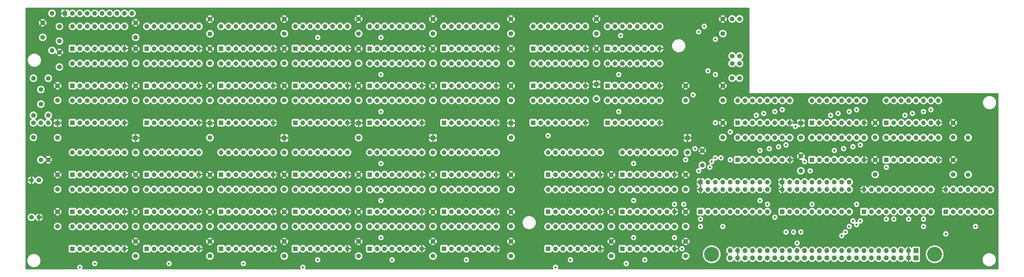
<source format=gbr>
%TF.GenerationSoftware,KiCad,Pcbnew,8.0.1*%
%TF.CreationDate,2024-03-27T18:11:15+11:00*%
%TF.ProjectId,System Memory Board,53797374-656d-4204-9d65-6d6f72792042,rev?*%
%TF.SameCoordinates,Original*%
%TF.FileFunction,Copper,L3,Inr*%
%TF.FilePolarity,Positive*%
%FSLAX46Y46*%
G04 Gerber Fmt 4.6, Leading zero omitted, Abs format (unit mm)*
G04 Created by KiCad (PCBNEW 8.0.1) date 2024-03-27 18:11:15*
%MOMM*%
%LPD*%
G01*
G04 APERTURE LIST*
%TA.AperFunction,ComponentPad*%
%ADD10R,1.600000X1.600000*%
%TD*%
%TA.AperFunction,ComponentPad*%
%ADD11O,1.600000X1.600000*%
%TD*%
%TA.AperFunction,ComponentPad*%
%ADD12C,5.080000*%
%TD*%
%TA.AperFunction,ComponentPad*%
%ADD13R,1.700000X1.700000*%
%TD*%
%TA.AperFunction,ComponentPad*%
%ADD14O,1.700000X1.700000*%
%TD*%
%TA.AperFunction,ComponentPad*%
%ADD15C,1.600000*%
%TD*%
%TA.AperFunction,ViaPad*%
%ADD16C,0.800000*%
%TD*%
G04 APERTURE END LIST*
D10*
%TO.N,/XB*%
%TO.C,U58*%
X349780000Y-144970000D03*
D11*
%TO.N,/+RAS*%
X352320000Y-144970000D03*
%TO.N,Net-(U56-CE)*%
X354860000Y-144970000D03*
%TO.N,/+RAS*%
X357400000Y-144970000D03*
%TO.N,/XA*%
X359940000Y-144970000D03*
%TO.N,Net-(U55-CE)*%
X362480000Y-144970000D03*
%TO.N,GND*%
X365020000Y-144970000D03*
%TO.N,unconnected-(U58-Pad8)*%
X365020000Y-137350000D03*
%TO.N,unconnected-(U58-Pad9)*%
X362480000Y-137350000D03*
%TO.N,unconnected-(U58-Pad10)*%
X359940000Y-137350000D03*
%TO.N,/MA7*%
X357400000Y-137350000D03*
%TO.N,Net-(U57-OEa)*%
X354860000Y-137350000D03*
%TO.N,/A7*%
X352320000Y-137350000D03*
%TO.N,VCC*%
X349780000Y-137350000D03*
%TD*%
D12*
%TO.N,*%
%TO.C,P300*%
X345970000Y-159575000D03*
X269770000Y-159575000D03*
D13*
%TO.N,GND*%
X339620000Y-160845000D03*
D14*
%TO.N,VCC*%
X337080000Y-160845000D03*
%TO.N,unconnected-(P300-Pin_a3-Pada3)*%
X334540000Y-160845000D03*
%TO.N,/~{WE34}*%
X332000000Y-160845000D03*
%TO.N,GND*%
X329460000Y-160845000D03*
%TO.N,/~{MEM_DIR}*%
X326920000Y-160845000D03*
%TO.N,/A6*%
X324380000Y-160845000D03*
%TO.N,/A8*%
X321840000Y-160845000D03*
%TO.N,/A0*%
X319300000Y-160845000D03*
%TO.N,/A2*%
X316760000Y-160845000D03*
%TO.N,/A1*%
X314220000Y-160845000D03*
%TO.N,/MDPIN1*%
X311680000Y-160845000D03*
%TO.N,/MDPIN0*%
X309140000Y-160845000D03*
%TO.N,/~{CASH}*%
X306600000Y-160845000D03*
%TO.N,/~{CASL}*%
X304060000Y-160845000D03*
%TO.N,/~{RAS4}*%
X301520000Y-160845000D03*
%TO.N,/D7*%
X298980000Y-160845000D03*
%TO.N,/D6*%
X296440000Y-160845000D03*
%TO.N,/D5*%
X293900000Y-160845000D03*
%TO.N,/D4*%
X291360000Y-160845000D03*
%TO.N,/D3*%
X288820000Y-160845000D03*
%TO.N,/D2*%
X286280000Y-160845000D03*
%TO.N,/D1*%
X283740000Y-160845000D03*
%TO.N,/D0*%
X281200000Y-160845000D03*
%TO.N,VCC*%
X278660000Y-160845000D03*
%TO.N,GND*%
X276120000Y-160845000D03*
D13*
X339620000Y-158305000D03*
D14*
%TO.N,VCC*%
X337080000Y-158305000D03*
%TO.N,unconnected-(P300-Pin_b3-Padb3)*%
X334540000Y-158305000D03*
%TO.N,unconnected-(P300-Pin_b4-Padb4)*%
X332000000Y-158305000D03*
%TO.N,/+RAS*%
X329460000Y-158305000D03*
%TO.N,/XB*%
X326920000Y-158305000D03*
%TO.N,/~{WE2}*%
X324380000Y-158305000D03*
%TO.N,/A3*%
X321840000Y-158305000D03*
%TO.N,/A4*%
X319300000Y-158305000D03*
%TO.N,/A5*%
X316760000Y-158305000D03*
%TO.N,/A7*%
X314220000Y-158305000D03*
%TO.N,/MDPOUT1*%
X311680000Y-158305000D03*
%TO.N,/MDPOUT0*%
X309140000Y-158305000D03*
%TO.N,/D15*%
X306600000Y-158305000D03*
%TO.N,/D14*%
X304060000Y-158305000D03*
%TO.N,/D13*%
X301520000Y-158305000D03*
%TO.N,/D12*%
X298980000Y-158305000D03*
%TO.N,/D11*%
X296440000Y-158305000D03*
%TO.N,/D10*%
X293900000Y-158305000D03*
%TO.N,/D9*%
X291360000Y-158305000D03*
%TO.N,/D8*%
X288820000Y-158305000D03*
%TO.N,/~{RAS3}*%
X286280000Y-158305000D03*
%TO.N,/~{RAS2}*%
X283740000Y-158305000D03*
%TO.N,/XA*%
X281200000Y-158305000D03*
%TO.N,VCC*%
X278660000Y-158305000D03*
%TO.N,GND*%
X276120000Y-158305000D03*
%TD*%
D10*
%TO.N,/~{MEM_DIR}*%
%TO.C,U56*%
X293900000Y-144970000D03*
D11*
%TO.N,/D8*%
X296440000Y-144970000D03*
%TO.N,/D9*%
X298980000Y-144970000D03*
%TO.N,/D10*%
X301520000Y-144970000D03*
%TO.N,/D11*%
X304060000Y-144970000D03*
%TO.N,/D12*%
X306600000Y-144970000D03*
%TO.N,/D13*%
X309140000Y-144970000D03*
%TO.N,/D14*%
X311680000Y-144970000D03*
%TO.N,/D15*%
X314220000Y-144970000D03*
%TO.N,GND*%
X316760000Y-144970000D03*
%TO.N,/MD15*%
X316760000Y-137350000D03*
%TO.N,/MD14*%
X314220000Y-137350000D03*
%TO.N,/MD13*%
X311680000Y-137350000D03*
%TO.N,/MD12*%
X309140000Y-137350000D03*
%TO.N,/MD11*%
X306600000Y-137350000D03*
%TO.N,/MD10*%
X304060000Y-137350000D03*
%TO.N,/MD9*%
X301520000Y-137350000D03*
%TO.N,/MD8*%
X298980000Y-137350000D03*
%TO.N,Net-(U56-CE)*%
X296440000Y-137350000D03*
%TO.N,VCC*%
X293900000Y-137350000D03*
%TD*%
D10*
%TO.N,Net-(U57-OEa)*%
%TO.C,U57*%
X321840000Y-144970000D03*
D11*
%TO.N,/A8*%
X324380000Y-144970000D03*
%TO.N,/MA6*%
X326920000Y-144970000D03*
%TO.N,/A3*%
X329460000Y-144970000D03*
%TO.N,/MA0*%
X332000000Y-144970000D03*
%TO.N,/A4*%
X334540000Y-144970000D03*
%TO.N,/MA2*%
X337080000Y-144970000D03*
%TO.N,/A5*%
X339620000Y-144970000D03*
%TO.N,/MA1*%
X342160000Y-144970000D03*
%TO.N,GND*%
X344700000Y-144970000D03*
%TO.N,/A1*%
X344700000Y-137350000D03*
%TO.N,/MA5*%
X342160000Y-137350000D03*
%TO.N,/A2*%
X339620000Y-137350000D03*
%TO.N,/MA4*%
X337080000Y-137350000D03*
%TO.N,/A0*%
X334540000Y-137350000D03*
%TO.N,/MA3*%
X332000000Y-137350000D03*
%TO.N,/A6*%
X329460000Y-137350000D03*
%TO.N,/MA8*%
X326920000Y-137350000D03*
%TO.N,Net-(U57-OEa)*%
X324380000Y-137350000D03*
%TO.N,VCC*%
X321840000Y-137350000D03*
%TD*%
D10*
%TO.N,/~{MEM_DIR}*%
%TO.C,U55*%
X265960000Y-144970000D03*
D11*
%TO.N,/D0*%
X268500000Y-144970000D03*
%TO.N,/D1*%
X271040000Y-144970000D03*
%TO.N,/D2*%
X273580000Y-144970000D03*
%TO.N,/D3*%
X276120000Y-144970000D03*
%TO.N,/D4*%
X278660000Y-144970000D03*
%TO.N,/D5*%
X281200000Y-144970000D03*
%TO.N,/D6*%
X283740000Y-144970000D03*
%TO.N,/D7*%
X286280000Y-144970000D03*
%TO.N,GND*%
X288820000Y-144970000D03*
%TO.N,/MD7*%
X288820000Y-137350000D03*
%TO.N,/MD6*%
X286280000Y-137350000D03*
%TO.N,/MD5*%
X283740000Y-137350000D03*
%TO.N,/MD4*%
X281200000Y-137350000D03*
%TO.N,/MD3*%
X278660000Y-137350000D03*
%TO.N,/MD2*%
X276120000Y-137350000D03*
%TO.N,/MD1*%
X273580000Y-137350000D03*
%TO.N,/MD0*%
X271040000Y-137350000D03*
%TO.N,Net-(U55-CE)*%
X268500000Y-137350000D03*
%TO.N,VCC*%
X265960000Y-137350000D03*
%TD*%
D10*
%TO.N,VCC*%
%TO.C,Z1*%
X48790000Y-77025000D03*
D11*
%TO.N,/MA6*%
X51330000Y-77025000D03*
%TO.N,/MA3*%
X53870000Y-77025000D03*
%TO.N,/MA0*%
X56410000Y-77025000D03*
%TO.N,/MA4*%
X58950000Y-77025000D03*
%TO.N,/MA2*%
X61490000Y-77025000D03*
%TO.N,/MA5*%
X64030000Y-77025000D03*
%TO.N,/MA1*%
X66570000Y-77025000D03*
%TO.N,/MA7*%
X69110000Y-77025000D03*
%TO.N,unconnected-(Z1-R9-Pad10)*%
X71650000Y-77025000D03*
%TD*%
D10*
%TO.N,VCC*%
%TO.C,Z2*%
X265960000Y-134810000D03*
D11*
%TO.N,unconnected-(Z2-R1-Pad2)*%
X268500000Y-134810000D03*
%TO.N,/MD0*%
X271040000Y-134810000D03*
%TO.N,/MD1*%
X273580000Y-134810000D03*
%TO.N,/MD2*%
X276120000Y-134810000D03*
%TO.N,/MD3*%
X278660000Y-134810000D03*
%TO.N,/MD4*%
X281200000Y-134810000D03*
%TO.N,/MD5*%
X283740000Y-134810000D03*
%TO.N,/MD6*%
X286280000Y-134810000D03*
%TO.N,/MD7*%
X288820000Y-134810000D03*
%TD*%
D10*
%TO.N,VCC*%
%TO.C,Z3*%
X293900000Y-134810000D03*
D11*
%TO.N,unconnected-(Z3-R1-Pad2)*%
X296440000Y-134810000D03*
%TO.N,/MD8*%
X298980000Y-134810000D03*
%TO.N,/MD9*%
X301520000Y-134810000D03*
%TO.N,/MD10*%
X304060000Y-134810000D03*
%TO.N,/MD11*%
X306600000Y-134810000D03*
%TO.N,/MD12*%
X309140000Y-134810000D03*
%TO.N,/MD13*%
X311680000Y-134810000D03*
%TO.N,/MD14*%
X314220000Y-134810000D03*
%TO.N,/MD15*%
X316760000Y-134810000D03*
%TD*%
D15*
%TO.N,/MDPOUT1*%
%TO.C,R10*%
X39900000Y-134175000D03*
D11*
%TO.N,VCC*%
X39900000Y-146875000D03*
%TD*%
D15*
%TO.N,GND*%
%TO.C,R1*%
X40535000Y-127190000D03*
D11*
%TO.N,/MA8*%
X40535000Y-114490000D03*
%TD*%
D15*
%TO.N,/MDPOUT0*%
%TO.C,R9*%
X37360000Y-146875000D03*
D11*
%TO.N,VCC*%
X37360000Y-134175000D03*
%TD*%
D15*
%TO.N,Net-(U57-OEa)*%
%TO.C,R3*%
X357400000Y-132270000D03*
D11*
%TO.N,GND*%
X357400000Y-119570000D03*
%TD*%
D15*
%TO.N,VCC*%
%TO.C,R2*%
X43075000Y-127190000D03*
D11*
%TO.N,/MA8*%
X43075000Y-114490000D03*
%TD*%
D15*
%TO.N,Net-(C73-Pad1)*%
%TO.C,R6*%
X276755000Y-91630000D03*
D11*
%TO.N,/~{WE2}*%
X276755000Y-78930000D03*
%TD*%
D15*
%TO.N,Net-(C72-Pad1)*%
%TO.C,R8*%
X44345000Y-77025000D03*
D11*
%TO.N,/~{RAS3}*%
X44345000Y-89725000D03*
%TD*%
D15*
%TO.N,/~{WE34}*%
%TO.C,R5*%
X43075000Y-99250000D03*
D11*
%TO.N,Net-(C70-Pad1)*%
X43075000Y-111950000D03*
%TD*%
D15*
%TO.N,Net-(C74-Pad1)*%
%TO.C,R7*%
X279295000Y-91630000D03*
D11*
%TO.N,/~{RAS2}*%
X279295000Y-78930000D03*
%TD*%
D15*
%TO.N,Net-(C71-Pad1)*%
%TO.C,R4*%
X37995000Y-111950000D03*
D11*
%TO.N,/~{RAS4}*%
X37995000Y-99250000D03*
%TD*%
D10*
%TO.N,/MA8*%
%TO.C,U8*%
X234210000Y-89090000D03*
D11*
%TO.N,/MD9*%
X236750000Y-89090000D03*
%TO.N,/~{WE2}*%
X239290000Y-89090000D03*
%TO.N,/~{RAS2}*%
X241830000Y-89090000D03*
%TO.N,/MA0*%
X244370000Y-89090000D03*
%TO.N,/MA2*%
X246910000Y-89090000D03*
%TO.N,/MA1*%
X249450000Y-89090000D03*
%TO.N,VCC*%
X251990000Y-89090000D03*
%TO.N,/MA7*%
X251990000Y-81470000D03*
%TO.N,/MA5*%
X249450000Y-81470000D03*
%TO.N,/MA4*%
X246910000Y-81470000D03*
%TO.N,/MA3*%
X244370000Y-81470000D03*
%TO.N,/MA6*%
X241830000Y-81470000D03*
%TO.N,/MD9*%
X239290000Y-81470000D03*
%TO.N,/~{CASH}*%
X236750000Y-81470000D03*
%TO.N,GND*%
X234210000Y-81470000D03*
%TD*%
D10*
%TO.N,/MA8*%
%TO.C,U24*%
X234210000Y-114490000D03*
D11*
%TO.N,/MD14*%
X236750000Y-114490000D03*
%TO.N,/~{WE2}*%
X239290000Y-114490000D03*
%TO.N,/~{RAS2}*%
X241830000Y-114490000D03*
%TO.N,/MA0*%
X244370000Y-114490000D03*
%TO.N,/MA2*%
X246910000Y-114490000D03*
%TO.N,/MA1*%
X249450000Y-114490000D03*
%TO.N,VCC*%
X251990000Y-114490000D03*
%TO.N,/MA7*%
X251990000Y-106870000D03*
%TO.N,/MA5*%
X249450000Y-106870000D03*
%TO.N,/MA4*%
X246910000Y-106870000D03*
%TO.N,/MA3*%
X244370000Y-106870000D03*
%TO.N,/MA6*%
X241830000Y-106870000D03*
%TO.N,/MD14*%
X239290000Y-106870000D03*
%TO.N,/~{CASH}*%
X236750000Y-106870000D03*
%TO.N,GND*%
X234210000Y-106870000D03*
%TD*%
D10*
%TO.N,/MA8*%
%TO.C,U40*%
X239290000Y-144970000D03*
D11*
%TO.N,/MD4*%
X241830000Y-144970000D03*
%TO.N,/~{WE2}*%
X244370000Y-144970000D03*
%TO.N,/~{RAS2}*%
X246910000Y-144970000D03*
%TO.N,/MA0*%
X249450000Y-144970000D03*
%TO.N,/MA2*%
X251990000Y-144970000D03*
%TO.N,/MA1*%
X254530000Y-144970000D03*
%TO.N,VCC*%
X257070000Y-144970000D03*
%TO.N,/MA7*%
X257070000Y-137350000D03*
%TO.N,/MA5*%
X254530000Y-137350000D03*
%TO.N,/MA4*%
X251990000Y-137350000D03*
%TO.N,/MA3*%
X249450000Y-137350000D03*
%TO.N,/MA6*%
X246910000Y-137350000D03*
%TO.N,/MD4*%
X244370000Y-137350000D03*
%TO.N,/~{CASL}*%
X241830000Y-137350000D03*
%TO.N,GND*%
X239290000Y-137350000D03*
%TD*%
D10*
%TO.N,/MA8*%
%TO.C,U51*%
X329460000Y-114490000D03*
D11*
%TO.N,/MD10*%
X332000000Y-114490000D03*
%TO.N,/~{WE2}*%
X334540000Y-114490000D03*
%TO.N,/~{RAS2}*%
X337080000Y-114490000D03*
%TO.N,/MA0*%
X339620000Y-114490000D03*
%TO.N,/MA2*%
X342160000Y-114490000D03*
%TO.N,/MA1*%
X344700000Y-114490000D03*
%TO.N,VCC*%
X347240000Y-114490000D03*
%TO.N,/MA7*%
X347240000Y-106870000D03*
%TO.N,/MA5*%
X344700000Y-106870000D03*
%TO.N,/MA4*%
X342160000Y-106870000D03*
%TO.N,/MA3*%
X339620000Y-106870000D03*
%TO.N,/MA6*%
X337080000Y-106870000D03*
%TO.N,/MD10*%
X334540000Y-106870000D03*
%TO.N,/~{CASH}*%
X332000000Y-106870000D03*
%TO.N,GND*%
X329460000Y-106870000D03*
%TD*%
D10*
%TO.N,/MA8*%
%TO.C,U49*%
X278660000Y-114490000D03*
D11*
%TO.N,/MD15*%
X281200000Y-114490000D03*
%TO.N,/~{WE2}*%
X283740000Y-114490000D03*
%TO.N,/~{RAS2}*%
X286280000Y-114490000D03*
%TO.N,/MA0*%
X288820000Y-114490000D03*
%TO.N,/MA2*%
X291360000Y-114490000D03*
%TO.N,/MA1*%
X293900000Y-114490000D03*
%TO.N,VCC*%
X296440000Y-114490000D03*
%TO.N,/MA7*%
X296440000Y-106870000D03*
%TO.N,/MA5*%
X293900000Y-106870000D03*
%TO.N,/MA4*%
X291360000Y-106870000D03*
%TO.N,/MA3*%
X288820000Y-106870000D03*
%TO.N,/MA6*%
X286280000Y-106870000D03*
%TO.N,/MD15*%
X283740000Y-106870000D03*
%TO.N,/~{CASH}*%
X281200000Y-106870000D03*
%TO.N,GND*%
X278660000Y-106870000D03*
%TD*%
D10*
%TO.N,/MA8*%
%TO.C,U53*%
X304060000Y-127190000D03*
D11*
%TO.N,/MD5*%
X306600000Y-127190000D03*
%TO.N,/~{WE2}*%
X309140000Y-127190000D03*
%TO.N,/~{RAS2}*%
X311680000Y-127190000D03*
%TO.N,/MA0*%
X314220000Y-127190000D03*
%TO.N,/MA2*%
X316760000Y-127190000D03*
%TO.N,/MA1*%
X319300000Y-127190000D03*
%TO.N,VCC*%
X321840000Y-127190000D03*
%TO.N,/MA7*%
X321840000Y-119570000D03*
%TO.N,/MA5*%
X319300000Y-119570000D03*
%TO.N,/MA4*%
X316760000Y-119570000D03*
%TO.N,/MA3*%
X314220000Y-119570000D03*
%TO.N,/MA6*%
X311680000Y-119570000D03*
%TO.N,/MD5*%
X309140000Y-119570000D03*
%TO.N,/~{CASL}*%
X306600000Y-119570000D03*
%TO.N,GND*%
X304060000Y-119570000D03*
%TD*%
D10*
%TO.N,/MA8*%
%TO.C,U52*%
X278660000Y-127190000D03*
D11*
%TO.N,/MD7*%
X281200000Y-127190000D03*
%TO.N,/~{WE2}*%
X283740000Y-127190000D03*
%TO.N,/~{RAS2}*%
X286280000Y-127190000D03*
%TO.N,/MA0*%
X288820000Y-127190000D03*
%TO.N,/MA2*%
X291360000Y-127190000D03*
%TO.N,/MA1*%
X293900000Y-127190000D03*
%TO.N,VCC*%
X296440000Y-127190000D03*
%TO.N,/MA7*%
X296440000Y-119570000D03*
%TO.N,/MA5*%
X293900000Y-119570000D03*
%TO.N,/MA4*%
X291360000Y-119570000D03*
%TO.N,/MA3*%
X288820000Y-119570000D03*
%TO.N,/MA6*%
X286280000Y-119570000D03*
%TO.N,/MD7*%
X283740000Y-119570000D03*
%TO.N,/~{CASL}*%
X281200000Y-119570000D03*
%TO.N,GND*%
X278660000Y-119570000D03*
%TD*%
D10*
%TO.N,/MA8*%
%TO.C,U54*%
X329460000Y-127190000D03*
D11*
%TO.N,/MD2*%
X332000000Y-127190000D03*
%TO.N,/~{WE2}*%
X334540000Y-127190000D03*
%TO.N,/~{RAS2}*%
X337080000Y-127190000D03*
%TO.N,/MA0*%
X339620000Y-127190000D03*
%TO.N,/MA2*%
X342160000Y-127190000D03*
%TO.N,/MA1*%
X344700000Y-127190000D03*
%TO.N,VCC*%
X347240000Y-127190000D03*
%TO.N,/MA7*%
X347240000Y-119570000D03*
%TO.N,/MA5*%
X344700000Y-119570000D03*
%TO.N,/MA4*%
X342160000Y-119570000D03*
%TO.N,/MA3*%
X339620000Y-119570000D03*
%TO.N,/MA6*%
X337080000Y-119570000D03*
%TO.N,/MD2*%
X334540000Y-119570000D03*
%TO.N,/~{CASL}*%
X332000000Y-119570000D03*
%TO.N,GND*%
X329460000Y-119570000D03*
%TD*%
D10*
%TO.N,/MA8*%
%TO.C,U7*%
X208810000Y-89090000D03*
D11*
%TO.N,/MD8*%
X211350000Y-89090000D03*
%TO.N,/~{WE2}*%
X213890000Y-89090000D03*
%TO.N,/~{RAS2}*%
X216430000Y-89090000D03*
%TO.N,/MA0*%
X218970000Y-89090000D03*
%TO.N,/MA2*%
X221510000Y-89090000D03*
%TO.N,/MA1*%
X224050000Y-89090000D03*
%TO.N,VCC*%
X226590000Y-89090000D03*
%TO.N,/MA7*%
X226590000Y-81470000D03*
%TO.N,/MA5*%
X224050000Y-81470000D03*
%TO.N,/MA4*%
X221510000Y-81470000D03*
%TO.N,/MA3*%
X218970000Y-81470000D03*
%TO.N,/MA6*%
X216430000Y-81470000D03*
%TO.N,/MD8*%
X213890000Y-81470000D03*
%TO.N,/~{CASH}*%
X211350000Y-81470000D03*
%TO.N,GND*%
X208810000Y-81470000D03*
%TD*%
D10*
%TO.N,/MA8*%
%TO.C,U32*%
X239290000Y-132270000D03*
D11*
%TO.N,/MD1*%
X241830000Y-132270000D03*
%TO.N,/~{WE2}*%
X244370000Y-132270000D03*
%TO.N,/~{RAS2}*%
X246910000Y-132270000D03*
%TO.N,/MA0*%
X249450000Y-132270000D03*
%TO.N,/MA2*%
X251990000Y-132270000D03*
%TO.N,/MA1*%
X254530000Y-132270000D03*
%TO.N,VCC*%
X257070000Y-132270000D03*
%TO.N,/MA7*%
X257070000Y-124650000D03*
%TO.N,/MA5*%
X254530000Y-124650000D03*
%TO.N,/MA4*%
X251990000Y-124650000D03*
%TO.N,/MA3*%
X249450000Y-124650000D03*
%TO.N,/MA6*%
X246910000Y-124650000D03*
%TO.N,/MD1*%
X244370000Y-124650000D03*
%TO.N,/~{CASL}*%
X241830000Y-124650000D03*
%TO.N,GND*%
X239290000Y-124650000D03*
%TD*%
D10*
%TO.N,/MA8*%
%TO.C,U16*%
X234210000Y-101790000D03*
D11*
%TO.N,/MD12*%
X236750000Y-101790000D03*
%TO.N,/~{WE2}*%
X239290000Y-101790000D03*
%TO.N,/~{RAS2}*%
X241830000Y-101790000D03*
%TO.N,/MA0*%
X244370000Y-101790000D03*
%TO.N,/MA2*%
X246910000Y-101790000D03*
%TO.N,/MA1*%
X249450000Y-101790000D03*
%TO.N,VCC*%
X251990000Y-101790000D03*
%TO.N,/MA7*%
X251990000Y-94170000D03*
%TO.N,/MA5*%
X249450000Y-94170000D03*
%TO.N,/MA4*%
X246910000Y-94170000D03*
%TO.N,/MA3*%
X244370000Y-94170000D03*
%TO.N,/MA6*%
X241830000Y-94170000D03*
%TO.N,/MD12*%
X239290000Y-94170000D03*
%TO.N,/~{CASH}*%
X236750000Y-94170000D03*
%TO.N,GND*%
X234210000Y-94170000D03*
%TD*%
D10*
%TO.N,/MA8*%
%TO.C,U23*%
X208810000Y-114490000D03*
D11*
%TO.N,/MDPIN1*%
X211350000Y-114490000D03*
%TO.N,/~{WE2}*%
X213890000Y-114490000D03*
%TO.N,/~{RAS2}*%
X216430000Y-114490000D03*
%TO.N,/MA0*%
X218970000Y-114490000D03*
%TO.N,/MA2*%
X221510000Y-114490000D03*
%TO.N,/MA1*%
X224050000Y-114490000D03*
%TO.N,VCC*%
X226590000Y-114490000D03*
%TO.N,/MA7*%
X226590000Y-106870000D03*
%TO.N,/MA5*%
X224050000Y-106870000D03*
%TO.N,/MA4*%
X221510000Y-106870000D03*
%TO.N,/MA3*%
X218970000Y-106870000D03*
%TO.N,/MA6*%
X216430000Y-106870000D03*
%TO.N,/MDPOUT1*%
X213890000Y-106870000D03*
%TO.N,/~{CASH}*%
X211350000Y-106870000D03*
%TO.N,GND*%
X208810000Y-106870000D03*
%TD*%
D10*
%TO.N,/MA8*%
%TO.C,U48*%
X239290000Y-157670000D03*
D11*
%TO.N,/MD6*%
X241830000Y-157670000D03*
%TO.N,/~{WE2}*%
X244370000Y-157670000D03*
%TO.N,/~{RAS2}*%
X246910000Y-157670000D03*
%TO.N,/MA0*%
X249450000Y-157670000D03*
%TO.N,/MA2*%
X251990000Y-157670000D03*
%TO.N,/MA1*%
X254530000Y-157670000D03*
%TO.N,VCC*%
X257070000Y-157670000D03*
%TO.N,/MA7*%
X257070000Y-150050000D03*
%TO.N,/MA5*%
X254530000Y-150050000D03*
%TO.N,/MA4*%
X251990000Y-150050000D03*
%TO.N,/MA3*%
X249450000Y-150050000D03*
%TO.N,/MA6*%
X246910000Y-150050000D03*
%TO.N,/MD6*%
X244370000Y-150050000D03*
%TO.N,/~{CASL}*%
X241830000Y-150050000D03*
%TO.N,GND*%
X239290000Y-150050000D03*
%TD*%
D10*
%TO.N,/MA8*%
%TO.C,U15*%
X208810000Y-101790000D03*
D11*
%TO.N,/MD11*%
X211350000Y-101790000D03*
%TO.N,/~{WE2}*%
X213890000Y-101790000D03*
%TO.N,/~{RAS2}*%
X216430000Y-101790000D03*
%TO.N,/MA0*%
X218970000Y-101790000D03*
%TO.N,/MA2*%
X221510000Y-101790000D03*
%TO.N,/MA1*%
X224050000Y-101790000D03*
%TO.N,VCC*%
X226590000Y-101790000D03*
%TO.N,/MA7*%
X226590000Y-94170000D03*
%TO.N,/MA5*%
X224050000Y-94170000D03*
%TO.N,/MA4*%
X221510000Y-94170000D03*
%TO.N,/MA3*%
X218970000Y-94170000D03*
%TO.N,/MA6*%
X216430000Y-94170000D03*
%TO.N,/MD11*%
X213890000Y-94170000D03*
%TO.N,/~{CASH}*%
X211350000Y-94170000D03*
%TO.N,GND*%
X208810000Y-94170000D03*
%TD*%
D10*
%TO.N,/MA8*%
%TO.C,U31*%
X213890000Y-132270000D03*
D11*
%TO.N,/MD0*%
X216430000Y-132270000D03*
%TO.N,/~{WE2}*%
X218970000Y-132270000D03*
%TO.N,/~{RAS2}*%
X221510000Y-132270000D03*
%TO.N,/MA0*%
X224050000Y-132270000D03*
%TO.N,/MA2*%
X226590000Y-132270000D03*
%TO.N,/MA1*%
X229130000Y-132270000D03*
%TO.N,VCC*%
X231670000Y-132270000D03*
%TO.N,/MA7*%
X231670000Y-124650000D03*
%TO.N,/MA5*%
X229130000Y-124650000D03*
%TO.N,/MA4*%
X226590000Y-124650000D03*
%TO.N,/MA3*%
X224050000Y-124650000D03*
%TO.N,/MA6*%
X221510000Y-124650000D03*
%TO.N,/MD0*%
X218970000Y-124650000D03*
%TO.N,/~{CASL}*%
X216430000Y-124650000D03*
%TO.N,GND*%
X213890000Y-124650000D03*
%TD*%
D10*
%TO.N,/MA8*%
%TO.C,U50*%
X304060000Y-114490000D03*
D11*
%TO.N,/MD13*%
X306600000Y-114490000D03*
%TO.N,/~{WE2}*%
X309140000Y-114490000D03*
%TO.N,/~{RAS2}*%
X311680000Y-114490000D03*
%TO.N,/MA0*%
X314220000Y-114490000D03*
%TO.N,/MA2*%
X316760000Y-114490000D03*
%TO.N,/MA1*%
X319300000Y-114490000D03*
%TO.N,VCC*%
X321840000Y-114490000D03*
%TO.N,/MA7*%
X321840000Y-106870000D03*
%TO.N,/MA5*%
X319300000Y-106870000D03*
%TO.N,/MA4*%
X316760000Y-106870000D03*
%TO.N,/MA3*%
X314220000Y-106870000D03*
%TO.N,/MA6*%
X311680000Y-106870000D03*
%TO.N,/MD13*%
X309140000Y-106870000D03*
%TO.N,/~{CASH}*%
X306600000Y-106870000D03*
%TO.N,GND*%
X304060000Y-106870000D03*
%TD*%
D10*
%TO.N,/MA8*%
%TO.C,U39*%
X213890000Y-144970000D03*
D11*
%TO.N,/MD3*%
X216430000Y-144970000D03*
%TO.N,/~{WE2}*%
X218970000Y-144970000D03*
%TO.N,/~{RAS2}*%
X221510000Y-144970000D03*
%TO.N,/MA0*%
X224050000Y-144970000D03*
%TO.N,/MA2*%
X226590000Y-144970000D03*
%TO.N,/MA1*%
X229130000Y-144970000D03*
%TO.N,VCC*%
X231670000Y-144970000D03*
%TO.N,/MA7*%
X231670000Y-137350000D03*
%TO.N,/MA5*%
X229130000Y-137350000D03*
%TO.N,/MA4*%
X226590000Y-137350000D03*
%TO.N,/MA3*%
X224050000Y-137350000D03*
%TO.N,/MA6*%
X221510000Y-137350000D03*
%TO.N,/MD3*%
X218970000Y-137350000D03*
%TO.N,/~{CASL}*%
X216430000Y-137350000D03*
%TO.N,GND*%
X213890000Y-137350000D03*
%TD*%
D10*
%TO.N,/MA8*%
%TO.C,U47*%
X213890000Y-157670000D03*
D11*
%TO.N,/MDPIN0*%
X216430000Y-157670000D03*
%TO.N,/~{WE2}*%
X218970000Y-157670000D03*
%TO.N,/~{RAS2}*%
X221510000Y-157670000D03*
%TO.N,/MA0*%
X224050000Y-157670000D03*
%TO.N,/MA2*%
X226590000Y-157670000D03*
%TO.N,/MA1*%
X229130000Y-157670000D03*
%TO.N,VCC*%
X231670000Y-157670000D03*
%TO.N,/MA7*%
X231670000Y-150050000D03*
%TO.N,/MA5*%
X229130000Y-150050000D03*
%TO.N,/MA4*%
X226590000Y-150050000D03*
%TO.N,/MA3*%
X224050000Y-150050000D03*
%TO.N,/MA6*%
X221510000Y-150050000D03*
%TO.N,/MDPOUT0*%
X218970000Y-150050000D03*
%TO.N,/~{CASL}*%
X216430000Y-150050000D03*
%TO.N,GND*%
X213890000Y-150050000D03*
%TD*%
D10*
%TO.N,/MA8*%
%TO.C,U35*%
X102130000Y-144970000D03*
D11*
%TO.N,/MD5*%
X104670000Y-144970000D03*
%TO.N,/~{WE34}*%
X107210000Y-144970000D03*
%TO.N,/~{RAS4}*%
X109750000Y-144970000D03*
%TO.N,/MA0*%
X112290000Y-144970000D03*
%TO.N,/MA2*%
X114830000Y-144970000D03*
%TO.N,/MA1*%
X117370000Y-144970000D03*
%TO.N,VCC*%
X119910000Y-144970000D03*
%TO.N,/MA7*%
X119910000Y-137350000D03*
%TO.N,/MA5*%
X117370000Y-137350000D03*
%TO.N,/MA4*%
X114830000Y-137350000D03*
%TO.N,/MA3*%
X112290000Y-137350000D03*
%TO.N,/MA6*%
X109750000Y-137350000D03*
%TO.N,/MD5*%
X107210000Y-137350000D03*
%TO.N,/~{CASL}*%
X104670000Y-137350000D03*
%TO.N,GND*%
X102130000Y-137350000D03*
%TD*%
D10*
%TO.N,/MA8*%
%TO.C,U13*%
X152930000Y-101790000D03*
D11*
%TO.N,/MD12*%
X155470000Y-101790000D03*
%TO.N,/~{WE34}*%
X158010000Y-101790000D03*
%TO.N,/~{RAS3}*%
X160550000Y-101790000D03*
%TO.N,/MA0*%
X163090000Y-101790000D03*
%TO.N,/MA2*%
X165630000Y-101790000D03*
%TO.N,/MA1*%
X168170000Y-101790000D03*
%TO.N,VCC*%
X170710000Y-101790000D03*
%TO.N,/MA7*%
X170710000Y-94170000D03*
%TO.N,/MA5*%
X168170000Y-94170000D03*
%TO.N,/MA4*%
X165630000Y-94170000D03*
%TO.N,/MA3*%
X163090000Y-94170000D03*
%TO.N,/MA6*%
X160550000Y-94170000D03*
%TO.N,/MD12*%
X158010000Y-94170000D03*
%TO.N,/~{CASH}*%
X155470000Y-94170000D03*
%TO.N,GND*%
X152930000Y-94170000D03*
%TD*%
D10*
%TO.N,/MA8*%
%TO.C,U11*%
X102130000Y-101790000D03*
D11*
%TO.N,/MD13*%
X104670000Y-101790000D03*
%TO.N,/~{WE34}*%
X107210000Y-101790000D03*
%TO.N,/~{RAS4}*%
X109750000Y-101790000D03*
%TO.N,/MA0*%
X112290000Y-101790000D03*
%TO.N,/MA2*%
X114830000Y-101790000D03*
%TO.N,/MA1*%
X117370000Y-101790000D03*
%TO.N,VCC*%
X119910000Y-101790000D03*
%TO.N,/MA7*%
X119910000Y-94170000D03*
%TO.N,/MA5*%
X117370000Y-94170000D03*
%TO.N,/MA4*%
X114830000Y-94170000D03*
%TO.N,/MA3*%
X112290000Y-94170000D03*
%TO.N,/MA6*%
X109750000Y-94170000D03*
%TO.N,/MD13*%
X107210000Y-94170000D03*
%TO.N,/~{CASH}*%
X104670000Y-94170000D03*
%TO.N,GND*%
X102130000Y-94170000D03*
%TD*%
D10*
%TO.N,/MA8*%
%TO.C,U6*%
X178330000Y-89090000D03*
D11*
%TO.N,/MD10*%
X180870000Y-89090000D03*
%TO.N,/~{WE34}*%
X183410000Y-89090000D03*
%TO.N,/~{RAS3}*%
X185950000Y-89090000D03*
%TO.N,/MA0*%
X188490000Y-89090000D03*
%TO.N,/MA2*%
X191030000Y-89090000D03*
%TO.N,/MA1*%
X193570000Y-89090000D03*
%TO.N,VCC*%
X196110000Y-89090000D03*
%TO.N,/MA7*%
X196110000Y-81470000D03*
%TO.N,/MA5*%
X193570000Y-81470000D03*
%TO.N,/MA4*%
X191030000Y-81470000D03*
%TO.N,/MA3*%
X188490000Y-81470000D03*
%TO.N,/MA6*%
X185950000Y-81470000D03*
%TO.N,/MD10*%
X183410000Y-81470000D03*
%TO.N,/~{CASH}*%
X180870000Y-81470000D03*
%TO.N,GND*%
X178330000Y-81470000D03*
%TD*%
D10*
%TO.N,/MA8*%
%TO.C,U36*%
X127530000Y-144970000D03*
D11*
%TO.N,/MD3*%
X130070000Y-144970000D03*
%TO.N,/~{WE34}*%
X132610000Y-144970000D03*
%TO.N,/~{RAS3}*%
X135150000Y-144970000D03*
%TO.N,/MA0*%
X137690000Y-144970000D03*
%TO.N,/MA2*%
X140230000Y-144970000D03*
%TO.N,/MA1*%
X142770000Y-144970000D03*
%TO.N,VCC*%
X145310000Y-144970000D03*
%TO.N,/MA7*%
X145310000Y-137350000D03*
%TO.N,/MA5*%
X142770000Y-137350000D03*
%TO.N,/MA4*%
X140230000Y-137350000D03*
%TO.N,/MA3*%
X137690000Y-137350000D03*
%TO.N,/MA6*%
X135150000Y-137350000D03*
%TO.N,/MD3*%
X132610000Y-137350000D03*
%TO.N,/~{CASL}*%
X130070000Y-137350000D03*
%TO.N,GND*%
X127530000Y-137350000D03*
%TD*%
D10*
%TO.N,/MA8*%
%TO.C,U21*%
X152930000Y-114490000D03*
D11*
%TO.N,/MD14*%
X155470000Y-114490000D03*
%TO.N,/~{WE34}*%
X158010000Y-114490000D03*
%TO.N,/~{RAS3}*%
X160550000Y-114490000D03*
%TO.N,/MA0*%
X163090000Y-114490000D03*
%TO.N,/MA2*%
X165630000Y-114490000D03*
%TO.N,/MA1*%
X168170000Y-114490000D03*
%TO.N,VCC*%
X170710000Y-114490000D03*
%TO.N,/MA7*%
X170710000Y-106870000D03*
%TO.N,/MA5*%
X168170000Y-106870000D03*
%TO.N,/MA4*%
X165630000Y-106870000D03*
%TO.N,/MA3*%
X163090000Y-106870000D03*
%TO.N,/MA6*%
X160550000Y-106870000D03*
%TO.N,/MD14*%
X158010000Y-106870000D03*
%TO.N,/~{CASH}*%
X155470000Y-106870000D03*
%TO.N,GND*%
X152930000Y-106870000D03*
%TD*%
D10*
%TO.N,/MA8*%
%TO.C,U28*%
X127530000Y-132270000D03*
D11*
%TO.N,/MD0*%
X130070000Y-132270000D03*
%TO.N,/~{WE34}*%
X132610000Y-132270000D03*
%TO.N,/~{RAS3}*%
X135150000Y-132270000D03*
%TO.N,/MA0*%
X137690000Y-132270000D03*
%TO.N,/MA2*%
X140230000Y-132270000D03*
%TO.N,/MA1*%
X142770000Y-132270000D03*
%TO.N,VCC*%
X145310000Y-132270000D03*
%TO.N,/MA7*%
X145310000Y-124650000D03*
%TO.N,/MA5*%
X142770000Y-124650000D03*
%TO.N,/MA4*%
X140230000Y-124650000D03*
%TO.N,/MA3*%
X137690000Y-124650000D03*
%TO.N,/MA6*%
X135150000Y-124650000D03*
%TO.N,/MD0*%
X132610000Y-124650000D03*
%TO.N,/~{CASL}*%
X130070000Y-124650000D03*
%TO.N,GND*%
X127530000Y-124650000D03*
%TD*%
D10*
%TO.N,/MA8*%
%TO.C,U14*%
X178330000Y-101790000D03*
D11*
%TO.N,/MD13*%
X180870000Y-101790000D03*
%TO.N,/~{WE34}*%
X183410000Y-101790000D03*
%TO.N,/~{RAS3}*%
X185950000Y-101790000D03*
%TO.N,/MA0*%
X188490000Y-101790000D03*
%TO.N,/MA2*%
X191030000Y-101790000D03*
%TO.N,/MA1*%
X193570000Y-101790000D03*
%TO.N,VCC*%
X196110000Y-101790000D03*
%TO.N,/MA7*%
X196110000Y-94170000D03*
%TO.N,/MA5*%
X193570000Y-94170000D03*
%TO.N,/MA4*%
X191030000Y-94170000D03*
%TO.N,/MA3*%
X188490000Y-94170000D03*
%TO.N,/MA6*%
X185950000Y-94170000D03*
%TO.N,/MD13*%
X183410000Y-94170000D03*
%TO.N,/~{CASH}*%
X180870000Y-94170000D03*
%TO.N,GND*%
X178330000Y-94170000D03*
%TD*%
D10*
%TO.N,/MA8*%
%TO.C,U45*%
X152930000Y-157670000D03*
D11*
%TO.N,/MD6*%
X155470000Y-157670000D03*
%TO.N,/~{WE34}*%
X158010000Y-157670000D03*
%TO.N,/~{RAS3}*%
X160550000Y-157670000D03*
%TO.N,/MA0*%
X163090000Y-157670000D03*
%TO.N,/MA2*%
X165630000Y-157670000D03*
%TO.N,/MA1*%
X168170000Y-157670000D03*
%TO.N,VCC*%
X170710000Y-157670000D03*
%TO.N,/MA7*%
X170710000Y-150050000D03*
%TO.N,/MA5*%
X168170000Y-150050000D03*
%TO.N,/MA4*%
X165630000Y-150050000D03*
%TO.N,/MA3*%
X163090000Y-150050000D03*
%TO.N,/MA6*%
X160550000Y-150050000D03*
%TO.N,/MD6*%
X158010000Y-150050000D03*
%TO.N,/~{CASL}*%
X155470000Y-150050000D03*
%TO.N,GND*%
X152930000Y-150050000D03*
%TD*%
D10*
%TO.N,/MA8*%
%TO.C,U27*%
X102130000Y-132270000D03*
D11*
%TO.N,/MD2*%
X104670000Y-132270000D03*
%TO.N,/~{WE34}*%
X107210000Y-132270000D03*
%TO.N,/~{RAS4}*%
X109750000Y-132270000D03*
%TO.N,/MA0*%
X112290000Y-132270000D03*
%TO.N,/MA2*%
X114830000Y-132270000D03*
%TO.N,/MA1*%
X117370000Y-132270000D03*
%TO.N,VCC*%
X119910000Y-132270000D03*
%TO.N,/MA7*%
X119910000Y-124650000D03*
%TO.N,/MA5*%
X117370000Y-124650000D03*
%TO.N,/MA4*%
X114830000Y-124650000D03*
%TO.N,/MA3*%
X112290000Y-124650000D03*
%TO.N,/MA6*%
X109750000Y-124650000D03*
%TO.N,/MD2*%
X107210000Y-124650000D03*
%TO.N,/~{CASL}*%
X104670000Y-124650000D03*
%TO.N,GND*%
X102130000Y-124650000D03*
%TD*%
D10*
%TO.N,/MA8*%
%TO.C,U12*%
X127530000Y-101790000D03*
D11*
%TO.N,/MD11*%
X130070000Y-101790000D03*
%TO.N,/~{WE34}*%
X132610000Y-101790000D03*
%TO.N,/~{RAS3}*%
X135150000Y-101790000D03*
%TO.N,/MA0*%
X137690000Y-101790000D03*
%TO.N,/MA2*%
X140230000Y-101790000D03*
%TO.N,/MA1*%
X142770000Y-101790000D03*
%TO.N,VCC*%
X145310000Y-101790000D03*
%TO.N,/MA7*%
X145310000Y-94170000D03*
%TO.N,/MA5*%
X142770000Y-94170000D03*
%TO.N,/MA4*%
X140230000Y-94170000D03*
%TO.N,/MA3*%
X137690000Y-94170000D03*
%TO.N,/MA6*%
X135150000Y-94170000D03*
%TO.N,/MD11*%
X132610000Y-94170000D03*
%TO.N,/~{CASH}*%
X130070000Y-94170000D03*
%TO.N,GND*%
X127530000Y-94170000D03*
%TD*%
D10*
%TO.N,/MA8*%
%TO.C,U9*%
X51330000Y-101790000D03*
D11*
%TO.N,/MD11*%
X53870000Y-101790000D03*
%TO.N,/~{WE34}*%
X56410000Y-101790000D03*
%TO.N,/~{RAS4}*%
X58950000Y-101790000D03*
%TO.N,/MA0*%
X61490000Y-101790000D03*
%TO.N,/MA2*%
X64030000Y-101790000D03*
%TO.N,/MA1*%
X66570000Y-101790000D03*
%TO.N,VCC*%
X69110000Y-101790000D03*
%TO.N,/MA7*%
X69110000Y-94170000D03*
%TO.N,/MA5*%
X66570000Y-94170000D03*
%TO.N,/MA4*%
X64030000Y-94170000D03*
%TO.N,/MA3*%
X61490000Y-94170000D03*
%TO.N,/MA6*%
X58950000Y-94170000D03*
%TO.N,/MD11*%
X56410000Y-94170000D03*
%TO.N,/~{CASH}*%
X53870000Y-94170000D03*
%TO.N,GND*%
X51330000Y-94170000D03*
%TD*%
D10*
%TO.N,/MA8*%
%TO.C,U2*%
X76730000Y-89090000D03*
D11*
%TO.N,/MD9*%
X79270000Y-89090000D03*
%TO.N,/~{WE34}*%
X81810000Y-89090000D03*
%TO.N,/~{RAS4}*%
X84350000Y-89090000D03*
%TO.N,/MA0*%
X86890000Y-89090000D03*
%TO.N,/MA2*%
X89430000Y-89090000D03*
%TO.N,/MA1*%
X91970000Y-89090000D03*
%TO.N,VCC*%
X94510000Y-89090000D03*
%TO.N,/MA7*%
X94510000Y-81470000D03*
%TO.N,/MA5*%
X91970000Y-81470000D03*
%TO.N,/MA4*%
X89430000Y-81470000D03*
%TO.N,/MA3*%
X86890000Y-81470000D03*
%TO.N,/MA6*%
X84350000Y-81470000D03*
%TO.N,/MD9*%
X81810000Y-81470000D03*
%TO.N,/~{CASH}*%
X79270000Y-81470000D03*
%TO.N,GND*%
X76730000Y-81470000D03*
%TD*%
D10*
%TO.N,/MA8*%
%TO.C,U41*%
X51330000Y-157670000D03*
D11*
%TO.N,/MDPIN0*%
X53870000Y-157670000D03*
%TO.N,/~{WE34}*%
X56410000Y-157670000D03*
%TO.N,/~{RAS4}*%
X58950000Y-157670000D03*
%TO.N,/MA0*%
X61490000Y-157670000D03*
%TO.N,/MA2*%
X64030000Y-157670000D03*
%TO.N,/MA1*%
X66570000Y-157670000D03*
%TO.N,VCC*%
X69110000Y-157670000D03*
%TO.N,/MA7*%
X69110000Y-150050000D03*
%TO.N,/MA5*%
X66570000Y-150050000D03*
%TO.N,/MA4*%
X64030000Y-150050000D03*
%TO.N,/MA3*%
X61490000Y-150050000D03*
%TO.N,/MA6*%
X58950000Y-150050000D03*
%TO.N,/MDPOUT0*%
X56410000Y-150050000D03*
%TO.N,/~{CASL}*%
X53870000Y-150050000D03*
%TO.N,GND*%
X51330000Y-150050000D03*
%TD*%
D10*
%TO.N,/MA8*%
%TO.C,U26*%
X76730000Y-132270000D03*
D11*
%TO.N,/MD1*%
X79270000Y-132270000D03*
%TO.N,/~{WE34}*%
X81810000Y-132270000D03*
%TO.N,/~{RAS4}*%
X84350000Y-132270000D03*
%TO.N,/MA0*%
X86890000Y-132270000D03*
%TO.N,/MA2*%
X89430000Y-132270000D03*
%TO.N,/MA1*%
X91970000Y-132270000D03*
%TO.N,VCC*%
X94510000Y-132270000D03*
%TO.N,/MA7*%
X94510000Y-124650000D03*
%TO.N,/MA5*%
X91970000Y-124650000D03*
%TO.N,/MA4*%
X89430000Y-124650000D03*
%TO.N,/MA3*%
X86890000Y-124650000D03*
%TO.N,/MA6*%
X84350000Y-124650000D03*
%TO.N,/MD1*%
X81810000Y-124650000D03*
%TO.N,/~{CASL}*%
X79270000Y-124650000D03*
%TO.N,GND*%
X76730000Y-124650000D03*
%TD*%
D10*
%TO.N,/MA8*%
%TO.C,U43*%
X102130000Y-157670000D03*
D11*
%TO.N,/MD7*%
X104670000Y-157670000D03*
%TO.N,/~{WE34}*%
X107210000Y-157670000D03*
%TO.N,/~{RAS4}*%
X109750000Y-157670000D03*
%TO.N,/MA0*%
X112290000Y-157670000D03*
%TO.N,/MA2*%
X114830000Y-157670000D03*
%TO.N,/MA1*%
X117370000Y-157670000D03*
%TO.N,VCC*%
X119910000Y-157670000D03*
%TO.N,/MA7*%
X119910000Y-150050000D03*
%TO.N,/MA5*%
X117370000Y-150050000D03*
%TO.N,/MA4*%
X114830000Y-150050000D03*
%TO.N,/MA3*%
X112290000Y-150050000D03*
%TO.N,/MA6*%
X109750000Y-150050000D03*
%TO.N,/MD7*%
X107210000Y-150050000D03*
%TO.N,/~{CASL}*%
X104670000Y-150050000D03*
%TO.N,GND*%
X102130000Y-150050000D03*
%TD*%
D10*
%TO.N,/MA8*%
%TO.C,U33*%
X51330000Y-144970000D03*
D11*
%TO.N,/MD3*%
X53870000Y-144970000D03*
%TO.N,/~{WE34}*%
X56410000Y-144970000D03*
%TO.N,/~{RAS4}*%
X58950000Y-144970000D03*
%TO.N,/MA0*%
X61490000Y-144970000D03*
%TO.N,/MA2*%
X64030000Y-144970000D03*
%TO.N,/MA1*%
X66570000Y-144970000D03*
%TO.N,VCC*%
X69110000Y-144970000D03*
%TO.N,/MA7*%
X69110000Y-137350000D03*
%TO.N,/MA5*%
X66570000Y-137350000D03*
%TO.N,/MA4*%
X64030000Y-137350000D03*
%TO.N,/MA3*%
X61490000Y-137350000D03*
%TO.N,/MA6*%
X58950000Y-137350000D03*
%TO.N,/MD3*%
X56410000Y-137350000D03*
%TO.N,/~{CASL}*%
X53870000Y-137350000D03*
%TO.N,GND*%
X51330000Y-137350000D03*
%TD*%
D10*
%TO.N,/MA8*%
%TO.C,U22*%
X178330000Y-114490000D03*
D11*
%TO.N,/MD15*%
X180870000Y-114490000D03*
%TO.N,/~{WE34}*%
X183410000Y-114490000D03*
%TO.N,/~{RAS3}*%
X185950000Y-114490000D03*
%TO.N,/MA0*%
X188490000Y-114490000D03*
%TO.N,/MA2*%
X191030000Y-114490000D03*
%TO.N,/MA1*%
X193570000Y-114490000D03*
%TO.N,VCC*%
X196110000Y-114490000D03*
%TO.N,/MA7*%
X196110000Y-106870000D03*
%TO.N,/MA5*%
X193570000Y-106870000D03*
%TO.N,/MA4*%
X191030000Y-106870000D03*
%TO.N,/MA3*%
X188490000Y-106870000D03*
%TO.N,/MA6*%
X185950000Y-106870000D03*
%TO.N,/MD15*%
X183410000Y-106870000D03*
%TO.N,/~{CASH}*%
X180870000Y-106870000D03*
%TO.N,GND*%
X178330000Y-106870000D03*
%TD*%
D10*
%TO.N,/MA8*%
%TO.C,U44*%
X127530000Y-157670000D03*
D11*
%TO.N,/MDPIN0*%
X130070000Y-157670000D03*
%TO.N,/~{WE34}*%
X132610000Y-157670000D03*
%TO.N,/~{RAS3}*%
X135150000Y-157670000D03*
%TO.N,/MA0*%
X137690000Y-157670000D03*
%TO.N,/MA2*%
X140230000Y-157670000D03*
%TO.N,/MA1*%
X142770000Y-157670000D03*
%TO.N,VCC*%
X145310000Y-157670000D03*
%TO.N,/MA7*%
X145310000Y-150050000D03*
%TO.N,/MA5*%
X142770000Y-150050000D03*
%TO.N,/MA4*%
X140230000Y-150050000D03*
%TO.N,/MA3*%
X137690000Y-150050000D03*
%TO.N,/MA6*%
X135150000Y-150050000D03*
%TO.N,/MDPOUT0*%
X132610000Y-150050000D03*
%TO.N,/~{CASL}*%
X130070000Y-150050000D03*
%TO.N,GND*%
X127530000Y-150050000D03*
%TD*%
D10*
%TO.N,/MA8*%
%TO.C,U10*%
X76730000Y-101790000D03*
D11*
%TO.N,/MD12*%
X79270000Y-101790000D03*
%TO.N,/~{WE34}*%
X81810000Y-101790000D03*
%TO.N,/~{RAS4}*%
X84350000Y-101790000D03*
%TO.N,/MA0*%
X86890000Y-101790000D03*
%TO.N,/MA2*%
X89430000Y-101790000D03*
%TO.N,/MA1*%
X91970000Y-101790000D03*
%TO.N,VCC*%
X94510000Y-101790000D03*
%TO.N,/MA7*%
X94510000Y-94170000D03*
%TO.N,/MA5*%
X91970000Y-94170000D03*
%TO.N,/MA4*%
X89430000Y-94170000D03*
%TO.N,/MA3*%
X86890000Y-94170000D03*
%TO.N,/MA6*%
X84350000Y-94170000D03*
%TO.N,/MD12*%
X81810000Y-94170000D03*
%TO.N,/~{CASH}*%
X79270000Y-94170000D03*
%TO.N,GND*%
X76730000Y-94170000D03*
%TD*%
D10*
%TO.N,/MA8*%
%TO.C,U37*%
X152930000Y-144970000D03*
D11*
%TO.N,/MD4*%
X155470000Y-144970000D03*
%TO.N,/~{WE34}*%
X158010000Y-144970000D03*
%TO.N,/~{RAS3}*%
X160550000Y-144970000D03*
%TO.N,/MA0*%
X163090000Y-144970000D03*
%TO.N,/MA2*%
X165630000Y-144970000D03*
%TO.N,/MA1*%
X168170000Y-144970000D03*
%TO.N,VCC*%
X170710000Y-144970000D03*
%TO.N,/MA7*%
X170710000Y-137350000D03*
%TO.N,/MA5*%
X168170000Y-137350000D03*
%TO.N,/MA4*%
X165630000Y-137350000D03*
%TO.N,/MA3*%
X163090000Y-137350000D03*
%TO.N,/MA6*%
X160550000Y-137350000D03*
%TO.N,/MD4*%
X158010000Y-137350000D03*
%TO.N,/~{CASL}*%
X155470000Y-137350000D03*
%TO.N,GND*%
X152930000Y-137350000D03*
%TD*%
D10*
%TO.N,/MA8*%
%TO.C,U42*%
X76730000Y-157670000D03*
D11*
%TO.N,/MD6*%
X79270000Y-157670000D03*
%TO.N,/~{WE34}*%
X81810000Y-157670000D03*
%TO.N,/~{RAS4}*%
X84350000Y-157670000D03*
%TO.N,/MA0*%
X86890000Y-157670000D03*
%TO.N,/MA2*%
X89430000Y-157670000D03*
%TO.N,/MA1*%
X91970000Y-157670000D03*
%TO.N,VCC*%
X94510000Y-157670000D03*
%TO.N,/MA7*%
X94510000Y-150050000D03*
%TO.N,/MA5*%
X91970000Y-150050000D03*
%TO.N,/MA4*%
X89430000Y-150050000D03*
%TO.N,/MA3*%
X86890000Y-150050000D03*
%TO.N,/MA6*%
X84350000Y-150050000D03*
%TO.N,/MD6*%
X81810000Y-150050000D03*
%TO.N,/~{CASL}*%
X79270000Y-150050000D03*
%TO.N,GND*%
X76730000Y-150050000D03*
%TD*%
D10*
%TO.N,/MA8*%
%TO.C,U25*%
X51330000Y-132270000D03*
D11*
%TO.N,/MD0*%
X53870000Y-132270000D03*
%TO.N,/~{WE34}*%
X56410000Y-132270000D03*
%TO.N,/~{RAS4}*%
X58950000Y-132270000D03*
%TO.N,/MA0*%
X61490000Y-132270000D03*
%TO.N,/MA2*%
X64030000Y-132270000D03*
%TO.N,/MA1*%
X66570000Y-132270000D03*
%TO.N,VCC*%
X69110000Y-132270000D03*
%TO.N,/MA7*%
X69110000Y-124650000D03*
%TO.N,/MA5*%
X66570000Y-124650000D03*
%TO.N,/MA4*%
X64030000Y-124650000D03*
%TO.N,/MA3*%
X61490000Y-124650000D03*
%TO.N,/MA6*%
X58950000Y-124650000D03*
%TO.N,/MD0*%
X56410000Y-124650000D03*
%TO.N,/~{CASL}*%
X53870000Y-124650000D03*
%TO.N,GND*%
X51330000Y-124650000D03*
%TD*%
D10*
%TO.N,/MA8*%
%TO.C,U5*%
X152930000Y-89090000D03*
D11*
%TO.N,/MD9*%
X155470000Y-89090000D03*
%TO.N,/~{WE34}*%
X158010000Y-89090000D03*
%TO.N,/~{RAS3}*%
X160550000Y-89090000D03*
%TO.N,/MA0*%
X163090000Y-89090000D03*
%TO.N,/MA2*%
X165630000Y-89090000D03*
%TO.N,/MA1*%
X168170000Y-89090000D03*
%TO.N,VCC*%
X170710000Y-89090000D03*
%TO.N,/MA7*%
X170710000Y-81470000D03*
%TO.N,/MA5*%
X168170000Y-81470000D03*
%TO.N,/MA4*%
X165630000Y-81470000D03*
%TO.N,/MA3*%
X163090000Y-81470000D03*
%TO.N,/MA6*%
X160550000Y-81470000D03*
%TO.N,/MD9*%
X158010000Y-81470000D03*
%TO.N,/~{CASH}*%
X155470000Y-81470000D03*
%TO.N,GND*%
X152930000Y-81470000D03*
%TD*%
D10*
%TO.N,/MA8*%
%TO.C,U20*%
X127530000Y-114490000D03*
D11*
%TO.N,/MDPIN1*%
X130070000Y-114490000D03*
%TO.N,/~{WE34}*%
X132610000Y-114490000D03*
%TO.N,/~{RAS3}*%
X135150000Y-114490000D03*
%TO.N,/MA0*%
X137690000Y-114490000D03*
%TO.N,/MA2*%
X140230000Y-114490000D03*
%TO.N,/MA1*%
X142770000Y-114490000D03*
%TO.N,VCC*%
X145310000Y-114490000D03*
%TO.N,/MA7*%
X145310000Y-106870000D03*
%TO.N,/MA5*%
X142770000Y-106870000D03*
%TO.N,/MA4*%
X140230000Y-106870000D03*
%TO.N,/MA3*%
X137690000Y-106870000D03*
%TO.N,/MA6*%
X135150000Y-106870000D03*
%TO.N,/MDPOUT1*%
X132610000Y-106870000D03*
%TO.N,/~{CASH}*%
X130070000Y-106870000D03*
%TO.N,GND*%
X127530000Y-106870000D03*
%TD*%
D10*
%TO.N,/MA8*%
%TO.C,U18*%
X76730000Y-114490000D03*
D11*
%TO.N,/MD14*%
X79270000Y-114490000D03*
%TO.N,/~{WE34}*%
X81810000Y-114490000D03*
%TO.N,/~{RAS4}*%
X84350000Y-114490000D03*
%TO.N,/MA0*%
X86890000Y-114490000D03*
%TO.N,/MA2*%
X89430000Y-114490000D03*
%TO.N,/MA1*%
X91970000Y-114490000D03*
%TO.N,VCC*%
X94510000Y-114490000D03*
%TO.N,/MA7*%
X94510000Y-106870000D03*
%TO.N,/MA5*%
X91970000Y-106870000D03*
%TO.N,/MA4*%
X89430000Y-106870000D03*
%TO.N,/MA3*%
X86890000Y-106870000D03*
%TO.N,/MA6*%
X84350000Y-106870000D03*
%TO.N,/MD14*%
X81810000Y-106870000D03*
%TO.N,/~{CASH}*%
X79270000Y-106870000D03*
%TO.N,GND*%
X76730000Y-106870000D03*
%TD*%
D10*
%TO.N,/MA8*%
%TO.C,U34*%
X76730000Y-144970000D03*
D11*
%TO.N,/MD4*%
X79270000Y-144970000D03*
%TO.N,/~{WE34}*%
X81810000Y-144970000D03*
%TO.N,/~{RAS4}*%
X84350000Y-144970000D03*
%TO.N,/MA0*%
X86890000Y-144970000D03*
%TO.N,/MA2*%
X89430000Y-144970000D03*
%TO.N,/MA1*%
X91970000Y-144970000D03*
%TO.N,VCC*%
X94510000Y-144970000D03*
%TO.N,/MA7*%
X94510000Y-137350000D03*
%TO.N,/MA5*%
X91970000Y-137350000D03*
%TO.N,/MA4*%
X89430000Y-137350000D03*
%TO.N,/MA3*%
X86890000Y-137350000D03*
%TO.N,/MA6*%
X84350000Y-137350000D03*
%TO.N,/MD4*%
X81810000Y-137350000D03*
%TO.N,/~{CASL}*%
X79270000Y-137350000D03*
%TO.N,GND*%
X76730000Y-137350000D03*
%TD*%
D10*
%TO.N,/MA8*%
%TO.C,U17*%
X51330000Y-114490000D03*
D11*
%TO.N,/MDPIN1*%
X53870000Y-114490000D03*
%TO.N,/~{WE34}*%
X56410000Y-114490000D03*
%TO.N,/~{RAS4}*%
X58950000Y-114490000D03*
%TO.N,/MA0*%
X61490000Y-114490000D03*
%TO.N,/MA2*%
X64030000Y-114490000D03*
%TO.N,/MA1*%
X66570000Y-114490000D03*
%TO.N,VCC*%
X69110000Y-114490000D03*
%TO.N,/MA7*%
X69110000Y-106870000D03*
%TO.N,/MA5*%
X66570000Y-106870000D03*
%TO.N,/MA4*%
X64030000Y-106870000D03*
%TO.N,/MA3*%
X61490000Y-106870000D03*
%TO.N,/MA6*%
X58950000Y-106870000D03*
%TO.N,/MDPOUT1*%
X56410000Y-106870000D03*
%TO.N,/~{CASH}*%
X53870000Y-106870000D03*
%TO.N,GND*%
X51330000Y-106870000D03*
%TD*%
D10*
%TO.N,/MA8*%
%TO.C,U46*%
X178330000Y-157670000D03*
D11*
%TO.N,/MD7*%
X180870000Y-157670000D03*
%TO.N,/~{WE34}*%
X183410000Y-157670000D03*
%TO.N,/~{RAS3}*%
X185950000Y-157670000D03*
%TO.N,/MA0*%
X188490000Y-157670000D03*
%TO.N,/MA2*%
X191030000Y-157670000D03*
%TO.N,/MA1*%
X193570000Y-157670000D03*
%TO.N,VCC*%
X196110000Y-157670000D03*
%TO.N,/MA7*%
X196110000Y-150050000D03*
%TO.N,/MA5*%
X193570000Y-150050000D03*
%TO.N,/MA4*%
X191030000Y-150050000D03*
%TO.N,/MA3*%
X188490000Y-150050000D03*
%TO.N,/MA6*%
X185950000Y-150050000D03*
%TO.N,/MD7*%
X183410000Y-150050000D03*
%TO.N,/~{CASL}*%
X180870000Y-150050000D03*
%TO.N,GND*%
X178330000Y-150050000D03*
%TD*%
D10*
%TO.N,/MA8*%
%TO.C,U4*%
X127530000Y-89090000D03*
D11*
%TO.N,/MD8*%
X130070000Y-89090000D03*
%TO.N,/~{WE34}*%
X132610000Y-89090000D03*
%TO.N,/~{RAS3}*%
X135150000Y-89090000D03*
%TO.N,/MA0*%
X137690000Y-89090000D03*
%TO.N,/MA2*%
X140230000Y-89090000D03*
%TO.N,/MA1*%
X142770000Y-89090000D03*
%TO.N,VCC*%
X145310000Y-89090000D03*
%TO.N,/MA7*%
X145310000Y-81470000D03*
%TO.N,/MA5*%
X142770000Y-81470000D03*
%TO.N,/MA4*%
X140230000Y-81470000D03*
%TO.N,/MA3*%
X137690000Y-81470000D03*
%TO.N,/MA6*%
X135150000Y-81470000D03*
%TO.N,/MD8*%
X132610000Y-81470000D03*
%TO.N,/~{CASH}*%
X130070000Y-81470000D03*
%TO.N,GND*%
X127530000Y-81470000D03*
%TD*%
D10*
%TO.N,/MA8*%
%TO.C,U38*%
X178330000Y-144970000D03*
D11*
%TO.N,/MD5*%
X180870000Y-144970000D03*
%TO.N,/~{WE34}*%
X183410000Y-144970000D03*
%TO.N,/~{RAS3}*%
X185950000Y-144970000D03*
%TO.N,/MA0*%
X188490000Y-144970000D03*
%TO.N,/MA2*%
X191030000Y-144970000D03*
%TO.N,/MA1*%
X193570000Y-144970000D03*
%TO.N,VCC*%
X196110000Y-144970000D03*
%TO.N,/MA7*%
X196110000Y-137350000D03*
%TO.N,/MA5*%
X193570000Y-137350000D03*
%TO.N,/MA4*%
X191030000Y-137350000D03*
%TO.N,/MA3*%
X188490000Y-137350000D03*
%TO.N,/MA6*%
X185950000Y-137350000D03*
%TO.N,/MD5*%
X183410000Y-137350000D03*
%TO.N,/~{CASL}*%
X180870000Y-137350000D03*
%TO.N,GND*%
X178330000Y-137350000D03*
%TD*%
D10*
%TO.N,/MA8*%
%TO.C,U3*%
X102130000Y-89090000D03*
D11*
%TO.N,/MD10*%
X104670000Y-89090000D03*
%TO.N,/~{WE34}*%
X107210000Y-89090000D03*
%TO.N,/~{RAS4}*%
X109750000Y-89090000D03*
%TO.N,/MA0*%
X112290000Y-89090000D03*
%TO.N,/MA2*%
X114830000Y-89090000D03*
%TO.N,/MA1*%
X117370000Y-89090000D03*
%TO.N,VCC*%
X119910000Y-89090000D03*
%TO.N,/MA7*%
X119910000Y-81470000D03*
%TO.N,/MA5*%
X117370000Y-81470000D03*
%TO.N,/MA4*%
X114830000Y-81470000D03*
%TO.N,/MA3*%
X112290000Y-81470000D03*
%TO.N,/MA6*%
X109750000Y-81470000D03*
%TO.N,/MD10*%
X107210000Y-81470000D03*
%TO.N,/~{CASH}*%
X104670000Y-81470000D03*
%TO.N,GND*%
X102130000Y-81470000D03*
%TD*%
D10*
%TO.N,/MA8*%
%TO.C,U29*%
X152930000Y-132270000D03*
D11*
%TO.N,/MD1*%
X155470000Y-132270000D03*
%TO.N,/~{WE34}*%
X158010000Y-132270000D03*
%TO.N,/~{RAS3}*%
X160550000Y-132270000D03*
%TO.N,/MA0*%
X163090000Y-132270000D03*
%TO.N,/MA2*%
X165630000Y-132270000D03*
%TO.N,/MA1*%
X168170000Y-132270000D03*
%TO.N,VCC*%
X170710000Y-132270000D03*
%TO.N,/MA7*%
X170710000Y-124650000D03*
%TO.N,/MA5*%
X168170000Y-124650000D03*
%TO.N,/MA4*%
X165630000Y-124650000D03*
%TO.N,/MA3*%
X163090000Y-124650000D03*
%TO.N,/MA6*%
X160550000Y-124650000D03*
%TO.N,/MD1*%
X158010000Y-124650000D03*
%TO.N,/~{CASL}*%
X155470000Y-124650000D03*
%TO.N,GND*%
X152930000Y-124650000D03*
%TD*%
D10*
%TO.N,/MA8*%
%TO.C,U30*%
X178330000Y-132270000D03*
D11*
%TO.N,/MD2*%
X180870000Y-132270000D03*
%TO.N,/~{WE34}*%
X183410000Y-132270000D03*
%TO.N,/~{RAS3}*%
X185950000Y-132270000D03*
%TO.N,/MA0*%
X188490000Y-132270000D03*
%TO.N,/MA2*%
X191030000Y-132270000D03*
%TO.N,/MA1*%
X193570000Y-132270000D03*
%TO.N,VCC*%
X196110000Y-132270000D03*
%TO.N,/MA7*%
X196110000Y-124650000D03*
%TO.N,/MA5*%
X193570000Y-124650000D03*
%TO.N,/MA4*%
X191030000Y-124650000D03*
%TO.N,/MA3*%
X188490000Y-124650000D03*
%TO.N,/MA6*%
X185950000Y-124650000D03*
%TO.N,/MD2*%
X183410000Y-124650000D03*
%TO.N,/~{CASL}*%
X180870000Y-124650000D03*
%TO.N,GND*%
X178330000Y-124650000D03*
%TD*%
D10*
%TO.N,/MA8*%
%TO.C,U19*%
X102130000Y-114490000D03*
D11*
%TO.N,/MD15*%
X104670000Y-114490000D03*
%TO.N,/~{WE34}*%
X107210000Y-114490000D03*
%TO.N,/~{RAS4}*%
X109750000Y-114490000D03*
%TO.N,/MA0*%
X112290000Y-114490000D03*
%TO.N,/MA2*%
X114830000Y-114490000D03*
%TO.N,/MA1*%
X117370000Y-114490000D03*
%TO.N,VCC*%
X119910000Y-114490000D03*
%TO.N,/MA7*%
X119910000Y-106870000D03*
%TO.N,/MA5*%
X117370000Y-106870000D03*
%TO.N,/MA4*%
X114830000Y-106870000D03*
%TO.N,/MA3*%
X112290000Y-106870000D03*
%TO.N,/MA6*%
X109750000Y-106870000D03*
%TO.N,/MD15*%
X107210000Y-106870000D03*
%TO.N,/~{CASH}*%
X104670000Y-106870000D03*
%TO.N,GND*%
X102130000Y-106870000D03*
%TD*%
D10*
%TO.N,/MA8*%
%TO.C,U1*%
X51330000Y-89090000D03*
D11*
%TO.N,/MD8*%
X53870000Y-89090000D03*
%TO.N,/~{WE34}*%
X56410000Y-89090000D03*
%TO.N,/~{RAS4}*%
X58950000Y-89090000D03*
%TO.N,/MA0*%
X61490000Y-89090000D03*
%TO.N,/MA2*%
X64030000Y-89090000D03*
%TO.N,/MA1*%
X66570000Y-89090000D03*
%TO.N,VCC*%
X69110000Y-89090000D03*
%TO.N,/MA7*%
X69110000Y-81470000D03*
%TO.N,/MA5*%
X66570000Y-81470000D03*
%TO.N,/MA4*%
X64030000Y-81470000D03*
%TO.N,/MA3*%
X61490000Y-81470000D03*
%TO.N,/MA6*%
X58950000Y-81470000D03*
%TO.N,/MD8*%
X56410000Y-81470000D03*
%TO.N,/~{CASH}*%
X53870000Y-81470000D03*
%TO.N,GND*%
X51330000Y-81470000D03*
%TD*%
D10*
%TO.N,VCC*%
%TO.C,C29*%
X300250000Y-114627349D03*
D15*
%TO.N,GND*%
X300250000Y-119627349D03*
%TD*%
D10*
%TO.N,VCC*%
%TO.C,C33*%
X72920000Y-119707349D03*
D15*
%TO.N,GND*%
X72920000Y-124707349D03*
%TD*%
%TO.N,VCC*%
%TO.C,C45*%
X174520000Y-132310000D03*
%TO.N,GND*%
X174520000Y-137310000D03*
%TD*%
%TO.N,VCC*%
%TO.C,C41*%
X72920000Y-132310000D03*
%TO.N,GND*%
X72920000Y-137310000D03*
%TD*%
%TO.N,VCC*%
%TO.C,C3*%
X98320000Y-79010000D03*
%TO.N,GND*%
X98320000Y-84010000D03*
%TD*%
%TO.N,VCC*%
%TO.C,C59*%
X201190000Y-145010000D03*
%TO.N,GND*%
X201190000Y-150010000D03*
%TD*%
D10*
%TO.N,VCC*%
%TO.C,C32*%
X46250000Y-114627349D03*
D15*
%TO.N,GND*%
X46250000Y-119627349D03*
%TD*%
%TO.N,VCC*%
%TO.C,C16*%
X201190000Y-89130000D03*
%TO.N,GND*%
X201190000Y-94130000D03*
%TD*%
%TO.N,VCC*%
%TO.C,C8*%
X230400000Y-78970000D03*
%TO.N,GND*%
X230400000Y-83970000D03*
%TD*%
%TO.N,VCC*%
%TO.C,C43*%
X123720000Y-132310000D03*
%TO.N,GND*%
X123720000Y-137310000D03*
%TD*%
%TO.N,VCC*%
%TO.C,C30*%
X325650000Y-114530000D03*
%TO.N,GND*%
X325650000Y-119530000D03*
%TD*%
D10*
%TO.N,VCC*%
%TO.C,C36*%
X149120000Y-114627349D03*
D15*
%TO.N,GND*%
X149120000Y-119627349D03*
%TD*%
%TO.N,VCC*%
%TO.C,C51*%
X325650000Y-127230000D03*
%TO.N,GND*%
X325650000Y-132230000D03*
%TD*%
%TO.N,VCC*%
%TO.C,C55*%
X98320000Y-145010000D03*
%TO.N,GND*%
X98320000Y-150010000D03*
%TD*%
%TO.N,VCC*%
%TO.C,C31*%
X352320000Y-114530000D03*
%TO.N,GND*%
X352320000Y-119530000D03*
%TD*%
%TO.N,VCC*%
%TO.C,C14*%
X149120000Y-89130000D03*
%TO.N,GND*%
X149120000Y-94130000D03*
%TD*%
%TO.N,VCC*%
%TO.C,C11*%
X72920000Y-89130000D03*
%TO.N,GND*%
X72920000Y-94130000D03*
%TD*%
%TO.N,VCC*%
%TO.C,C2*%
X72920000Y-80240000D03*
%TO.N,GND*%
X72920000Y-85240000D03*
%TD*%
%TO.N,VCC*%
%TO.C,C60*%
X235480000Y-145010000D03*
%TO.N,GND*%
X235480000Y-150010000D03*
%TD*%
%TO.N,VCC*%
%TO.C,C58*%
X174520000Y-145010000D03*
%TO.N,GND*%
X174520000Y-150010000D03*
%TD*%
%TO.N,VCC*%
%TO.C,C42*%
X98320000Y-132310000D03*
%TO.N,GND*%
X98320000Y-137310000D03*
%TD*%
%TO.N,Net-(C73-Pad1)*%
%TO.C,C73*%
X276755000Y-94210000D03*
%TO.N,GND*%
X276755000Y-99210000D03*
%TD*%
%TO.N,VCC*%
%TO.C,C23*%
X123720000Y-101830000D03*
%TO.N,GND*%
X123720000Y-106830000D03*
%TD*%
D10*
%TO.N,VCC*%
%TO.C,C34*%
X98320000Y-114627349D03*
D15*
%TO.N,GND*%
X98320000Y-119627349D03*
%TD*%
%TO.N,VCC*%
%TO.C,C65*%
X149120000Y-155170000D03*
%TO.N,GND*%
X149120000Y-160170000D03*
%TD*%
%TO.N,VCC*%
%TO.C,C18*%
X260880000Y-101830000D03*
%TO.N,GND*%
X260880000Y-106830000D03*
%TD*%
%TO.N,VCC*%
%TO.C,C44*%
X149120000Y-132310000D03*
%TO.N,GND*%
X149120000Y-137310000D03*
%TD*%
%TO.N,VCC*%
%TO.C,C40*%
X46250000Y-132310000D03*
%TO.N,GND*%
X46250000Y-137310000D03*
%TD*%
%TO.N,VCC*%
%TO.C,C48*%
X260880000Y-132310000D03*
%TO.N,GND*%
X260880000Y-137310000D03*
%TD*%
D10*
%TO.N,VCC*%
%TO.C,C37*%
X174520000Y-119707349D03*
D15*
%TO.N,GND*%
X174520000Y-124707349D03*
%TD*%
%TO.N,VCC*%
%TO.C,C52*%
X352320000Y-127230000D03*
%TO.N,GND*%
X352320000Y-132230000D03*
%TD*%
%TO.N,VCC*%
%TO.C,C47*%
X235480000Y-132310000D03*
%TO.N,GND*%
X235480000Y-137310000D03*
%TD*%
%TO.N,VCC*%
%TO.C,C68*%
X235480000Y-155170000D03*
%TO.N,GND*%
X235480000Y-160170000D03*
%TD*%
%TO.N,VCC*%
%TO.C,C63*%
X98320000Y-155170000D03*
%TO.N,GND*%
X98320000Y-160170000D03*
%TD*%
%TO.N,VCC*%
%TO.C,C49*%
X266595000Y-124055000D03*
%TO.N,GND*%
X266595000Y-129055000D03*
%TD*%
%TO.N,Net-(C72-Pad1)*%
%TO.C,C72*%
X46885000Y-81510000D03*
%TO.N,GND*%
X46885000Y-86510000D03*
%TD*%
%TO.N,VCC*%
%TO.C,C7*%
X201190000Y-78970000D03*
%TO.N,GND*%
X201190000Y-83970000D03*
%TD*%
%TO.N,VCC*%
%TO.C,C20*%
X46250000Y-101830000D03*
%TO.N,GND*%
X46250000Y-106830000D03*
%TD*%
%TO.N,VCC*%
%TO.C,C67*%
X201190000Y-155170000D03*
%TO.N,GND*%
X201190000Y-160170000D03*
%TD*%
%TO.N,Net-(C74-Pad1)*%
%TO.C,C74*%
X279295000Y-94210000D03*
%TO.N,GND*%
X279295000Y-99210000D03*
%TD*%
%TO.N,VCC*%
%TO.C,C10*%
X46885000Y-90400000D03*
%TO.N,GND*%
X46885000Y-95400000D03*
%TD*%
%TO.N,VCC*%
%TO.C,C50*%
X300250000Y-125960000D03*
%TO.N,GND*%
X300250000Y-130960000D03*
%TD*%
%TO.N,Net-(C70-Pad1)*%
%TO.C,C70*%
X40535000Y-103100000D03*
%TO.N,GND*%
X40535000Y-108100000D03*
%TD*%
%TO.N,VCC*%
%TO.C,C12*%
X98320000Y-89130000D03*
%TO.N,GND*%
X98320000Y-94130000D03*
%TD*%
%TO.N,VCC*%
%TO.C,C15*%
X174520000Y-89130000D03*
%TO.N,GND*%
X174520000Y-94130000D03*
%TD*%
%TO.N,VCC*%
%TO.C,C28*%
X273580000Y-114530000D03*
%TO.N,GND*%
X273580000Y-119530000D03*
%TD*%
%TO.N,VCC*%
%TO.C,C26*%
X201190000Y-101830000D03*
%TO.N,GND*%
X201190000Y-106830000D03*
%TD*%
%TO.N,VCC*%
%TO.C,C62*%
X72920000Y-155170000D03*
%TO.N,GND*%
X72920000Y-160170000D03*
%TD*%
%TO.N,VCC*%
%TO.C,C66*%
X174520000Y-155170000D03*
%TO.N,GND*%
X174520000Y-160170000D03*
%TD*%
%TO.N,VCC*%
%TO.C,C69*%
X260880000Y-155170000D03*
%TO.N,GND*%
X260880000Y-160170000D03*
%TD*%
%TO.N,VCC*%
%TO.C,C13*%
X123720000Y-89130000D03*
%TO.N,GND*%
X123720000Y-94130000D03*
%TD*%
D10*
%TO.N,VCC*%
%TO.C,C38*%
X201190000Y-114627349D03*
D15*
%TO.N,GND*%
X201190000Y-119627349D03*
%TD*%
%TO.N,VCC*%
%TO.C,C4*%
X123720000Y-78970000D03*
%TO.N,GND*%
X123720000Y-83970000D03*
%TD*%
%TO.N,VCC*%
%TO.C,C22*%
X98320000Y-101830000D03*
%TO.N,GND*%
X98320000Y-106830000D03*
%TD*%
%TO.N,VCC*%
%TO.C,C1*%
X41170000Y-80240000D03*
%TO.N,GND*%
X41170000Y-85240000D03*
%TD*%
%TO.N,VCC*%
%TO.C,C6*%
X174520000Y-78970000D03*
%TO.N,GND*%
X174520000Y-83970000D03*
%TD*%
%TO.N,VCC*%
%TO.C,C24*%
X149120000Y-101830000D03*
%TO.N,GND*%
X149120000Y-106830000D03*
%TD*%
%TO.N,VCC*%
%TO.C,C54*%
X72920000Y-145010000D03*
%TO.N,GND*%
X72920000Y-150010000D03*
%TD*%
%TO.N,VCC*%
%TO.C,C17*%
X230400000Y-89130000D03*
%TO.N,GND*%
X230400000Y-94130000D03*
%TD*%
%TO.N,VCC*%
%TO.C,C53*%
X46250000Y-145010000D03*
%TO.N,GND*%
X46250000Y-150010000D03*
%TD*%
%TO.N,VCC*%
%TO.C,C5*%
X149120000Y-78930000D03*
%TO.N,GND*%
X149120000Y-83930000D03*
%TD*%
%TO.N,VCC*%
%TO.C,C25*%
X174520000Y-101830000D03*
%TO.N,GND*%
X174520000Y-106830000D03*
%TD*%
%TO.N,VCC*%
%TO.C,C57*%
X149120000Y-145010000D03*
%TO.N,GND*%
X149120000Y-150010000D03*
%TD*%
D10*
%TO.N,VCC*%
%TO.C,C35*%
X123720000Y-119707349D03*
D15*
%TO.N,GND*%
X123720000Y-124707349D03*
%TD*%
%TO.N,VCC*%
%TO.C,C19*%
X273580000Y-101830000D03*
%TO.N,GND*%
X273580000Y-106830000D03*
%TD*%
%TO.N,VCC*%
%TO.C,C9*%
X273580000Y-78970000D03*
%TO.N,GND*%
X273580000Y-83970000D03*
%TD*%
D10*
%TO.N,VCC*%
%TO.C,C27*%
X230400000Y-101292349D03*
D15*
%TO.N,GND*%
X230400000Y-106292349D03*
%TD*%
%TO.N,Net-(C71-Pad1)*%
%TO.C,C71*%
X37995000Y-114530000D03*
%TO.N,GND*%
X37995000Y-119530000D03*
%TD*%
%TO.N,VCC*%
%TO.C,C21*%
X72920000Y-101830000D03*
%TO.N,GND*%
X72920000Y-106830000D03*
%TD*%
D10*
%TO.N,VCC*%
%TO.C,C39*%
X261515000Y-119707349D03*
D15*
%TO.N,GND*%
X261515000Y-124707349D03*
%TD*%
%TO.N,VCC*%
%TO.C,C61*%
X260880000Y-145010000D03*
%TO.N,GND*%
X260880000Y-150010000D03*
%TD*%
%TO.N,VCC*%
%TO.C,C46*%
X201190000Y-132310000D03*
%TO.N,GND*%
X201190000Y-137310000D03*
%TD*%
%TO.N,VCC*%
%TO.C,C64*%
X123720000Y-155170000D03*
%TO.N,GND*%
X123720000Y-160170000D03*
%TD*%
%TO.N,VCC*%
%TO.C,C56*%
X123720000Y-145010000D03*
%TO.N,GND*%
X123720000Y-150010000D03*
%TD*%
D16*
%TO.N,/MA0*%
X314855000Y-123380000D03*
X289455000Y-123380000D03*
%TO.N,/MA2*%
X292630000Y-122745000D03*
X318030000Y-122745000D03*
%TO.N,/MA1*%
X295170000Y-122110000D03*
X320570000Y-122110000D03*
%TO.N,/MA5*%
X293900000Y-110045000D03*
X344700000Y-110045000D03*
X319300000Y-110045000D03*
%TO.N,/MA4*%
X291360000Y-110680000D03*
X342160000Y-110680000D03*
X316760000Y-110680000D03*
%TO.N,/MA3*%
X312950000Y-111315000D03*
X338350000Y-111315000D03*
X287550000Y-111315000D03*
%TO.N,/MA6*%
X310410000Y-111950000D03*
X335810000Y-111950000D03*
X285010000Y-111950000D03*
%TO.N,/~{CASH}*%
X263420000Y-104965000D03*
%TO.N,/MDPIN1*%
X260880000Y-127190000D03*
%TO.N,/MDPOUT1*%
X265960000Y-150050000D03*
X264055000Y-123380000D03*
X213890000Y-118935000D03*
%TO.N,/~{CASL}*%
X276120000Y-117665000D03*
X240560000Y-162750000D03*
X276120000Y-127190000D03*
%TO.N,/MDPIN0*%
X216430000Y-164020000D03*
X130070000Y-164020000D03*
X53870000Y-164020000D03*
%TO.N,/~{MEM_DIR}*%
X329460000Y-147510000D03*
%TO.N,Net-(U55-CE)*%
X265960000Y-147510000D03*
%TO.N,/D11*%
X298980000Y-155765000D03*
%TO.N,/D10*%
X300250000Y-151955000D03*
%TO.N,/D9*%
X297710000Y-151955000D03*
%TO.N,/D8*%
X295170000Y-151955000D03*
%TO.N,Net-(U56-CE)*%
X291360000Y-146875000D03*
%TO.N,/XA*%
X359940000Y-150050000D03*
X273580000Y-150050000D03*
%TO.N,/XB*%
X349780000Y-152590000D03*
%TO.N,/MD10*%
X271040000Y-85915000D03*
X329460000Y-129730000D03*
%TO.N,/MD11*%
X268500000Y-96710000D03*
X269770000Y-127825000D03*
%TO.N,/MD14*%
X156740000Y-110680000D03*
X272945000Y-126555000D03*
X238020000Y-110680000D03*
X271040000Y-114490000D03*
%TO.N,/MD15*%
X298345000Y-115760000D03*
X301520000Y-127825000D03*
%TO.N,/MD1*%
X156740000Y-128460000D03*
X243100000Y-128460000D03*
%TO.N,/MD4*%
X156740000Y-141160000D03*
X243100000Y-141160000D03*
%TO.N,/MD5*%
X304060000Y-142430000D03*
%TO.N,/MD6*%
X156740000Y-153860000D03*
X257070000Y-142430000D03*
X257070000Y-153860000D03*
X243100000Y-153860000D03*
X286280000Y-141160000D03*
%TO.N,/MD7*%
X259610000Y-157670000D03*
X288820000Y-142430000D03*
X260245000Y-142430000D03*
%TO.N,/MD8*%
X267230000Y-81470000D03*
X269135000Y-129730000D03*
%TO.N,/MD9*%
X265325000Y-131000000D03*
X238655000Y-84645000D03*
X156740000Y-85280000D03*
X265325000Y-83375000D03*
%TO.N,/MD12*%
X271040000Y-126555000D03*
X156740000Y-97980000D03*
X271040000Y-97980000D03*
X238020000Y-97980000D03*
%TO.N,/MD13*%
X303425000Y-131000000D03*
%TO.N,/A2*%
X318030000Y-148145000D03*
X337080000Y-147510000D03*
%TO.N,/A0*%
X320570000Y-148145000D03*
X332000000Y-147510000D03*
%TO.N,/A1*%
X342160000Y-147510000D03*
X315490000Y-151955000D03*
%TO.N,/A3*%
X319300000Y-142430000D03*
%TO.N,/A5*%
X316760000Y-150050000D03*
%TO.N,/A4*%
X319300000Y-149415000D03*
%TO.N,/A7*%
X342160000Y-150050000D03*
X314220000Y-153225000D03*
%TO.N,/~{RAS2}*%
X311680000Y-124015000D03*
X246910000Y-161480000D03*
X286280000Y-124015000D03*
X221510000Y-161480000D03*
%TO.N,/~{RAS3}*%
X160550000Y-161480000D03*
X135150000Y-161480000D03*
X135150000Y-85280000D03*
X185950000Y-161480000D03*
%TO.N,/~{RAS4}*%
X84350000Y-162750000D03*
X58950000Y-162750000D03*
X109750000Y-162750000D03*
%TD*%
%TA.AperFunction,Conductor*%
%TO.N,VCC*%
G36*
X278910000Y-160411988D02*
G01*
X278852993Y-160379075D01*
X278725826Y-160345000D01*
X278594174Y-160345000D01*
X278467007Y-160379075D01*
X278410000Y-160411988D01*
X278410000Y-158738012D01*
X278467007Y-158770925D01*
X278594174Y-158805000D01*
X278725826Y-158805000D01*
X278852993Y-158770925D01*
X278910000Y-158738012D01*
X278910000Y-160411988D01*
G37*
%TD.AperFunction*%
%TA.AperFunction,Conductor*%
G36*
X337330000Y-160411988D02*
G01*
X337272993Y-160379075D01*
X337145826Y-160345000D01*
X337014174Y-160345000D01*
X336887007Y-160379075D01*
X336830000Y-160411988D01*
X336830000Y-158738012D01*
X336887007Y-158770925D01*
X337014174Y-158805000D01*
X337145826Y-158805000D01*
X337272993Y-158770925D01*
X337330000Y-158738012D01*
X337330000Y-160411988D01*
G37*
%TD.AperFunction*%
%TA.AperFunction,Conductor*%
G36*
X266210000Y-137034314D02*
G01*
X266205606Y-137029920D01*
X266114394Y-136977259D01*
X266012661Y-136950000D01*
X265907339Y-136950000D01*
X265805606Y-136977259D01*
X265714394Y-137029920D01*
X265710000Y-137034314D01*
X265710000Y-135125686D01*
X265714394Y-135130080D01*
X265805606Y-135182741D01*
X265907339Y-135210000D01*
X266012661Y-135210000D01*
X266114394Y-135182741D01*
X266205606Y-135130080D01*
X266210000Y-135125686D01*
X266210000Y-137034314D01*
G37*
%TD.AperFunction*%
%TA.AperFunction,Conductor*%
G36*
X294150000Y-137034314D02*
G01*
X294145606Y-137029920D01*
X294054394Y-136977259D01*
X293952661Y-136950000D01*
X293847339Y-136950000D01*
X293745606Y-136977259D01*
X293654394Y-137029920D01*
X293650000Y-137034314D01*
X293650000Y-135125686D01*
X293654394Y-135130080D01*
X293745606Y-135182741D01*
X293847339Y-135210000D01*
X293952661Y-135210000D01*
X294054394Y-135182741D01*
X294145606Y-135130080D01*
X294150000Y-135125686D01*
X294150000Y-137034314D01*
G37*
%TD.AperFunction*%
%TA.AperFunction,Conductor*%
G36*
X282593039Y-75119685D02*
G01*
X282638794Y-75172489D01*
X282650000Y-75224000D01*
X282650000Y-104350000D01*
X283550000Y-104350000D01*
X367250000Y-104350000D01*
X367626000Y-104350000D01*
X367693039Y-104369685D01*
X367738794Y-104422489D01*
X367750000Y-104474000D01*
X367750000Y-164576000D01*
X367730315Y-164643039D01*
X367677511Y-164688794D01*
X367626000Y-164700000D01*
X217291984Y-164700000D01*
X217224945Y-164680315D01*
X217179190Y-164627511D01*
X217169246Y-164558353D01*
X217184597Y-164514000D01*
X217186373Y-164510923D01*
X217257179Y-164388284D01*
X217315674Y-164208256D01*
X217335460Y-164020000D01*
X217315674Y-163831744D01*
X217257179Y-163651716D01*
X217162533Y-163487784D01*
X217035871Y-163347112D01*
X217035870Y-163347111D01*
X216882734Y-163235851D01*
X216882729Y-163235848D01*
X216709807Y-163158857D01*
X216709802Y-163158855D01*
X216564001Y-163127865D01*
X216524646Y-163119500D01*
X216335354Y-163119500D01*
X216302897Y-163126398D01*
X216150197Y-163158855D01*
X216150192Y-163158857D01*
X215977270Y-163235848D01*
X215977265Y-163235851D01*
X215824129Y-163347111D01*
X215697466Y-163487785D01*
X215602821Y-163651715D01*
X215602818Y-163651722D01*
X215569995Y-163752743D01*
X215544326Y-163831744D01*
X215524540Y-164020000D01*
X215544326Y-164208256D01*
X215544327Y-164208259D01*
X215602818Y-164388277D01*
X215602821Y-164388284D01*
X215675403Y-164514000D01*
X215691876Y-164581901D01*
X215669023Y-164647927D01*
X215614102Y-164691118D01*
X215568016Y-164700000D01*
X130931984Y-164700000D01*
X130864945Y-164680315D01*
X130819190Y-164627511D01*
X130809246Y-164558353D01*
X130824597Y-164514000D01*
X130826373Y-164510923D01*
X130897179Y-164388284D01*
X130955674Y-164208256D01*
X130975460Y-164020000D01*
X130955674Y-163831744D01*
X130897179Y-163651716D01*
X130802533Y-163487784D01*
X130675871Y-163347112D01*
X130675870Y-163347111D01*
X130522734Y-163235851D01*
X130522729Y-163235848D01*
X130349807Y-163158857D01*
X130349802Y-163158855D01*
X130204001Y-163127865D01*
X130164646Y-163119500D01*
X129975354Y-163119500D01*
X129942897Y-163126398D01*
X129790197Y-163158855D01*
X129790192Y-163158857D01*
X129617270Y-163235848D01*
X129617265Y-163235851D01*
X129464129Y-163347111D01*
X129337466Y-163487785D01*
X129242821Y-163651715D01*
X129242818Y-163651722D01*
X129209995Y-163752743D01*
X129184326Y-163831744D01*
X129164540Y-164020000D01*
X129184326Y-164208256D01*
X129184327Y-164208259D01*
X129242818Y-164388277D01*
X129242821Y-164388284D01*
X129315403Y-164514000D01*
X129331876Y-164581901D01*
X129309023Y-164647927D01*
X129254102Y-164691118D01*
X129208016Y-164700000D01*
X54731984Y-164700000D01*
X54664945Y-164680315D01*
X54619190Y-164627511D01*
X54609246Y-164558353D01*
X54624597Y-164514000D01*
X54626373Y-164510923D01*
X54697179Y-164388284D01*
X54755674Y-164208256D01*
X54775460Y-164020000D01*
X54755674Y-163831744D01*
X54697179Y-163651716D01*
X54602533Y-163487784D01*
X54475871Y-163347112D01*
X54475870Y-163347111D01*
X54322734Y-163235851D01*
X54322729Y-163235848D01*
X54149807Y-163158857D01*
X54149802Y-163158855D01*
X54004001Y-163127865D01*
X53964646Y-163119500D01*
X53775354Y-163119500D01*
X53742897Y-163126398D01*
X53590197Y-163158855D01*
X53590192Y-163158857D01*
X53417270Y-163235848D01*
X53417265Y-163235851D01*
X53264129Y-163347111D01*
X53137466Y-163487785D01*
X53042821Y-163651715D01*
X53042818Y-163651722D01*
X53009995Y-163752743D01*
X52984326Y-163831744D01*
X52964540Y-164020000D01*
X52984326Y-164208256D01*
X52984327Y-164208259D01*
X53042818Y-164388277D01*
X53042821Y-164388284D01*
X53115403Y-164514000D01*
X53131876Y-164581901D01*
X53109023Y-164647927D01*
X53054102Y-164691118D01*
X53008016Y-164700000D01*
X35424000Y-164700000D01*
X35356961Y-164680315D01*
X35311206Y-164627511D01*
X35300000Y-164576000D01*
X35300000Y-161877513D01*
X35909500Y-161877513D01*
X35932545Y-162052547D01*
X35948007Y-162169993D01*
X36017007Y-162427507D01*
X36024361Y-162454951D01*
X36024364Y-162454961D01*
X36137254Y-162727500D01*
X36137258Y-162727510D01*
X36284761Y-162982993D01*
X36464352Y-163217040D01*
X36464358Y-163217047D01*
X36672952Y-163425641D01*
X36672959Y-163425647D01*
X36907006Y-163605238D01*
X37162489Y-163752741D01*
X37162490Y-163752741D01*
X37162493Y-163752743D01*
X37435048Y-163865639D01*
X37720007Y-163941993D01*
X38012494Y-163980500D01*
X38012501Y-163980500D01*
X38307499Y-163980500D01*
X38307506Y-163980500D01*
X38599993Y-163941993D01*
X38884952Y-163865639D01*
X39157507Y-163752743D01*
X39412994Y-163605238D01*
X39647042Y-163425646D01*
X39855646Y-163217042D01*
X40035238Y-162982994D01*
X40169757Y-162750000D01*
X58044540Y-162750000D01*
X58064326Y-162938256D01*
X58064327Y-162938259D01*
X58122818Y-163118277D01*
X58122821Y-163118284D01*
X58217467Y-163282216D01*
X58275899Y-163347111D01*
X58344129Y-163422888D01*
X58497265Y-163534148D01*
X58497270Y-163534151D01*
X58670192Y-163611142D01*
X58670197Y-163611144D01*
X58855354Y-163650500D01*
X58855355Y-163650500D01*
X59044644Y-163650500D01*
X59044646Y-163650500D01*
X59229803Y-163611144D01*
X59402730Y-163534151D01*
X59555871Y-163422888D01*
X59682533Y-163282216D01*
X59777179Y-163118284D01*
X59835674Y-162938256D01*
X59855460Y-162750000D01*
X83444540Y-162750000D01*
X83464326Y-162938256D01*
X83464327Y-162938259D01*
X83522818Y-163118277D01*
X83522821Y-163118284D01*
X83617467Y-163282216D01*
X83675899Y-163347111D01*
X83744129Y-163422888D01*
X83897265Y-163534148D01*
X83897270Y-163534151D01*
X84070192Y-163611142D01*
X84070197Y-163611144D01*
X84255354Y-163650500D01*
X84255355Y-163650500D01*
X84444644Y-163650500D01*
X84444646Y-163650500D01*
X84629803Y-163611144D01*
X84802730Y-163534151D01*
X84955871Y-163422888D01*
X85082533Y-163282216D01*
X85177179Y-163118284D01*
X85235674Y-162938256D01*
X85255460Y-162750000D01*
X108844540Y-162750000D01*
X108864326Y-162938256D01*
X108864327Y-162938259D01*
X108922818Y-163118277D01*
X108922821Y-163118284D01*
X109017467Y-163282216D01*
X109075899Y-163347111D01*
X109144129Y-163422888D01*
X109297265Y-163534148D01*
X109297270Y-163534151D01*
X109470192Y-163611142D01*
X109470197Y-163611144D01*
X109655354Y-163650500D01*
X109655355Y-163650500D01*
X109844644Y-163650500D01*
X109844646Y-163650500D01*
X110029803Y-163611144D01*
X110202730Y-163534151D01*
X110355871Y-163422888D01*
X110482533Y-163282216D01*
X110577179Y-163118284D01*
X110635674Y-162938256D01*
X110655460Y-162750000D01*
X239654540Y-162750000D01*
X239674326Y-162938256D01*
X239674327Y-162938259D01*
X239732818Y-163118277D01*
X239732821Y-163118284D01*
X239827467Y-163282216D01*
X239885899Y-163347111D01*
X239954129Y-163422888D01*
X240107265Y-163534148D01*
X240107270Y-163534151D01*
X240280192Y-163611142D01*
X240280197Y-163611144D01*
X240465354Y-163650500D01*
X240465355Y-163650500D01*
X240654644Y-163650500D01*
X240654646Y-163650500D01*
X240839803Y-163611144D01*
X241012730Y-163534151D01*
X241165871Y-163422888D01*
X241292533Y-163282216D01*
X241387179Y-163118284D01*
X241445674Y-162938256D01*
X241465460Y-162750000D01*
X241445674Y-162561744D01*
X241387179Y-162381716D01*
X241292533Y-162217784D01*
X241165871Y-162077112D01*
X241165870Y-162077111D01*
X241012734Y-161965851D01*
X241012729Y-161965848D01*
X240839807Y-161888857D01*
X240839802Y-161888855D01*
X240694001Y-161857865D01*
X240654646Y-161849500D01*
X240465354Y-161849500D01*
X240432897Y-161856398D01*
X240280197Y-161888855D01*
X240280192Y-161888857D01*
X240107270Y-161965848D01*
X240107265Y-161965851D01*
X239954129Y-162077111D01*
X239827466Y-162217785D01*
X239732821Y-162381715D01*
X239732818Y-162381722D01*
X239680112Y-162543937D01*
X239674326Y-162561744D01*
X239654540Y-162750000D01*
X110655460Y-162750000D01*
X110635674Y-162561744D01*
X110577179Y-162381716D01*
X110482533Y-162217784D01*
X110355871Y-162077112D01*
X110355870Y-162077111D01*
X110202734Y-161965851D01*
X110202729Y-161965848D01*
X110029807Y-161888857D01*
X110029802Y-161888855D01*
X109884001Y-161857865D01*
X109844646Y-161849500D01*
X109655354Y-161849500D01*
X109622897Y-161856398D01*
X109470197Y-161888855D01*
X109470192Y-161888857D01*
X109297270Y-161965848D01*
X109297265Y-161965851D01*
X109144129Y-162077111D01*
X109017466Y-162217785D01*
X108922821Y-162381715D01*
X108922818Y-162381722D01*
X108870112Y-162543937D01*
X108864326Y-162561744D01*
X108844540Y-162750000D01*
X85255460Y-162750000D01*
X85235674Y-162561744D01*
X85177179Y-162381716D01*
X85082533Y-162217784D01*
X84955871Y-162077112D01*
X84955870Y-162077111D01*
X84802734Y-161965851D01*
X84802729Y-161965848D01*
X84629807Y-161888857D01*
X84629802Y-161888855D01*
X84484001Y-161857865D01*
X84444646Y-161849500D01*
X84255354Y-161849500D01*
X84222897Y-161856398D01*
X84070197Y-161888855D01*
X84070192Y-161888857D01*
X83897270Y-161965848D01*
X83897265Y-161965851D01*
X83744129Y-162077111D01*
X83617466Y-162217785D01*
X83522821Y-162381715D01*
X83522818Y-162381722D01*
X83470112Y-162543937D01*
X83464326Y-162561744D01*
X83444540Y-162750000D01*
X59855460Y-162750000D01*
X59835674Y-162561744D01*
X59777179Y-162381716D01*
X59682533Y-162217784D01*
X59555871Y-162077112D01*
X59555870Y-162077111D01*
X59402734Y-161965851D01*
X59402729Y-161965848D01*
X59229807Y-161888857D01*
X59229802Y-161888855D01*
X59084001Y-161857865D01*
X59044646Y-161849500D01*
X58855354Y-161849500D01*
X58822897Y-161856398D01*
X58670197Y-161888855D01*
X58670192Y-161888857D01*
X58497270Y-161965848D01*
X58497265Y-161965851D01*
X58344129Y-162077111D01*
X58217466Y-162217785D01*
X58122821Y-162381715D01*
X58122818Y-162381722D01*
X58070112Y-162543937D01*
X58064326Y-162561744D01*
X58044540Y-162750000D01*
X40169757Y-162750000D01*
X40182743Y-162727507D01*
X40295639Y-162454952D01*
X40371993Y-162169993D01*
X40410500Y-161877506D01*
X40410500Y-161582494D01*
X40397006Y-161480000D01*
X134244540Y-161480000D01*
X134264326Y-161668256D01*
X134264327Y-161668259D01*
X134322818Y-161848277D01*
X134322821Y-161848284D01*
X134417467Y-162012216D01*
X134531441Y-162138797D01*
X134544129Y-162152888D01*
X134697265Y-162264148D01*
X134697270Y-162264151D01*
X134870192Y-162341142D01*
X134870197Y-162341144D01*
X135055354Y-162380500D01*
X135055355Y-162380500D01*
X135244644Y-162380500D01*
X135244646Y-162380500D01*
X135429803Y-162341144D01*
X135602730Y-162264151D01*
X135755871Y-162152888D01*
X135882533Y-162012216D01*
X135977179Y-161848284D01*
X136035674Y-161668256D01*
X136055460Y-161480000D01*
X159644540Y-161480000D01*
X159664326Y-161668256D01*
X159664327Y-161668259D01*
X159722818Y-161848277D01*
X159722821Y-161848284D01*
X159817467Y-162012216D01*
X159931441Y-162138797D01*
X159944129Y-162152888D01*
X160097265Y-162264148D01*
X160097270Y-162264151D01*
X160270192Y-162341142D01*
X160270197Y-162341144D01*
X160455354Y-162380500D01*
X160455355Y-162380500D01*
X160644644Y-162380500D01*
X160644646Y-162380500D01*
X160829803Y-162341144D01*
X161002730Y-162264151D01*
X161155871Y-162152888D01*
X161282533Y-162012216D01*
X161377179Y-161848284D01*
X161435674Y-161668256D01*
X161455460Y-161480000D01*
X185044540Y-161480000D01*
X185064326Y-161668256D01*
X185064327Y-161668259D01*
X185122818Y-161848277D01*
X185122821Y-161848284D01*
X185217467Y-162012216D01*
X185331441Y-162138797D01*
X185344129Y-162152888D01*
X185497265Y-162264148D01*
X185497270Y-162264151D01*
X185670192Y-162341142D01*
X185670197Y-162341144D01*
X185855354Y-162380500D01*
X185855355Y-162380500D01*
X186044644Y-162380500D01*
X186044646Y-162380500D01*
X186229803Y-162341144D01*
X186402730Y-162264151D01*
X186555871Y-162152888D01*
X186682533Y-162012216D01*
X186777179Y-161848284D01*
X186835674Y-161668256D01*
X186855460Y-161480000D01*
X220604540Y-161480000D01*
X220624326Y-161668256D01*
X220624327Y-161668259D01*
X220682818Y-161848277D01*
X220682821Y-161848284D01*
X220777467Y-162012216D01*
X220891441Y-162138797D01*
X220904129Y-162152888D01*
X221057265Y-162264148D01*
X221057270Y-162264151D01*
X221230192Y-162341142D01*
X221230197Y-162341144D01*
X221415354Y-162380500D01*
X221415355Y-162380500D01*
X221604644Y-162380500D01*
X221604646Y-162380500D01*
X221789803Y-162341144D01*
X221962730Y-162264151D01*
X222115871Y-162152888D01*
X222242533Y-162012216D01*
X222337179Y-161848284D01*
X222395674Y-161668256D01*
X222415460Y-161480000D01*
X246004540Y-161480000D01*
X246024326Y-161668256D01*
X246024327Y-161668259D01*
X246082818Y-161848277D01*
X246082821Y-161848284D01*
X246177467Y-162012216D01*
X246291441Y-162138797D01*
X246304129Y-162152888D01*
X246457265Y-162264148D01*
X246457270Y-162264151D01*
X246630192Y-162341142D01*
X246630197Y-162341144D01*
X246815354Y-162380500D01*
X246815355Y-162380500D01*
X247004644Y-162380500D01*
X247004646Y-162380500D01*
X247189803Y-162341144D01*
X247362730Y-162264151D01*
X247515871Y-162152888D01*
X247642533Y-162012216D01*
X247737179Y-161848284D01*
X247795674Y-161668256D01*
X247815460Y-161480000D01*
X247795674Y-161291744D01*
X247737179Y-161111716D01*
X247642533Y-160947784D01*
X247515871Y-160807112D01*
X247515870Y-160807111D01*
X247362734Y-160695851D01*
X247362729Y-160695848D01*
X247189807Y-160618857D01*
X247189802Y-160618855D01*
X247044001Y-160587865D01*
X247004646Y-160579500D01*
X246815354Y-160579500D01*
X246782897Y-160586398D01*
X246630197Y-160618855D01*
X246630192Y-160618857D01*
X246457270Y-160695848D01*
X246457265Y-160695851D01*
X246304129Y-160807111D01*
X246177466Y-160947785D01*
X246082821Y-161111715D01*
X246082818Y-161111722D01*
X246024327Y-161291740D01*
X246024326Y-161291744D01*
X246004540Y-161480000D01*
X222415460Y-161480000D01*
X222395674Y-161291744D01*
X222337179Y-161111716D01*
X222242533Y-160947784D01*
X222115871Y-160807112D01*
X222115870Y-160807111D01*
X221962734Y-160695851D01*
X221962729Y-160695848D01*
X221789807Y-160618857D01*
X221789802Y-160618855D01*
X221644001Y-160587865D01*
X221604646Y-160579500D01*
X221415354Y-160579500D01*
X221382897Y-160586398D01*
X221230197Y-160618855D01*
X221230192Y-160618857D01*
X221057270Y-160695848D01*
X221057265Y-160695851D01*
X220904129Y-160807111D01*
X220777466Y-160947785D01*
X220682821Y-161111715D01*
X220682818Y-161111722D01*
X220624327Y-161291740D01*
X220624326Y-161291744D01*
X220604540Y-161480000D01*
X186855460Y-161480000D01*
X186835674Y-161291744D01*
X186777179Y-161111716D01*
X186682533Y-160947784D01*
X186555871Y-160807112D01*
X186555870Y-160807111D01*
X186402734Y-160695851D01*
X186402729Y-160695848D01*
X186229807Y-160618857D01*
X186229802Y-160618855D01*
X186084001Y-160587865D01*
X186044646Y-160579500D01*
X185855354Y-160579500D01*
X185822897Y-160586398D01*
X185670197Y-160618855D01*
X185670192Y-160618857D01*
X185497270Y-160695848D01*
X185497265Y-160695851D01*
X185344129Y-160807111D01*
X185217466Y-160947785D01*
X185122821Y-161111715D01*
X185122818Y-161111722D01*
X185064327Y-161291740D01*
X185064326Y-161291744D01*
X185044540Y-161480000D01*
X161455460Y-161480000D01*
X161435674Y-161291744D01*
X161377179Y-161111716D01*
X161282533Y-160947784D01*
X161155871Y-160807112D01*
X161155870Y-160807111D01*
X161002734Y-160695851D01*
X161002729Y-160695848D01*
X160829807Y-160618857D01*
X160829802Y-160618855D01*
X160684001Y-160587865D01*
X160644646Y-160579500D01*
X160455354Y-160579500D01*
X160422897Y-160586398D01*
X160270197Y-160618855D01*
X160270192Y-160618857D01*
X160097270Y-160695848D01*
X160097265Y-160695851D01*
X159944129Y-160807111D01*
X159817466Y-160947785D01*
X159722821Y-161111715D01*
X159722818Y-161111722D01*
X159664327Y-161291740D01*
X159664326Y-161291744D01*
X159644540Y-161480000D01*
X136055460Y-161480000D01*
X136035674Y-161291744D01*
X135977179Y-161111716D01*
X135882533Y-160947784D01*
X135755871Y-160807112D01*
X135755870Y-160807111D01*
X135602734Y-160695851D01*
X135602729Y-160695848D01*
X135429807Y-160618857D01*
X135429802Y-160618855D01*
X135284001Y-160587865D01*
X135244646Y-160579500D01*
X135055354Y-160579500D01*
X135022897Y-160586398D01*
X134870197Y-160618855D01*
X134870192Y-160618857D01*
X134697270Y-160695848D01*
X134697265Y-160695851D01*
X134544129Y-160807111D01*
X134417466Y-160947785D01*
X134322821Y-161111715D01*
X134322818Y-161111722D01*
X134264327Y-161291740D01*
X134264326Y-161291744D01*
X134244540Y-161480000D01*
X40397006Y-161480000D01*
X40371993Y-161290007D01*
X40295639Y-161005048D01*
X40182743Y-160732493D01*
X40117135Y-160618857D01*
X40035238Y-160477006D01*
X39855647Y-160242959D01*
X39855641Y-160242952D01*
X39782690Y-160170001D01*
X71614532Y-160170001D01*
X71634364Y-160396686D01*
X71634366Y-160396697D01*
X71693258Y-160616488D01*
X71693261Y-160616497D01*
X71789431Y-160822732D01*
X71789432Y-160822734D01*
X71919954Y-161009141D01*
X72080858Y-161170045D01*
X72080861Y-161170047D01*
X72267266Y-161300568D01*
X72473504Y-161396739D01*
X72693308Y-161455635D01*
X72855230Y-161469801D01*
X72919998Y-161475468D01*
X72920000Y-161475468D01*
X72920002Y-161475468D01*
X72976673Y-161470509D01*
X73146692Y-161455635D01*
X73366496Y-161396739D01*
X73572734Y-161300568D01*
X73759139Y-161170047D01*
X73920047Y-161009139D01*
X74050568Y-160822734D01*
X74146739Y-160616496D01*
X74205635Y-160396692D01*
X74225468Y-160170001D01*
X97014532Y-160170001D01*
X97034364Y-160396686D01*
X97034366Y-160396697D01*
X97093258Y-160616488D01*
X97093261Y-160616497D01*
X97189431Y-160822732D01*
X97189432Y-160822734D01*
X97319954Y-161009141D01*
X97480858Y-161170045D01*
X97480861Y-161170047D01*
X97667266Y-161300568D01*
X97873504Y-161396739D01*
X98093308Y-161455635D01*
X98255230Y-161469801D01*
X98319998Y-161475468D01*
X98320000Y-161475468D01*
X98320002Y-161475468D01*
X98376673Y-161470509D01*
X98546692Y-161455635D01*
X98766496Y-161396739D01*
X98972734Y-161300568D01*
X99159139Y-161170047D01*
X99320047Y-161009139D01*
X99450568Y-160822734D01*
X99546739Y-160616496D01*
X99605635Y-160396692D01*
X99625468Y-160170001D01*
X122414532Y-160170001D01*
X122434364Y-160396686D01*
X122434366Y-160396697D01*
X122493258Y-160616488D01*
X122493261Y-160616497D01*
X122589431Y-160822732D01*
X122589432Y-160822734D01*
X122719954Y-161009141D01*
X122880858Y-161170045D01*
X122880861Y-161170047D01*
X123067266Y-161300568D01*
X123273504Y-161396739D01*
X123493308Y-161455635D01*
X123655230Y-161469801D01*
X123719998Y-161475468D01*
X123720000Y-161475468D01*
X123720002Y-161475468D01*
X123776673Y-161470509D01*
X123946692Y-161455635D01*
X124166496Y-161396739D01*
X124372734Y-161300568D01*
X124559139Y-161170047D01*
X124720047Y-161009139D01*
X124850568Y-160822734D01*
X124946739Y-160616496D01*
X125005635Y-160396692D01*
X125025468Y-160170001D01*
X147814532Y-160170001D01*
X147834364Y-160396686D01*
X147834366Y-160396697D01*
X147893258Y-160616488D01*
X147893261Y-160616497D01*
X147989431Y-160822732D01*
X147989432Y-160822734D01*
X148119954Y-161009141D01*
X148280858Y-161170045D01*
X148280861Y-161170047D01*
X148467266Y-161300568D01*
X148673504Y-161396739D01*
X148893308Y-161455635D01*
X149055230Y-161469801D01*
X149119998Y-161475468D01*
X149120000Y-161475468D01*
X149120002Y-161475468D01*
X149176673Y-161470509D01*
X149346692Y-161455635D01*
X149566496Y-161396739D01*
X149772734Y-161300568D01*
X149959139Y-161170047D01*
X150120047Y-161009139D01*
X150250568Y-160822734D01*
X150346739Y-160616496D01*
X150405635Y-160396692D01*
X150425468Y-160170001D01*
X173214532Y-160170001D01*
X173234364Y-160396686D01*
X173234366Y-160396697D01*
X173293258Y-160616488D01*
X173293261Y-160616497D01*
X173389431Y-160822732D01*
X173389432Y-160822734D01*
X173519954Y-161009141D01*
X173680858Y-161170045D01*
X173680861Y-161170047D01*
X173867266Y-161300568D01*
X174073504Y-161396739D01*
X174293308Y-161455635D01*
X174455230Y-161469801D01*
X174519998Y-161475468D01*
X174520000Y-161475468D01*
X174520002Y-161475468D01*
X174576673Y-161470509D01*
X174746692Y-161455635D01*
X174966496Y-161396739D01*
X175172734Y-161300568D01*
X175359139Y-161170047D01*
X175520047Y-161009139D01*
X175650568Y-160822734D01*
X175746739Y-160616496D01*
X175805635Y-160396692D01*
X175825468Y-160170001D01*
X199884532Y-160170001D01*
X199904364Y-160396686D01*
X199904366Y-160396697D01*
X199963258Y-160616488D01*
X199963261Y-160616497D01*
X200059431Y-160822732D01*
X200059432Y-160822734D01*
X200189954Y-161009141D01*
X200350858Y-161170045D01*
X200350861Y-161170047D01*
X200537266Y-161300568D01*
X200743504Y-161396739D01*
X200963308Y-161455635D01*
X201125230Y-161469801D01*
X201189998Y-161475468D01*
X201190000Y-161475468D01*
X201190002Y-161475468D01*
X201246673Y-161470509D01*
X201416692Y-161455635D01*
X201636496Y-161396739D01*
X201842734Y-161300568D01*
X202029139Y-161170047D01*
X202190047Y-161009139D01*
X202320568Y-160822734D01*
X202416739Y-160616496D01*
X202475635Y-160396692D01*
X202495468Y-160170001D01*
X234174532Y-160170001D01*
X234194364Y-160396686D01*
X234194366Y-160396697D01*
X234253258Y-160616488D01*
X234253261Y-160616497D01*
X234349431Y-160822732D01*
X234349432Y-160822734D01*
X234479954Y-161009141D01*
X234640858Y-161170045D01*
X234640861Y-161170047D01*
X234827266Y-161300568D01*
X235033504Y-161396739D01*
X235253308Y-161455635D01*
X235415230Y-161469801D01*
X235479998Y-161475468D01*
X235480000Y-161475468D01*
X235480002Y-161475468D01*
X235536673Y-161470509D01*
X235706692Y-161455635D01*
X235926496Y-161396739D01*
X236132734Y-161300568D01*
X236319139Y-161170047D01*
X236480047Y-161009139D01*
X236610568Y-160822734D01*
X236706739Y-160616496D01*
X236765635Y-160396692D01*
X236785468Y-160170001D01*
X259574532Y-160170001D01*
X259594364Y-160396686D01*
X259594366Y-160396697D01*
X259653258Y-160616488D01*
X259653261Y-160616497D01*
X259749431Y-160822732D01*
X259749432Y-160822734D01*
X259879954Y-161009141D01*
X260040858Y-161170045D01*
X260040861Y-161170047D01*
X260227266Y-161300568D01*
X260433504Y-161396739D01*
X260653308Y-161455635D01*
X260815230Y-161469801D01*
X260879998Y-161475468D01*
X260880000Y-161475468D01*
X260880002Y-161475468D01*
X260936673Y-161470509D01*
X261106692Y-161455635D01*
X261326496Y-161396739D01*
X261532734Y-161300568D01*
X261719139Y-161170047D01*
X261880047Y-161009139D01*
X262010568Y-160822734D01*
X262106739Y-160616496D01*
X262165635Y-160396692D01*
X262185468Y-160170000D01*
X262185220Y-160167171D01*
X262173601Y-160034358D01*
X262165635Y-159943308D01*
X262106739Y-159723504D01*
X262037490Y-159575000D01*
X266724709Y-159575000D01*
X266743856Y-159915959D01*
X266743858Y-159915971D01*
X266801060Y-160252637D01*
X266801062Y-160252646D01*
X266852877Y-160432499D01*
X266895601Y-160580796D01*
X266958436Y-160732493D01*
X267026287Y-160896300D01*
X267191480Y-161195196D01*
X267191483Y-161195201D01*
X267376271Y-161455633D01*
X267389096Y-161473708D01*
X267616654Y-161728346D01*
X267871292Y-161955904D01*
X267871295Y-161955906D01*
X267871296Y-161955907D01*
X268149798Y-162153516D01*
X268149803Y-162153519D01*
X268149806Y-162153520D01*
X268149808Y-162153522D01*
X268448698Y-162318712D01*
X268764204Y-162449399D01*
X269092359Y-162543939D01*
X269429036Y-162601143D01*
X269770000Y-162620291D01*
X270110964Y-162601143D01*
X270447641Y-162543939D01*
X270775796Y-162449399D01*
X271091302Y-162318712D01*
X271390192Y-162153522D01*
X271390197Y-162153518D01*
X271390201Y-162153516D01*
X271579733Y-162019035D01*
X271668708Y-161955904D01*
X271923346Y-161728346D01*
X272150904Y-161473708D01*
X272286578Y-161282494D01*
X272348516Y-161195201D01*
X272348519Y-161195196D01*
X272348522Y-161195192D01*
X272513712Y-160896302D01*
X272534962Y-160845000D01*
X274764341Y-160845000D01*
X274784936Y-161080403D01*
X274784938Y-161080413D01*
X274846094Y-161308655D01*
X274846096Y-161308659D01*
X274846097Y-161308663D01*
X274925801Y-161479588D01*
X274945965Y-161522830D01*
X274945967Y-161522834D01*
X274987742Y-161582494D01*
X275081505Y-161716401D01*
X275248599Y-161883495D01*
X275345384Y-161951265D01*
X275442165Y-162019032D01*
X275442167Y-162019033D01*
X275442170Y-162019035D01*
X275656337Y-162118903D01*
X275884592Y-162180063D01*
X276061034Y-162195500D01*
X276119999Y-162200659D01*
X276120000Y-162200659D01*
X276120001Y-162200659D01*
X276178966Y-162195500D01*
X276355408Y-162180063D01*
X276583663Y-162118903D01*
X276797830Y-162019035D01*
X276991401Y-161883495D01*
X277158495Y-161716401D01*
X277288730Y-161530405D01*
X277343307Y-161486781D01*
X277412805Y-161479587D01*
X277475160Y-161511110D01*
X277491879Y-161530405D01*
X277621890Y-161716078D01*
X277788917Y-161883105D01*
X277982421Y-162018600D01*
X278196507Y-162118429D01*
X278196516Y-162118433D01*
X278410000Y-162175634D01*
X278410000Y-161278012D01*
X278467007Y-161310925D01*
X278594174Y-161345000D01*
X278725826Y-161345000D01*
X278852993Y-161310925D01*
X278910000Y-161278012D01*
X278910000Y-162175633D01*
X279123483Y-162118433D01*
X279123492Y-162118429D01*
X279337578Y-162018600D01*
X279531082Y-161883105D01*
X279698105Y-161716082D01*
X279828119Y-161530405D01*
X279882696Y-161486781D01*
X279952195Y-161479588D01*
X280014549Y-161511110D01*
X280031269Y-161530405D01*
X280161505Y-161716401D01*
X280328599Y-161883495D01*
X280425384Y-161951265D01*
X280522165Y-162019032D01*
X280522167Y-162019033D01*
X280522170Y-162019035D01*
X280736337Y-162118903D01*
X280964592Y-162180063D01*
X281141034Y-162195500D01*
X281199999Y-162200659D01*
X281200000Y-162200659D01*
X281200001Y-162200659D01*
X281258966Y-162195500D01*
X281435408Y-162180063D01*
X281663663Y-162118903D01*
X281877830Y-162019035D01*
X282071401Y-161883495D01*
X282238495Y-161716401D01*
X282368425Y-161530842D01*
X282423002Y-161487217D01*
X282492500Y-161480023D01*
X282554855Y-161511546D01*
X282571575Y-161530842D01*
X282701500Y-161716395D01*
X282701505Y-161716401D01*
X282868599Y-161883495D01*
X282965384Y-161951265D01*
X283062165Y-162019032D01*
X283062167Y-162019033D01*
X283062170Y-162019035D01*
X283276337Y-162118903D01*
X283504592Y-162180063D01*
X283681034Y-162195500D01*
X283739999Y-162200659D01*
X283740000Y-162200659D01*
X283740001Y-162200659D01*
X283798966Y-162195500D01*
X283975408Y-162180063D01*
X284203663Y-162118903D01*
X284417830Y-162019035D01*
X284611401Y-161883495D01*
X284778495Y-161716401D01*
X284908425Y-161530842D01*
X284963002Y-161487217D01*
X285032500Y-161480023D01*
X285094855Y-161511546D01*
X285111575Y-161530842D01*
X285241500Y-161716395D01*
X285241505Y-161716401D01*
X285408599Y-161883495D01*
X285505384Y-161951265D01*
X285602165Y-162019032D01*
X285602167Y-162019033D01*
X285602170Y-162019035D01*
X285816337Y-162118903D01*
X286044592Y-162180063D01*
X286221034Y-162195500D01*
X286279999Y-162200659D01*
X286280000Y-162200659D01*
X286280001Y-162200659D01*
X286338966Y-162195500D01*
X286515408Y-162180063D01*
X286743663Y-162118903D01*
X286957830Y-162019035D01*
X287151401Y-161883495D01*
X287318495Y-161716401D01*
X287448425Y-161530842D01*
X287503002Y-161487217D01*
X287572500Y-161480023D01*
X287634855Y-161511546D01*
X287651575Y-161530842D01*
X287781500Y-161716395D01*
X287781505Y-161716401D01*
X287948599Y-161883495D01*
X288045384Y-161951265D01*
X288142165Y-162019032D01*
X288142167Y-162019033D01*
X288142170Y-162019035D01*
X288356337Y-162118903D01*
X288584592Y-162180063D01*
X288761034Y-162195500D01*
X288819999Y-162200659D01*
X288820000Y-162200659D01*
X288820001Y-162200659D01*
X288878966Y-162195500D01*
X289055408Y-162180063D01*
X289283663Y-162118903D01*
X289497830Y-162019035D01*
X289691401Y-161883495D01*
X289858495Y-161716401D01*
X289988425Y-161530842D01*
X290043002Y-161487217D01*
X290112500Y-161480023D01*
X290174855Y-161511546D01*
X290191575Y-161530842D01*
X290321500Y-161716395D01*
X290321505Y-161716401D01*
X290488599Y-161883495D01*
X290585384Y-161951265D01*
X290682165Y-162019032D01*
X290682167Y-162019033D01*
X290682170Y-162019035D01*
X290896337Y-162118903D01*
X291124592Y-162180063D01*
X291301034Y-162195500D01*
X291359999Y-162200659D01*
X291360000Y-162200659D01*
X291360001Y-162200659D01*
X291418966Y-162195500D01*
X291595408Y-162180063D01*
X291823663Y-162118903D01*
X292037830Y-162019035D01*
X292231401Y-161883495D01*
X292398495Y-161716401D01*
X292528425Y-161530842D01*
X292583002Y-161487217D01*
X292652500Y-161480023D01*
X292714855Y-161511546D01*
X292731575Y-161530842D01*
X292861500Y-161716395D01*
X292861505Y-161716401D01*
X293028599Y-161883495D01*
X293125384Y-161951265D01*
X293222165Y-162019032D01*
X293222167Y-162019033D01*
X293222170Y-162019035D01*
X293436337Y-162118903D01*
X293664592Y-162180063D01*
X293841034Y-162195500D01*
X293899999Y-162200659D01*
X293900000Y-162200659D01*
X293900001Y-162200659D01*
X293958966Y-162195500D01*
X294135408Y-162180063D01*
X294363663Y-162118903D01*
X294577830Y-162019035D01*
X294771401Y-161883495D01*
X294938495Y-161716401D01*
X295068425Y-161530842D01*
X295123002Y-161487217D01*
X295192500Y-161480023D01*
X295254855Y-161511546D01*
X295271575Y-161530842D01*
X295401500Y-161716395D01*
X295401505Y-161716401D01*
X295568599Y-161883495D01*
X295665384Y-161951265D01*
X295762165Y-162019032D01*
X295762167Y-162019033D01*
X295762170Y-162019035D01*
X295976337Y-162118903D01*
X296204592Y-162180063D01*
X296381034Y-162195500D01*
X296439999Y-162200659D01*
X296440000Y-162200659D01*
X296440001Y-162200659D01*
X296498966Y-162195500D01*
X296675408Y-162180063D01*
X296903663Y-162118903D01*
X297117830Y-162019035D01*
X297311401Y-161883495D01*
X297478495Y-161716401D01*
X297608425Y-161530842D01*
X297663002Y-161487217D01*
X297732500Y-161480023D01*
X297794855Y-161511546D01*
X297811575Y-161530842D01*
X297941500Y-161716395D01*
X297941505Y-161716401D01*
X298108599Y-161883495D01*
X298205384Y-161951265D01*
X298302165Y-162019032D01*
X298302167Y-162019033D01*
X298302170Y-162019035D01*
X298516337Y-162118903D01*
X298744592Y-162180063D01*
X298921034Y-162195500D01*
X298979999Y-162200659D01*
X298980000Y-162200659D01*
X298980001Y-162200659D01*
X299038966Y-162195500D01*
X299215408Y-162180063D01*
X299443663Y-162118903D01*
X299657830Y-162019035D01*
X299851401Y-161883495D01*
X300018495Y-161716401D01*
X300148425Y-161530842D01*
X300203002Y-161487217D01*
X300272500Y-161480023D01*
X300334855Y-161511546D01*
X300351575Y-161530842D01*
X300481500Y-161716395D01*
X300481505Y-161716401D01*
X300648599Y-161883495D01*
X300745384Y-161951265D01*
X300842165Y-162019032D01*
X300842167Y-162019033D01*
X300842170Y-162019035D01*
X301056337Y-162118903D01*
X301284592Y-162180063D01*
X301461034Y-162195500D01*
X301519999Y-162200659D01*
X301520000Y-162200659D01*
X301520001Y-162200659D01*
X301578966Y-162195500D01*
X301755408Y-162180063D01*
X301983663Y-162118903D01*
X302197830Y-162019035D01*
X302391401Y-161883495D01*
X302558495Y-161716401D01*
X302688425Y-161530842D01*
X302743002Y-161487217D01*
X302812500Y-161480023D01*
X302874855Y-161511546D01*
X302891575Y-161530842D01*
X303021500Y-161716395D01*
X303021505Y-161716401D01*
X303188599Y-161883495D01*
X303285384Y-161951265D01*
X303382165Y-162019032D01*
X303382167Y-162019033D01*
X303382170Y-162019035D01*
X303596337Y-162118903D01*
X303824592Y-162180063D01*
X304001034Y-162195500D01*
X304059999Y-162200659D01*
X304060000Y-162200659D01*
X304060001Y-162200659D01*
X304118966Y-162195500D01*
X304295408Y-162180063D01*
X304523663Y-162118903D01*
X304737830Y-162019035D01*
X304931401Y-161883495D01*
X305098495Y-161716401D01*
X305228425Y-161530842D01*
X305283002Y-161487217D01*
X305352500Y-161480023D01*
X305414855Y-161511546D01*
X305431575Y-161530842D01*
X305561500Y-161716395D01*
X305561505Y-161716401D01*
X305728599Y-161883495D01*
X305825384Y-161951265D01*
X305922165Y-162019032D01*
X305922167Y-162019033D01*
X305922170Y-162019035D01*
X306136337Y-162118903D01*
X306364592Y-162180063D01*
X306541034Y-162195500D01*
X306599999Y-162200659D01*
X306600000Y-162200659D01*
X306600001Y-162200659D01*
X306658966Y-162195500D01*
X306835408Y-162180063D01*
X307063663Y-162118903D01*
X307277830Y-162019035D01*
X307471401Y-161883495D01*
X307638495Y-161716401D01*
X307768425Y-161530842D01*
X307823002Y-161487217D01*
X307892500Y-161480023D01*
X307954855Y-161511546D01*
X307971575Y-161530842D01*
X308101500Y-161716395D01*
X308101505Y-161716401D01*
X308268599Y-161883495D01*
X308365384Y-161951265D01*
X308462165Y-162019032D01*
X308462167Y-162019033D01*
X308462170Y-162019035D01*
X308676337Y-162118903D01*
X308904592Y-162180063D01*
X309081034Y-162195500D01*
X309139999Y-162200659D01*
X309140000Y-162200659D01*
X309140001Y-162200659D01*
X309198966Y-162195500D01*
X309375408Y-162180063D01*
X309603663Y-162118903D01*
X309817830Y-162019035D01*
X310011401Y-161883495D01*
X310178495Y-161716401D01*
X310308425Y-161530842D01*
X310363002Y-161487217D01*
X310432500Y-161480023D01*
X310494855Y-161511546D01*
X310511575Y-161530842D01*
X310641500Y-161716395D01*
X310641505Y-161716401D01*
X310808599Y-161883495D01*
X310905384Y-161951265D01*
X311002165Y-162019032D01*
X311002167Y-162019033D01*
X311002170Y-162019035D01*
X311216337Y-162118903D01*
X311444592Y-162180063D01*
X311621034Y-162195500D01*
X311679999Y-162200659D01*
X311680000Y-162200659D01*
X311680001Y-162200659D01*
X311738966Y-162195500D01*
X311915408Y-162180063D01*
X312143663Y-162118903D01*
X312357830Y-162019035D01*
X312551401Y-161883495D01*
X312718495Y-161716401D01*
X312848425Y-161530842D01*
X312903002Y-161487217D01*
X312972500Y-161480023D01*
X313034855Y-161511546D01*
X313051575Y-161530842D01*
X313181500Y-161716395D01*
X313181505Y-161716401D01*
X313348599Y-161883495D01*
X313445384Y-161951265D01*
X313542165Y-162019032D01*
X313542167Y-162019033D01*
X313542170Y-162019035D01*
X313756337Y-162118903D01*
X313984592Y-162180063D01*
X314161034Y-162195500D01*
X314219999Y-162200659D01*
X314220000Y-162200659D01*
X314220001Y-162200659D01*
X314278966Y-162195500D01*
X314455408Y-162180063D01*
X314683663Y-162118903D01*
X314897830Y-162019035D01*
X315091401Y-161883495D01*
X315258495Y-161716401D01*
X315388425Y-161530842D01*
X315443002Y-161487217D01*
X315512500Y-161480023D01*
X315574855Y-161511546D01*
X315591575Y-161530842D01*
X315721500Y-161716395D01*
X315721505Y-161716401D01*
X315888599Y-161883495D01*
X315985384Y-161951265D01*
X316082165Y-162019032D01*
X316082167Y-162019033D01*
X316082170Y-162019035D01*
X316296337Y-162118903D01*
X316524592Y-162180063D01*
X316701034Y-162195500D01*
X316759999Y-162200659D01*
X316760000Y-162200659D01*
X316760001Y-162200659D01*
X316818966Y-162195500D01*
X316995408Y-162180063D01*
X317223663Y-162118903D01*
X317437830Y-162019035D01*
X317631401Y-161883495D01*
X317798495Y-161716401D01*
X317928425Y-161530842D01*
X317983002Y-161487217D01*
X318052500Y-161480023D01*
X318114855Y-161511546D01*
X318131575Y-161530842D01*
X318261500Y-161716395D01*
X318261505Y-161716401D01*
X318428599Y-161883495D01*
X318525384Y-161951265D01*
X318622165Y-162019032D01*
X318622167Y-162019033D01*
X318622170Y-162019035D01*
X318836337Y-162118903D01*
X319064592Y-162180063D01*
X319241034Y-162195500D01*
X319299999Y-162200659D01*
X319300000Y-162200659D01*
X319300001Y-162200659D01*
X319358966Y-162195500D01*
X319535408Y-162180063D01*
X319763663Y-162118903D01*
X319977830Y-162019035D01*
X320171401Y-161883495D01*
X320338495Y-161716401D01*
X320468425Y-161530842D01*
X320523002Y-161487217D01*
X320592500Y-161480023D01*
X320654855Y-161511546D01*
X320671575Y-161530842D01*
X320801500Y-161716395D01*
X320801505Y-161716401D01*
X320968599Y-161883495D01*
X321065384Y-161951265D01*
X321162165Y-162019032D01*
X321162167Y-162019033D01*
X321162170Y-162019035D01*
X321376337Y-162118903D01*
X321604592Y-162180063D01*
X321781034Y-162195500D01*
X321839999Y-162200659D01*
X321840000Y-162200659D01*
X321840001Y-162200659D01*
X321898966Y-162195500D01*
X322075408Y-162180063D01*
X322303663Y-162118903D01*
X322517830Y-162019035D01*
X322711401Y-161883495D01*
X322878495Y-161716401D01*
X323008425Y-161530842D01*
X323063002Y-161487217D01*
X323132500Y-161480023D01*
X323194855Y-161511546D01*
X323211575Y-161530842D01*
X323341500Y-161716395D01*
X323341505Y-161716401D01*
X323508599Y-161883495D01*
X323605384Y-161951265D01*
X323702165Y-162019032D01*
X323702167Y-162019033D01*
X323702170Y-162019035D01*
X323916337Y-162118903D01*
X324144592Y-162180063D01*
X324321034Y-162195500D01*
X324379999Y-162200659D01*
X324380000Y-162200659D01*
X324380001Y-162200659D01*
X324438966Y-162195500D01*
X324615408Y-162180063D01*
X324843663Y-162118903D01*
X325057830Y-162019035D01*
X325251401Y-161883495D01*
X325418495Y-161716401D01*
X325548425Y-161530842D01*
X325603002Y-161487217D01*
X325672500Y-161480023D01*
X325734855Y-161511546D01*
X325751575Y-161530842D01*
X325881500Y-161716395D01*
X325881505Y-161716401D01*
X326048599Y-161883495D01*
X326145384Y-161951265D01*
X326242165Y-162019032D01*
X326242167Y-162019033D01*
X326242170Y-162019035D01*
X326456337Y-162118903D01*
X326684592Y-162180063D01*
X326861034Y-162195500D01*
X326919999Y-162200659D01*
X326920000Y-162200659D01*
X326920001Y-162200659D01*
X326978966Y-162195500D01*
X327155408Y-162180063D01*
X327383663Y-162118903D01*
X327597830Y-162019035D01*
X327791401Y-161883495D01*
X327958495Y-161716401D01*
X328088425Y-161530842D01*
X328143002Y-161487217D01*
X328212500Y-161480023D01*
X328274855Y-161511546D01*
X328291575Y-161530842D01*
X328421500Y-161716395D01*
X328421505Y-161716401D01*
X328588599Y-161883495D01*
X328685384Y-161951265D01*
X328782165Y-162019032D01*
X328782167Y-162019033D01*
X328782170Y-162019035D01*
X328996337Y-162118903D01*
X329224592Y-162180063D01*
X329401034Y-162195500D01*
X329459999Y-162200659D01*
X329460000Y-162200659D01*
X329460001Y-162200659D01*
X329518966Y-162195500D01*
X329695408Y-162180063D01*
X329923663Y-162118903D01*
X330137830Y-162019035D01*
X330331401Y-161883495D01*
X330498495Y-161716401D01*
X330628425Y-161530842D01*
X330683002Y-161487217D01*
X330752500Y-161480023D01*
X330814855Y-161511546D01*
X330831575Y-161530842D01*
X330961500Y-161716395D01*
X330961505Y-161716401D01*
X331128599Y-161883495D01*
X331225384Y-161951265D01*
X331322165Y-162019032D01*
X331322167Y-162019033D01*
X331322170Y-162019035D01*
X331536337Y-162118903D01*
X331764592Y-162180063D01*
X331941034Y-162195500D01*
X331999999Y-162200659D01*
X332000000Y-162200659D01*
X332000001Y-162200659D01*
X332058966Y-162195500D01*
X332235408Y-162180063D01*
X332463663Y-162118903D01*
X332677830Y-162019035D01*
X332871401Y-161883495D01*
X333038495Y-161716401D01*
X333168425Y-161530842D01*
X333223002Y-161487217D01*
X333292500Y-161480023D01*
X333354855Y-161511546D01*
X333371575Y-161530842D01*
X333501500Y-161716395D01*
X333501505Y-161716401D01*
X333668599Y-161883495D01*
X333765384Y-161951265D01*
X333862165Y-162019032D01*
X333862167Y-162019033D01*
X333862170Y-162019035D01*
X334076337Y-162118903D01*
X334304592Y-162180063D01*
X334481034Y-162195500D01*
X334539999Y-162200659D01*
X334540000Y-162200659D01*
X334540001Y-162200659D01*
X334598966Y-162195500D01*
X334775408Y-162180063D01*
X335003663Y-162118903D01*
X335217830Y-162019035D01*
X335411401Y-161883495D01*
X335578495Y-161716401D01*
X335708730Y-161530405D01*
X335763307Y-161486781D01*
X335832805Y-161479587D01*
X335895160Y-161511110D01*
X335911879Y-161530405D01*
X336041890Y-161716078D01*
X336208917Y-161883105D01*
X336402421Y-162018600D01*
X336616507Y-162118429D01*
X336616516Y-162118433D01*
X336830000Y-162175634D01*
X336830000Y-161278012D01*
X336887007Y-161310925D01*
X337014174Y-161345000D01*
X337145826Y-161345000D01*
X337272993Y-161310925D01*
X337330000Y-161278012D01*
X337330000Y-162175633D01*
X337543483Y-162118433D01*
X337543492Y-162118429D01*
X337757578Y-162018600D01*
X337951078Y-161883108D01*
X338073133Y-161761053D01*
X338134456Y-161727568D01*
X338204148Y-161732552D01*
X338260082Y-161774423D01*
X338276997Y-161805401D01*
X338326202Y-161937328D01*
X338326206Y-161937335D01*
X338412452Y-162052544D01*
X338412455Y-162052547D01*
X338527664Y-162138793D01*
X338527671Y-162138797D01*
X338662517Y-162189091D01*
X338662516Y-162189091D01*
X338669444Y-162189835D01*
X338722127Y-162195500D01*
X340517872Y-162195499D01*
X340577483Y-162189091D01*
X340712331Y-162138796D01*
X340827546Y-162052546D01*
X340913796Y-161937331D01*
X340964091Y-161802483D01*
X340970500Y-161742873D01*
X340970499Y-159947128D01*
X340964091Y-159887517D01*
X340963002Y-159884598D01*
X340913797Y-159752671D01*
X340913795Y-159752668D01*
X340891963Y-159723504D01*
X340836421Y-159649309D01*
X340812004Y-159583848D01*
X340813929Y-159575000D01*
X342924709Y-159575000D01*
X342943856Y-159915959D01*
X342943858Y-159915971D01*
X343001060Y-160252637D01*
X343001062Y-160252646D01*
X343052877Y-160432499D01*
X343095601Y-160580796D01*
X343158436Y-160732493D01*
X343226287Y-160896300D01*
X343391480Y-161195196D01*
X343391483Y-161195201D01*
X343576271Y-161455633D01*
X343589096Y-161473708D01*
X343816654Y-161728346D01*
X344071292Y-161955904D01*
X344071295Y-161955906D01*
X344071296Y-161955907D01*
X344349798Y-162153516D01*
X344349803Y-162153519D01*
X344349806Y-162153520D01*
X344349808Y-162153522D01*
X344648698Y-162318712D01*
X344964204Y-162449399D01*
X345292359Y-162543939D01*
X345629036Y-162601143D01*
X345970000Y-162620291D01*
X346310964Y-162601143D01*
X346647641Y-162543939D01*
X346975796Y-162449399D01*
X347291302Y-162318712D01*
X347590192Y-162153522D01*
X347590197Y-162153518D01*
X347590201Y-162153516D01*
X347779733Y-162019035D01*
X347868708Y-161955904D01*
X348123346Y-161728346D01*
X348258138Y-161577513D01*
X362359500Y-161577513D01*
X362385425Y-161774423D01*
X362398007Y-161869993D01*
X362473808Y-162152888D01*
X362474361Y-162154951D01*
X362474364Y-162154961D01*
X362587254Y-162427500D01*
X362587258Y-162427510D01*
X362734761Y-162682993D01*
X362914352Y-162917040D01*
X362914358Y-162917047D01*
X363122952Y-163125641D01*
X363122959Y-163125647D01*
X363357006Y-163305238D01*
X363612489Y-163452741D01*
X363612490Y-163452741D01*
X363612493Y-163452743D01*
X363885048Y-163565639D01*
X364170007Y-163641993D01*
X364462494Y-163680500D01*
X364462501Y-163680500D01*
X364757499Y-163680500D01*
X364757506Y-163680500D01*
X365049993Y-163641993D01*
X365334952Y-163565639D01*
X365607507Y-163452743D01*
X365862994Y-163305238D01*
X366097042Y-163125646D01*
X366305646Y-162917042D01*
X366485238Y-162682994D01*
X366632743Y-162427507D01*
X366745639Y-162154952D01*
X366821993Y-161869993D01*
X366860500Y-161577506D01*
X366860500Y-161282494D01*
X366821993Y-160990007D01*
X366745639Y-160705048D01*
X366741829Y-160695851D01*
X366720060Y-160643296D01*
X366632743Y-160432493D01*
X366612076Y-160396697D01*
X366485238Y-160177006D01*
X366305647Y-159942959D01*
X366305641Y-159942952D01*
X366097047Y-159734358D01*
X366097040Y-159734352D01*
X365862993Y-159554761D01*
X365607510Y-159407258D01*
X365607500Y-159407254D01*
X365334961Y-159294364D01*
X365334954Y-159294362D01*
X365334952Y-159294361D01*
X365049993Y-159218007D01*
X365001113Y-159211571D01*
X364757513Y-159179500D01*
X364757506Y-159179500D01*
X364462494Y-159179500D01*
X364462486Y-159179500D01*
X364184085Y-159216153D01*
X364170007Y-159218007D01*
X364004023Y-159262482D01*
X363885048Y-159294361D01*
X363885038Y-159294364D01*
X363612499Y-159407254D01*
X363612489Y-159407258D01*
X363357006Y-159554761D01*
X363122959Y-159734352D01*
X363122952Y-159734358D01*
X362914358Y-159942952D01*
X362914352Y-159942959D01*
X362734761Y-160177006D01*
X362587258Y-160432489D01*
X362587254Y-160432499D01*
X362474364Y-160705038D01*
X362474361Y-160705048D01*
X362447014Y-160807111D01*
X362398008Y-160990004D01*
X362398006Y-160990015D01*
X362359500Y-161282486D01*
X362359500Y-161577513D01*
X348258138Y-161577513D01*
X348350904Y-161473708D01*
X348486578Y-161282494D01*
X348548516Y-161195201D01*
X348548519Y-161195196D01*
X348548522Y-161195192D01*
X348713712Y-160896302D01*
X348844399Y-160580796D01*
X348938939Y-160252641D01*
X348996143Y-159915964D01*
X349015291Y-159575000D01*
X348996143Y-159234036D01*
X348938939Y-158897359D01*
X348844399Y-158569204D01*
X348713712Y-158253698D01*
X348548522Y-157954808D01*
X348548520Y-157954806D01*
X348548519Y-157954803D01*
X348548516Y-157954798D01*
X348350907Y-157676296D01*
X348350906Y-157676295D01*
X348350904Y-157676292D01*
X348123346Y-157421654D01*
X347868708Y-157194096D01*
X347868705Y-157194094D01*
X347868703Y-157194092D01*
X347590201Y-156996483D01*
X347590196Y-156996480D01*
X347291300Y-156831287D01*
X347209950Y-156797591D01*
X346975796Y-156700601D01*
X346853958Y-156665500D01*
X346647646Y-156606062D01*
X346647637Y-156606060D01*
X346310971Y-156548858D01*
X346310959Y-156548856D01*
X345970000Y-156529709D01*
X345629040Y-156548856D01*
X345629028Y-156548858D01*
X345292362Y-156606060D01*
X345292353Y-156606062D01*
X344964207Y-156700600D01*
X344964204Y-156700601D01*
X344871796Y-156738877D01*
X344648699Y-156831287D01*
X344349803Y-156996480D01*
X344349798Y-156996483D01*
X344071296Y-157194092D01*
X343816654Y-157421654D01*
X343589092Y-157676296D01*
X343391483Y-157954798D01*
X343391480Y-157954803D01*
X343226287Y-158253699D01*
X343149945Y-158438006D01*
X343116864Y-158517872D01*
X343095600Y-158569207D01*
X343001062Y-158897353D01*
X343001060Y-158897362D01*
X342943858Y-159234028D01*
X342943856Y-159234040D01*
X342924709Y-159575000D01*
X340813929Y-159575000D01*
X340826855Y-159515575D01*
X340836416Y-159500696D01*
X340913796Y-159397331D01*
X340964091Y-159262483D01*
X340970500Y-159202873D01*
X340970499Y-157407128D01*
X340964091Y-157347517D01*
X340963002Y-157344598D01*
X340913797Y-157212671D01*
X340913793Y-157212664D01*
X340827547Y-157097455D01*
X340827544Y-157097452D01*
X340712335Y-157011206D01*
X340712328Y-157011202D01*
X340577482Y-156960908D01*
X340577483Y-156960908D01*
X340517883Y-156954501D01*
X340517881Y-156954500D01*
X340517873Y-156954500D01*
X340517864Y-156954500D01*
X338722129Y-156954500D01*
X338722123Y-156954501D01*
X338662516Y-156960908D01*
X338527671Y-157011202D01*
X338527664Y-157011206D01*
X338412455Y-157097452D01*
X338412452Y-157097455D01*
X338326206Y-157212664D01*
X338326202Y-157212671D01*
X338276997Y-157344598D01*
X338235126Y-157400532D01*
X338169661Y-157424949D01*
X338101388Y-157410097D01*
X338073134Y-157388946D01*
X337951082Y-157266894D01*
X337757578Y-157131399D01*
X337543492Y-157031570D01*
X337543486Y-157031567D01*
X337330000Y-156974364D01*
X337330000Y-157871988D01*
X337272993Y-157839075D01*
X337145826Y-157805000D01*
X337014174Y-157805000D01*
X336887007Y-157839075D01*
X336830000Y-157871988D01*
X336830000Y-156974364D01*
X336829999Y-156974364D01*
X336616513Y-157031567D01*
X336616507Y-157031570D01*
X336402422Y-157131399D01*
X336402420Y-157131400D01*
X336208926Y-157266886D01*
X336208920Y-157266891D01*
X336041891Y-157433920D01*
X336041890Y-157433922D01*
X335911880Y-157619595D01*
X335857303Y-157663219D01*
X335787804Y-157670412D01*
X335725450Y-157638890D01*
X335708730Y-157619594D01*
X335578494Y-157433597D01*
X335411402Y-157266506D01*
X335411395Y-157266501D01*
X335217834Y-157130967D01*
X335217830Y-157130965D01*
X335208576Y-157126650D01*
X335003663Y-157031097D01*
X335003659Y-157031096D01*
X335003655Y-157031094D01*
X334775413Y-156969938D01*
X334775403Y-156969936D01*
X334540001Y-156949341D01*
X334539999Y-156949341D01*
X334304596Y-156969936D01*
X334304586Y-156969938D01*
X334076344Y-157031094D01*
X334076335Y-157031098D01*
X333862171Y-157130964D01*
X333862169Y-157130965D01*
X333668597Y-157266505D01*
X333501505Y-157433597D01*
X333371575Y-157619158D01*
X333316998Y-157662783D01*
X333247500Y-157669977D01*
X333185145Y-157638454D01*
X333168425Y-157619158D01*
X333038494Y-157433597D01*
X332871402Y-157266506D01*
X332871395Y-157266501D01*
X332677834Y-157130967D01*
X332677830Y-157130965D01*
X332668576Y-157126650D01*
X332463663Y-157031097D01*
X332463659Y-157031096D01*
X332463655Y-157031094D01*
X332235413Y-156969938D01*
X332235403Y-156969936D01*
X332000001Y-156949341D01*
X331999999Y-156949341D01*
X331764596Y-156969936D01*
X331764586Y-156969938D01*
X331536344Y-157031094D01*
X331536335Y-157031098D01*
X331322171Y-157130964D01*
X331322169Y-157130965D01*
X331128597Y-157266505D01*
X330961505Y-157433597D01*
X330831575Y-157619158D01*
X330776998Y-157662783D01*
X330707500Y-157669977D01*
X330645145Y-157638454D01*
X330628425Y-157619158D01*
X330498494Y-157433597D01*
X330331402Y-157266506D01*
X330331395Y-157266501D01*
X330137834Y-157130967D01*
X330137830Y-157130965D01*
X330128576Y-157126650D01*
X329923663Y-157031097D01*
X329923659Y-157031096D01*
X329923655Y-157031094D01*
X329695413Y-156969938D01*
X329695403Y-156969936D01*
X329460001Y-156949341D01*
X329459999Y-156949341D01*
X329224596Y-156969936D01*
X329224586Y-156969938D01*
X328996344Y-157031094D01*
X328996335Y-157031098D01*
X328782171Y-157130964D01*
X328782169Y-157130965D01*
X328588597Y-157266505D01*
X328421505Y-157433597D01*
X328291575Y-157619158D01*
X328236998Y-157662783D01*
X328167500Y-157669977D01*
X328105145Y-157638454D01*
X328088425Y-157619158D01*
X327958494Y-157433597D01*
X327791402Y-157266506D01*
X327791395Y-157266501D01*
X327597834Y-157130967D01*
X327597830Y-157130965D01*
X327588576Y-157126650D01*
X327383663Y-157031097D01*
X327383659Y-157031096D01*
X327383655Y-157031094D01*
X327155413Y-156969938D01*
X327155403Y-156969936D01*
X326920001Y-156949341D01*
X326919999Y-156949341D01*
X326684596Y-156969936D01*
X326684586Y-156969938D01*
X326456344Y-157031094D01*
X326456335Y-157031098D01*
X326242171Y-157130964D01*
X326242169Y-157130965D01*
X326048597Y-157266505D01*
X325881505Y-157433597D01*
X325751575Y-157619158D01*
X325696998Y-157662783D01*
X325627500Y-157669977D01*
X325565145Y-157638454D01*
X325548425Y-157619158D01*
X325418494Y-157433597D01*
X325251402Y-157266506D01*
X325251395Y-157266501D01*
X325057834Y-157130967D01*
X325057830Y-157130965D01*
X325048576Y-157126650D01*
X324843663Y-157031097D01*
X324843659Y-157031096D01*
X324843655Y-157031094D01*
X324615413Y-156969938D01*
X324615403Y-156969936D01*
X324380001Y-156949341D01*
X324379999Y-156949341D01*
X324144596Y-156969936D01*
X324144586Y-156969938D01*
X323916344Y-157031094D01*
X323916335Y-157031098D01*
X323702171Y-157130964D01*
X323702169Y-157130965D01*
X323508597Y-157266505D01*
X323341505Y-157433597D01*
X323211575Y-157619158D01*
X323156998Y-157662783D01*
X323087500Y-157669977D01*
X323025145Y-157638454D01*
X323008425Y-157619158D01*
X322878494Y-157433597D01*
X322711402Y-157266506D01*
X322711395Y-157266501D01*
X322517834Y-157130967D01*
X322517830Y-157130965D01*
X322508576Y-157126650D01*
X322303663Y-157031097D01*
X322303659Y-157031096D01*
X322303655Y-157031094D01*
X322075413Y-156969938D01*
X322075403Y-156969936D01*
X321840001Y-156949341D01*
X321839999Y-156949341D01*
X321604596Y-156969936D01*
X321604586Y-156969938D01*
X321376344Y-157031094D01*
X321376335Y-157031098D01*
X321162171Y-157130964D01*
X321162169Y-157130965D01*
X320968597Y-157266505D01*
X320801505Y-157433597D01*
X320671575Y-157619158D01*
X320616998Y-157662783D01*
X320547500Y-157669977D01*
X320485145Y-157638454D01*
X320468425Y-157619158D01*
X320338494Y-157433597D01*
X320171402Y-157266506D01*
X320171395Y-157266501D01*
X319977834Y-157130967D01*
X319977830Y-157130965D01*
X319968576Y-157126650D01*
X319763663Y-157031097D01*
X319763659Y-157031096D01*
X319763655Y-157031094D01*
X319535413Y-156969938D01*
X319535403Y-156969936D01*
X319300001Y-156949341D01*
X319299999Y-156949341D01*
X319064596Y-156969936D01*
X319064586Y-156969938D01*
X318836344Y-157031094D01*
X318836335Y-157031098D01*
X318622171Y-157130964D01*
X318622169Y-157130965D01*
X318428597Y-157266505D01*
X318261505Y-157433597D01*
X318131575Y-157619158D01*
X318076998Y-157662783D01*
X318007500Y-157669977D01*
X317945145Y-157638454D01*
X317928425Y-157619158D01*
X317798494Y-157433597D01*
X317631402Y-157266506D01*
X317631395Y-157266501D01*
X317437834Y-157130967D01*
X317437830Y-157130965D01*
X317428576Y-157126650D01*
X317223663Y-157031097D01*
X317223659Y-157031096D01*
X317223655Y-157031094D01*
X316995413Y-156969938D01*
X316995403Y-156969936D01*
X316760001Y-156949341D01*
X316759999Y-156949341D01*
X316524596Y-156969936D01*
X316524586Y-156969938D01*
X316296344Y-157031094D01*
X316296335Y-157031098D01*
X316082171Y-157130964D01*
X316082169Y-157130965D01*
X315888597Y-157266505D01*
X315721505Y-157433597D01*
X315591575Y-157619158D01*
X315536998Y-157662783D01*
X315467500Y-157669977D01*
X315405145Y-157638454D01*
X315388425Y-157619158D01*
X315258494Y-157433597D01*
X315091402Y-157266506D01*
X315091395Y-157266501D01*
X314897834Y-157130967D01*
X314897830Y-157130965D01*
X314888576Y-157126650D01*
X314683663Y-157031097D01*
X314683659Y-157031096D01*
X314683655Y-157031094D01*
X314455413Y-156969938D01*
X314455403Y-156969936D01*
X314220001Y-156949341D01*
X314219999Y-156949341D01*
X313984596Y-156969936D01*
X313984586Y-156969938D01*
X313756344Y-157031094D01*
X313756335Y-157031098D01*
X313542171Y-157130964D01*
X313542169Y-157130965D01*
X313348597Y-157266505D01*
X313181505Y-157433597D01*
X313051575Y-157619158D01*
X312996998Y-157662783D01*
X312927500Y-157669977D01*
X312865145Y-157638454D01*
X312848425Y-157619158D01*
X312718494Y-157433597D01*
X312551402Y-157266506D01*
X312551395Y-157266501D01*
X312357834Y-157130967D01*
X312357830Y-157130965D01*
X312348576Y-157126650D01*
X312143663Y-157031097D01*
X312143659Y-157031096D01*
X312143655Y-157031094D01*
X311915413Y-156969938D01*
X311915403Y-156969936D01*
X311680001Y-156949341D01*
X311679999Y-156949341D01*
X311444596Y-156969936D01*
X311444586Y-156969938D01*
X311216344Y-157031094D01*
X311216335Y-157031098D01*
X311002171Y-157130964D01*
X311002169Y-157130965D01*
X310808597Y-157266505D01*
X310641505Y-157433597D01*
X310511575Y-157619158D01*
X310456998Y-157662783D01*
X310387500Y-157669977D01*
X310325145Y-157638454D01*
X310308425Y-157619158D01*
X310178494Y-157433597D01*
X310011402Y-157266506D01*
X310011395Y-157266501D01*
X309817834Y-157130967D01*
X309817830Y-157130965D01*
X309808576Y-157126650D01*
X309603663Y-157031097D01*
X309603659Y-157031096D01*
X309603655Y-157031094D01*
X309375413Y-156969938D01*
X309375403Y-156969936D01*
X309140001Y-156949341D01*
X309139999Y-156949341D01*
X308904596Y-156969936D01*
X308904586Y-156969938D01*
X308676344Y-157031094D01*
X308676335Y-157031098D01*
X308462171Y-157130964D01*
X308462169Y-157130965D01*
X308268597Y-157266505D01*
X308101505Y-157433597D01*
X307971575Y-157619158D01*
X307916998Y-157662783D01*
X307847500Y-157669977D01*
X307785145Y-157638454D01*
X307768425Y-157619158D01*
X307638494Y-157433597D01*
X307471402Y-157266506D01*
X307471395Y-157266501D01*
X307277834Y-157130967D01*
X307277830Y-157130965D01*
X307268576Y-157126650D01*
X307063663Y-157031097D01*
X307063659Y-157031096D01*
X307063655Y-157031094D01*
X306835413Y-156969938D01*
X306835403Y-156969936D01*
X306600001Y-156949341D01*
X306599999Y-156949341D01*
X306364596Y-156969936D01*
X306364586Y-156969938D01*
X306136344Y-157031094D01*
X306136335Y-157031098D01*
X305922171Y-157130964D01*
X305922169Y-157130965D01*
X305728597Y-157266505D01*
X305561505Y-157433597D01*
X305431575Y-157619158D01*
X305376998Y-157662783D01*
X305307500Y-157669977D01*
X305245145Y-157638454D01*
X305228425Y-157619158D01*
X305098494Y-157433597D01*
X304931402Y-157266506D01*
X304931395Y-157266501D01*
X304737834Y-157130967D01*
X304737830Y-157130965D01*
X304728576Y-157126650D01*
X304523663Y-157031097D01*
X304523659Y-157031096D01*
X304523655Y-157031094D01*
X304295413Y-156969938D01*
X304295403Y-156969936D01*
X304060001Y-156949341D01*
X304059999Y-156949341D01*
X303824596Y-156969936D01*
X303824586Y-156969938D01*
X303596344Y-157031094D01*
X303596335Y-157031098D01*
X303382171Y-157130964D01*
X303382169Y-157130965D01*
X303188597Y-157266505D01*
X303021505Y-157433597D01*
X302891575Y-157619158D01*
X302836998Y-157662783D01*
X302767500Y-157669977D01*
X302705145Y-157638454D01*
X302688425Y-157619158D01*
X302558494Y-157433597D01*
X302391402Y-157266506D01*
X302391395Y-157266501D01*
X302197834Y-157130967D01*
X302197830Y-157130965D01*
X302188576Y-157126650D01*
X301983663Y-157031097D01*
X301983659Y-157031096D01*
X301983655Y-157031094D01*
X301755413Y-156969938D01*
X301755403Y-156969936D01*
X301520001Y-156949341D01*
X301519999Y-156949341D01*
X301284596Y-156969936D01*
X301284586Y-156969938D01*
X301056344Y-157031094D01*
X301056335Y-157031098D01*
X300842171Y-157130964D01*
X300842169Y-157130965D01*
X300648597Y-157266505D01*
X300481505Y-157433597D01*
X300351575Y-157619158D01*
X300296998Y-157662783D01*
X300227500Y-157669977D01*
X300165145Y-157638454D01*
X300148425Y-157619158D01*
X300018494Y-157433597D01*
X299851402Y-157266506D01*
X299851395Y-157266501D01*
X299657834Y-157130967D01*
X299657830Y-157130965D01*
X299648576Y-157126650D01*
X299443663Y-157031097D01*
X299443659Y-157031096D01*
X299443655Y-157031094D01*
X299215413Y-156969938D01*
X299215403Y-156969936D01*
X298980001Y-156949341D01*
X298979999Y-156949341D01*
X298744596Y-156969936D01*
X298744586Y-156969938D01*
X298516344Y-157031094D01*
X298516335Y-157031098D01*
X298302171Y-157130964D01*
X298302169Y-157130965D01*
X298108597Y-157266505D01*
X297941505Y-157433597D01*
X297811575Y-157619158D01*
X297756998Y-157662783D01*
X297687500Y-157669977D01*
X297625145Y-157638454D01*
X297608425Y-157619158D01*
X297478494Y-157433597D01*
X297311402Y-157266506D01*
X297311395Y-157266501D01*
X297117834Y-157130967D01*
X297117830Y-157130965D01*
X297108576Y-157126650D01*
X296903663Y-157031097D01*
X296903659Y-157031096D01*
X296903655Y-157031094D01*
X296675413Y-156969938D01*
X296675403Y-156969936D01*
X296440001Y-156949341D01*
X296439999Y-156949341D01*
X296204596Y-156969936D01*
X296204586Y-156969938D01*
X295976344Y-157031094D01*
X295976335Y-157031098D01*
X295762171Y-157130964D01*
X295762169Y-157130965D01*
X295568597Y-157266505D01*
X295401505Y-157433597D01*
X295271575Y-157619158D01*
X295216998Y-157662783D01*
X295147500Y-157669977D01*
X295085145Y-157638454D01*
X295068425Y-157619158D01*
X294938494Y-157433597D01*
X294771402Y-157266506D01*
X294771395Y-157266501D01*
X294577834Y-157130967D01*
X294577830Y-157130965D01*
X294568576Y-157126650D01*
X294363663Y-157031097D01*
X294363659Y-157031096D01*
X294363655Y-157031094D01*
X294135413Y-156969938D01*
X294135403Y-156969936D01*
X293900001Y-156949341D01*
X293899999Y-156949341D01*
X293664596Y-156969936D01*
X293664586Y-156969938D01*
X293436344Y-157031094D01*
X293436335Y-157031098D01*
X293222171Y-157130964D01*
X293222169Y-157130965D01*
X293028597Y-157266505D01*
X292861505Y-157433597D01*
X292731575Y-157619158D01*
X292676998Y-157662783D01*
X292607500Y-157669977D01*
X292545145Y-157638454D01*
X292528425Y-157619158D01*
X292398494Y-157433597D01*
X292231402Y-157266506D01*
X292231395Y-157266501D01*
X292037834Y-157130967D01*
X292037830Y-157130965D01*
X292028576Y-157126650D01*
X291823663Y-157031097D01*
X291823659Y-157031096D01*
X291823655Y-157031094D01*
X291595413Y-156969938D01*
X291595403Y-156969936D01*
X291360001Y-156949341D01*
X291359999Y-156949341D01*
X291124596Y-156969936D01*
X291124586Y-156969938D01*
X290896344Y-157031094D01*
X290896335Y-157031098D01*
X290682171Y-157130964D01*
X290682169Y-157130965D01*
X290488597Y-157266505D01*
X290321505Y-157433597D01*
X290191575Y-157619158D01*
X290136998Y-157662783D01*
X290067500Y-157669977D01*
X290005145Y-157638454D01*
X289988425Y-157619158D01*
X289858494Y-157433597D01*
X289691402Y-157266506D01*
X289691395Y-157266501D01*
X289497834Y-157130967D01*
X289497830Y-157130965D01*
X289488576Y-157126650D01*
X289283663Y-157031097D01*
X289283659Y-157031096D01*
X289283655Y-157031094D01*
X289055413Y-156969938D01*
X289055403Y-156969936D01*
X288820001Y-156949341D01*
X288819999Y-156949341D01*
X288584596Y-156969936D01*
X288584586Y-156969938D01*
X288356344Y-157031094D01*
X288356335Y-157031098D01*
X288142171Y-157130964D01*
X288142169Y-157130965D01*
X287948597Y-157266505D01*
X287781505Y-157433597D01*
X287651575Y-157619158D01*
X287596998Y-157662783D01*
X287527500Y-157669977D01*
X287465145Y-157638454D01*
X287448425Y-157619158D01*
X287318494Y-157433597D01*
X287151402Y-157266506D01*
X287151395Y-157266501D01*
X286957834Y-157130967D01*
X286957830Y-157130965D01*
X286948576Y-157126650D01*
X286743663Y-157031097D01*
X286743659Y-157031096D01*
X286743655Y-157031094D01*
X286515413Y-156969938D01*
X286515403Y-156969936D01*
X286280001Y-156949341D01*
X286279999Y-156949341D01*
X286044596Y-156969936D01*
X286044586Y-156969938D01*
X285816344Y-157031094D01*
X285816335Y-157031098D01*
X285602171Y-157130964D01*
X285602169Y-157130965D01*
X285408597Y-157266505D01*
X285241505Y-157433597D01*
X285111575Y-157619158D01*
X285056998Y-157662783D01*
X284987500Y-157669977D01*
X284925145Y-157638454D01*
X284908425Y-157619158D01*
X284778494Y-157433597D01*
X284611402Y-157266506D01*
X284611395Y-157266501D01*
X284417834Y-157130967D01*
X284417830Y-157130965D01*
X284408576Y-157126650D01*
X284203663Y-157031097D01*
X284203659Y-157031096D01*
X284203655Y-157031094D01*
X283975413Y-156969938D01*
X283975403Y-156969936D01*
X283740001Y-156949341D01*
X283739999Y-156949341D01*
X283504596Y-156969936D01*
X283504586Y-156969938D01*
X283276344Y-157031094D01*
X283276335Y-157031098D01*
X283062171Y-157130964D01*
X283062169Y-157130965D01*
X282868597Y-157266505D01*
X282701505Y-157433597D01*
X282571575Y-157619158D01*
X282516998Y-157662783D01*
X282447500Y-157669977D01*
X282385145Y-157638454D01*
X282368425Y-157619158D01*
X282238494Y-157433597D01*
X282071402Y-157266506D01*
X282071395Y-157266501D01*
X281877834Y-157130967D01*
X281877830Y-157130965D01*
X281868576Y-157126650D01*
X281663663Y-157031097D01*
X281663659Y-157031096D01*
X281663655Y-157031094D01*
X281435413Y-156969938D01*
X281435403Y-156969936D01*
X281200001Y-156949341D01*
X281199999Y-156949341D01*
X280964596Y-156969936D01*
X280964586Y-156969938D01*
X280736344Y-157031094D01*
X280736335Y-157031098D01*
X280522171Y-157130964D01*
X280522169Y-157130965D01*
X280328597Y-157266505D01*
X280161508Y-157433594D01*
X280031269Y-157619595D01*
X279976692Y-157663219D01*
X279907193Y-157670412D01*
X279844839Y-157638890D01*
X279828119Y-157619594D01*
X279698113Y-157433926D01*
X279698108Y-157433920D01*
X279531082Y-157266894D01*
X279337578Y-157131399D01*
X279123492Y-157031570D01*
X279123486Y-157031567D01*
X278910000Y-156974364D01*
X278910000Y-157871988D01*
X278852993Y-157839075D01*
X278725826Y-157805000D01*
X278594174Y-157805000D01*
X278467007Y-157839075D01*
X278410000Y-157871988D01*
X278410000Y-156974364D01*
X278409999Y-156974364D01*
X278196513Y-157031567D01*
X278196507Y-157031570D01*
X277982422Y-157131399D01*
X277982420Y-157131400D01*
X277788926Y-157266886D01*
X277788920Y-157266891D01*
X277621891Y-157433920D01*
X277621890Y-157433922D01*
X277491880Y-157619595D01*
X277437303Y-157663219D01*
X277367804Y-157670412D01*
X277305450Y-157638890D01*
X277288730Y-157619594D01*
X277158494Y-157433597D01*
X276991402Y-157266506D01*
X276991395Y-157266501D01*
X276797834Y-157130967D01*
X276797830Y-157130965D01*
X276788576Y-157126650D01*
X276583663Y-157031097D01*
X276583659Y-157031096D01*
X276583655Y-157031094D01*
X276355413Y-156969938D01*
X276355403Y-156969936D01*
X276120001Y-156949341D01*
X276119999Y-156949341D01*
X275884596Y-156969936D01*
X275884586Y-156969938D01*
X275656344Y-157031094D01*
X275656335Y-157031098D01*
X275442171Y-157130964D01*
X275442169Y-157130965D01*
X275248597Y-157266505D01*
X275081505Y-157433597D01*
X274945965Y-157627169D01*
X274945964Y-157627171D01*
X274846098Y-157841335D01*
X274846094Y-157841344D01*
X274784938Y-158069586D01*
X274784936Y-158069596D01*
X274764341Y-158304999D01*
X274764341Y-158305000D01*
X274784936Y-158540403D01*
X274784938Y-158540413D01*
X274846094Y-158768655D01*
X274846096Y-158768659D01*
X274846097Y-158768663D01*
X274940215Y-158970499D01*
X274945965Y-158982830D01*
X274945967Y-158982834D01*
X274985597Y-159039431D01*
X275081504Y-159176400D01*
X275081506Y-159176402D01*
X275248597Y-159343493D01*
X275248603Y-159343498D01*
X275434158Y-159473425D01*
X275477783Y-159528002D01*
X275484977Y-159597500D01*
X275453454Y-159659855D01*
X275434158Y-159676575D01*
X275248597Y-159806505D01*
X275081505Y-159973597D01*
X274945965Y-160167169D01*
X274945964Y-160167171D01*
X274846098Y-160381335D01*
X274846094Y-160381344D01*
X274784938Y-160609586D01*
X274784936Y-160609596D01*
X274764341Y-160844999D01*
X274764341Y-160845000D01*
X272534962Y-160845000D01*
X272644399Y-160580796D01*
X272738939Y-160252641D01*
X272796143Y-159915964D01*
X272815291Y-159575000D01*
X272796143Y-159234036D01*
X272738939Y-158897359D01*
X272644399Y-158569204D01*
X272513712Y-158253698D01*
X272348522Y-157954808D01*
X272348520Y-157954806D01*
X272348519Y-157954803D01*
X272348516Y-157954798D01*
X272150907Y-157676296D01*
X272150906Y-157676295D01*
X272150904Y-157676292D01*
X271923346Y-157421654D01*
X271668708Y-157194096D01*
X271668705Y-157194094D01*
X271668703Y-157194092D01*
X271390201Y-156996483D01*
X271390196Y-156996480D01*
X271091300Y-156831287D01*
X271009950Y-156797591D01*
X270775796Y-156700601D01*
X270653958Y-156665500D01*
X270447646Y-156606062D01*
X270447637Y-156606060D01*
X270110971Y-156548858D01*
X270110959Y-156548856D01*
X269770000Y-156529709D01*
X269429040Y-156548856D01*
X269429028Y-156548858D01*
X269092362Y-156606060D01*
X269092353Y-156606062D01*
X268764207Y-156700600D01*
X268764204Y-156700601D01*
X268671796Y-156738877D01*
X268448699Y-156831287D01*
X268149803Y-156996480D01*
X268149798Y-156996483D01*
X267871296Y-157194092D01*
X267616654Y-157421654D01*
X267389092Y-157676296D01*
X267191483Y-157954798D01*
X267191480Y-157954803D01*
X267026287Y-158253699D01*
X266949945Y-158438006D01*
X266916864Y-158517872D01*
X266895600Y-158569207D01*
X266801062Y-158897353D01*
X266801060Y-158897362D01*
X266743858Y-159234028D01*
X266743856Y-159234040D01*
X266724709Y-159575000D01*
X262037490Y-159575000D01*
X262010568Y-159517266D01*
X261912839Y-159377693D01*
X261880045Y-159330858D01*
X261719141Y-159169954D01*
X261532734Y-159039432D01*
X261532732Y-159039431D01*
X261326497Y-158943261D01*
X261326488Y-158943258D01*
X261106697Y-158884366D01*
X261106693Y-158884365D01*
X261106692Y-158884365D01*
X261106691Y-158884364D01*
X261106686Y-158884364D01*
X260880002Y-158864532D01*
X260879998Y-158864532D01*
X260653313Y-158884364D01*
X260653302Y-158884366D01*
X260433511Y-158943258D01*
X260433502Y-158943261D01*
X260227267Y-159039431D01*
X260227265Y-159039432D01*
X260040858Y-159169954D01*
X259879954Y-159330858D01*
X259749432Y-159517265D01*
X259749431Y-159517267D01*
X259653261Y-159723502D01*
X259653258Y-159723511D01*
X259594366Y-159943302D01*
X259594364Y-159943313D01*
X259574532Y-160169998D01*
X259574532Y-160170001D01*
X236785468Y-160170001D01*
X236785468Y-160170000D01*
X236785220Y-160167171D01*
X236773601Y-160034358D01*
X236765635Y-159943308D01*
X236706739Y-159723504D01*
X236610568Y-159517266D01*
X236512839Y-159377693D01*
X236480045Y-159330858D01*
X236319141Y-159169954D01*
X236132734Y-159039432D01*
X236132732Y-159039431D01*
X235926497Y-158943261D01*
X235926488Y-158943258D01*
X235706697Y-158884366D01*
X235706693Y-158884365D01*
X235706692Y-158884365D01*
X235706691Y-158884364D01*
X235706686Y-158884364D01*
X235480002Y-158864532D01*
X235479998Y-158864532D01*
X235253313Y-158884364D01*
X235253302Y-158884366D01*
X235033511Y-158943258D01*
X235033502Y-158943261D01*
X234827267Y-159039431D01*
X234827265Y-159039432D01*
X234640858Y-159169954D01*
X234479954Y-159330858D01*
X234349432Y-159517265D01*
X234349431Y-159517267D01*
X234253261Y-159723502D01*
X234253258Y-159723511D01*
X234194366Y-159943302D01*
X234194364Y-159943313D01*
X234174532Y-160169998D01*
X234174532Y-160170001D01*
X202495468Y-160170001D01*
X202495468Y-160170000D01*
X202495220Y-160167171D01*
X202483601Y-160034358D01*
X202475635Y-159943308D01*
X202416739Y-159723504D01*
X202320568Y-159517266D01*
X202222839Y-159377693D01*
X202190045Y-159330858D01*
X202029141Y-159169954D01*
X201842734Y-159039432D01*
X201842732Y-159039431D01*
X201636497Y-158943261D01*
X201636488Y-158943258D01*
X201416697Y-158884366D01*
X201416693Y-158884365D01*
X201416692Y-158884365D01*
X201416691Y-158884364D01*
X201416686Y-158884364D01*
X201190002Y-158864532D01*
X201189998Y-158864532D01*
X200963313Y-158884364D01*
X200963302Y-158884366D01*
X200743511Y-158943258D01*
X200743502Y-158943261D01*
X200537267Y-159039431D01*
X200537265Y-159039432D01*
X200350858Y-159169954D01*
X200189954Y-159330858D01*
X200059432Y-159517265D01*
X200059431Y-159517267D01*
X199963261Y-159723502D01*
X199963258Y-159723511D01*
X199904366Y-159943302D01*
X199904364Y-159943313D01*
X199884532Y-160169998D01*
X199884532Y-160170001D01*
X175825468Y-160170001D01*
X175825468Y-160170000D01*
X175825220Y-160167171D01*
X175813601Y-160034358D01*
X175805635Y-159943308D01*
X175746739Y-159723504D01*
X175650568Y-159517266D01*
X175552839Y-159377693D01*
X175520045Y-159330858D01*
X175359141Y-159169954D01*
X175172734Y-159039432D01*
X175172732Y-159039431D01*
X174966497Y-158943261D01*
X174966488Y-158943258D01*
X174746697Y-158884366D01*
X174746693Y-158884365D01*
X174746692Y-158884365D01*
X174746691Y-158884364D01*
X174746686Y-158884364D01*
X174520002Y-158864532D01*
X174519998Y-158864532D01*
X174293313Y-158884364D01*
X174293302Y-158884366D01*
X174073511Y-158943258D01*
X174073502Y-158943261D01*
X173867267Y-159039431D01*
X173867265Y-159039432D01*
X173680858Y-159169954D01*
X173519954Y-159330858D01*
X173389432Y-159517265D01*
X173389431Y-159517267D01*
X173293261Y-159723502D01*
X173293258Y-159723511D01*
X173234366Y-159943302D01*
X173234364Y-159943313D01*
X173214532Y-160169998D01*
X173214532Y-160170001D01*
X150425468Y-160170001D01*
X150425468Y-160170000D01*
X150425220Y-160167171D01*
X150413601Y-160034358D01*
X150405635Y-159943308D01*
X150346739Y-159723504D01*
X150250568Y-159517266D01*
X150152839Y-159377693D01*
X150120045Y-159330858D01*
X149959141Y-159169954D01*
X149772734Y-159039432D01*
X149772732Y-159039431D01*
X149566497Y-158943261D01*
X149566488Y-158943258D01*
X149346697Y-158884366D01*
X149346693Y-158884365D01*
X149346692Y-158884365D01*
X149346691Y-158884364D01*
X149346686Y-158884364D01*
X149120002Y-158864532D01*
X149119998Y-158864532D01*
X148893313Y-158884364D01*
X148893302Y-158884366D01*
X148673511Y-158943258D01*
X148673502Y-158943261D01*
X148467267Y-159039431D01*
X148467265Y-159039432D01*
X148280858Y-159169954D01*
X148119954Y-159330858D01*
X147989432Y-159517265D01*
X147989431Y-159517267D01*
X147893261Y-159723502D01*
X147893258Y-159723511D01*
X147834366Y-159943302D01*
X147834364Y-159943313D01*
X147814532Y-160169998D01*
X147814532Y-160170001D01*
X125025468Y-160170001D01*
X125025468Y-160170000D01*
X125025220Y-160167171D01*
X125013601Y-160034358D01*
X125005635Y-159943308D01*
X124946739Y-159723504D01*
X124850568Y-159517266D01*
X124752839Y-159377693D01*
X124720045Y-159330858D01*
X124559141Y-159169954D01*
X124372734Y-159039432D01*
X124372732Y-159039431D01*
X124166497Y-158943261D01*
X124166488Y-158943258D01*
X123946697Y-158884366D01*
X123946693Y-158884365D01*
X123946692Y-158884365D01*
X123946691Y-158884364D01*
X123946686Y-158884364D01*
X123720002Y-158864532D01*
X123719998Y-158864532D01*
X123493313Y-158884364D01*
X123493302Y-158884366D01*
X123273511Y-158943258D01*
X123273502Y-158943261D01*
X123067267Y-159039431D01*
X123067265Y-159039432D01*
X122880858Y-159169954D01*
X122719954Y-159330858D01*
X122589432Y-159517265D01*
X122589431Y-159517267D01*
X122493261Y-159723502D01*
X122493258Y-159723511D01*
X122434366Y-159943302D01*
X122434364Y-159943313D01*
X122414532Y-160169998D01*
X122414532Y-160170001D01*
X99625468Y-160170001D01*
X99625468Y-160170000D01*
X99625220Y-160167171D01*
X99613601Y-160034358D01*
X99605635Y-159943308D01*
X99546739Y-159723504D01*
X99450568Y-159517266D01*
X99352839Y-159377693D01*
X99320045Y-159330858D01*
X99159141Y-159169954D01*
X98972734Y-159039432D01*
X98972732Y-159039431D01*
X98766497Y-158943261D01*
X98766488Y-158943258D01*
X98546697Y-158884366D01*
X98546693Y-158884365D01*
X98546692Y-158884365D01*
X98546691Y-158884364D01*
X98546686Y-158884364D01*
X98320002Y-158864532D01*
X98319998Y-158864532D01*
X98093313Y-158884364D01*
X98093302Y-158884366D01*
X97873511Y-158943258D01*
X97873502Y-158943261D01*
X97667267Y-159039431D01*
X97667265Y-159039432D01*
X97480858Y-159169954D01*
X97319954Y-159330858D01*
X97189432Y-159517265D01*
X97189431Y-159517267D01*
X97093261Y-159723502D01*
X97093258Y-159723511D01*
X97034366Y-159943302D01*
X97034364Y-159943313D01*
X97014532Y-160169998D01*
X97014532Y-160170001D01*
X74225468Y-160170001D01*
X74225468Y-160170000D01*
X74225220Y-160167171D01*
X74213601Y-160034358D01*
X74205635Y-159943308D01*
X74146739Y-159723504D01*
X74050568Y-159517266D01*
X73952839Y-159377693D01*
X73920045Y-159330858D01*
X73759141Y-159169954D01*
X73572734Y-159039432D01*
X73572732Y-159039431D01*
X73366497Y-158943261D01*
X73366488Y-158943258D01*
X73146697Y-158884366D01*
X73146693Y-158884365D01*
X73146692Y-158884365D01*
X73146691Y-158884364D01*
X73146686Y-158884364D01*
X72920002Y-158864532D01*
X72919998Y-158864532D01*
X72693313Y-158884364D01*
X72693302Y-158884366D01*
X72473511Y-158943258D01*
X72473502Y-158943261D01*
X72267267Y-159039431D01*
X72267265Y-159039432D01*
X72080858Y-159169954D01*
X71919954Y-159330858D01*
X71789432Y-159517265D01*
X71789431Y-159517267D01*
X71693261Y-159723502D01*
X71693258Y-159723511D01*
X71634366Y-159943302D01*
X71634364Y-159943313D01*
X71614532Y-160169998D01*
X71614532Y-160170001D01*
X39782690Y-160170001D01*
X39647047Y-160034358D01*
X39647040Y-160034352D01*
X39412993Y-159854761D01*
X39157510Y-159707258D01*
X39157500Y-159707254D01*
X38884961Y-159594364D01*
X38884954Y-159594362D01*
X38884952Y-159594361D01*
X38599993Y-159518007D01*
X38551113Y-159511571D01*
X38307513Y-159479500D01*
X38307506Y-159479500D01*
X38012494Y-159479500D01*
X38012486Y-159479500D01*
X37738480Y-159515575D01*
X37720007Y-159518007D01*
X37507305Y-159575000D01*
X37435048Y-159594361D01*
X37435038Y-159594364D01*
X37162499Y-159707254D01*
X37162489Y-159707258D01*
X36907006Y-159854761D01*
X36672959Y-160034352D01*
X36672952Y-160034358D01*
X36464358Y-160242952D01*
X36464352Y-160242959D01*
X36284761Y-160477006D01*
X36137258Y-160732489D01*
X36137254Y-160732499D01*
X36024364Y-161005038D01*
X36024361Y-161005048D01*
X35950019Y-161282500D01*
X35948008Y-161290004D01*
X35948006Y-161290015D01*
X35909500Y-161582486D01*
X35909500Y-161877513D01*
X35300000Y-161877513D01*
X35300000Y-158517870D01*
X50029500Y-158517870D01*
X50029501Y-158517876D01*
X50035908Y-158577483D01*
X50086202Y-158712328D01*
X50086206Y-158712335D01*
X50172452Y-158827544D01*
X50172455Y-158827547D01*
X50287664Y-158913793D01*
X50287671Y-158913797D01*
X50422517Y-158964091D01*
X50422516Y-158964091D01*
X50429444Y-158964835D01*
X50482127Y-158970500D01*
X52177872Y-158970499D01*
X52237483Y-158964091D01*
X52372331Y-158913796D01*
X52487546Y-158827546D01*
X52573796Y-158712331D01*
X52624091Y-158577483D01*
X52627862Y-158542401D01*
X52654599Y-158477855D01*
X52711990Y-158438006D01*
X52781816Y-158435511D01*
X52841905Y-158471163D01*
X52852726Y-158484536D01*
X52869956Y-158509143D01*
X53030858Y-158670045D01*
X53030861Y-158670047D01*
X53217266Y-158800568D01*
X53423504Y-158896739D01*
X53423509Y-158896740D01*
X53423511Y-158896741D01*
X53425829Y-158897362D01*
X53643308Y-158955635D01*
X53805230Y-158969801D01*
X53869998Y-158975468D01*
X53870000Y-158975468D01*
X53870002Y-158975468D01*
X53926807Y-158970498D01*
X54096692Y-158955635D01*
X54316496Y-158896739D01*
X54522734Y-158800568D01*
X54709139Y-158670047D01*
X54870047Y-158509139D01*
X55000568Y-158322734D01*
X55027618Y-158264724D01*
X55073790Y-158212285D01*
X55140983Y-158193133D01*
X55207865Y-158213348D01*
X55252382Y-158264725D01*
X55279429Y-158322728D01*
X55279432Y-158322734D01*
X55409954Y-158509141D01*
X55570858Y-158670045D01*
X55570861Y-158670047D01*
X55757266Y-158800568D01*
X55963504Y-158896739D01*
X55963509Y-158896740D01*
X55963511Y-158896741D01*
X55965829Y-158897362D01*
X56183308Y-158955635D01*
X56345230Y-158969801D01*
X56409998Y-158975468D01*
X56410000Y-158975468D01*
X56410002Y-158975468D01*
X56466807Y-158970498D01*
X56636692Y-158955635D01*
X56856496Y-158896739D01*
X57062734Y-158800568D01*
X57249139Y-158670047D01*
X57410047Y-158509139D01*
X57540568Y-158322734D01*
X57567618Y-158264724D01*
X57613790Y-158212285D01*
X57680983Y-158193133D01*
X57747865Y-158213348D01*
X57792382Y-158264725D01*
X57819429Y-158322728D01*
X57819432Y-158322734D01*
X57949954Y-158509141D01*
X58110858Y-158670045D01*
X58110861Y-158670047D01*
X58297266Y-158800568D01*
X58503504Y-158896739D01*
X58503509Y-158896740D01*
X58503511Y-158896741D01*
X58505829Y-158897362D01*
X58723308Y-158955635D01*
X58885230Y-158969801D01*
X58949998Y-158975468D01*
X58950000Y-158975468D01*
X58950002Y-158975468D01*
X59006807Y-158970498D01*
X59176692Y-158955635D01*
X59396496Y-158896739D01*
X59602734Y-158800568D01*
X59789139Y-158670047D01*
X59950047Y-158509139D01*
X60080568Y-158322734D01*
X60107618Y-158264724D01*
X60153790Y-158212285D01*
X60220983Y-158193133D01*
X60287865Y-158213348D01*
X60332382Y-158264725D01*
X60359429Y-158322728D01*
X60359432Y-158322734D01*
X60489954Y-158509141D01*
X60650858Y-158670045D01*
X60650861Y-158670047D01*
X60837266Y-158800568D01*
X61043504Y-158896739D01*
X61043509Y-158896740D01*
X61043511Y-158896741D01*
X61045829Y-158897362D01*
X61263308Y-158955635D01*
X61425230Y-158969801D01*
X61489998Y-158975468D01*
X61490000Y-158975468D01*
X61490002Y-158975468D01*
X61546807Y-158970498D01*
X61716692Y-158955635D01*
X61936496Y-158896739D01*
X62142734Y-158800568D01*
X62329139Y-158670047D01*
X62490047Y-158509139D01*
X62620568Y-158322734D01*
X62647618Y-158264724D01*
X62693790Y-158212285D01*
X62760983Y-158193133D01*
X62827865Y-158213348D01*
X62872382Y-158264725D01*
X62899429Y-158322728D01*
X62899432Y-158322734D01*
X63029954Y-158509141D01*
X63190858Y-158670045D01*
X63190861Y-158670047D01*
X63377266Y-158800568D01*
X63583504Y-158896739D01*
X63583509Y-158896740D01*
X63583511Y-158896741D01*
X63585829Y-158897362D01*
X63803308Y-158955635D01*
X63965230Y-158969801D01*
X64029998Y-158975468D01*
X64030000Y-158975468D01*
X64030002Y-158975468D01*
X64086807Y-158970498D01*
X64256692Y-158955635D01*
X64476496Y-158896739D01*
X64682734Y-158800568D01*
X64869139Y-158670047D01*
X65030047Y-158509139D01*
X65160568Y-158322734D01*
X65187618Y-158264724D01*
X65233790Y-158212285D01*
X65300983Y-158193133D01*
X65367865Y-158213348D01*
X65412382Y-158264725D01*
X65439429Y-158322728D01*
X65439432Y-158322734D01*
X65569954Y-158509141D01*
X65730858Y-158670045D01*
X65730861Y-158670047D01*
X65917266Y-158800568D01*
X66123504Y-158896739D01*
X66123509Y-158896740D01*
X66123511Y-158896741D01*
X66125829Y-158897362D01*
X66343308Y-158955635D01*
X66505230Y-158969801D01*
X66569998Y-158975468D01*
X66570000Y-158975468D01*
X66570002Y-158975468D01*
X66626807Y-158970498D01*
X66796692Y-158955635D01*
X67016496Y-158896739D01*
X67222734Y-158800568D01*
X67409139Y-158670047D01*
X67570047Y-158509139D01*
X67700568Y-158322734D01*
X67727895Y-158264129D01*
X67774064Y-158211695D01*
X67841257Y-158192542D01*
X67908139Y-158212757D01*
X67952657Y-158264133D01*
X67979865Y-158322482D01*
X68110342Y-158508820D01*
X68271179Y-158669657D01*
X68457517Y-158800134D01*
X68663673Y-158896265D01*
X68663682Y-158896269D01*
X68859999Y-158948872D01*
X68860000Y-158948871D01*
X68860000Y-157985686D01*
X68864394Y-157990080D01*
X68955606Y-158042741D01*
X69057339Y-158070000D01*
X69162661Y-158070000D01*
X69264394Y-158042741D01*
X69355606Y-157990080D01*
X69360000Y-157985686D01*
X69360000Y-158948872D01*
X69556317Y-158896269D01*
X69556326Y-158896265D01*
X69762482Y-158800134D01*
X69948820Y-158669657D01*
X70100607Y-158517870D01*
X75429500Y-158517870D01*
X75429501Y-158517876D01*
X75435908Y-158577483D01*
X75486202Y-158712328D01*
X75486206Y-158712335D01*
X75572452Y-158827544D01*
X75572455Y-158827547D01*
X75687664Y-158913793D01*
X75687671Y-158913797D01*
X75822517Y-158964091D01*
X75822516Y-158964091D01*
X75829444Y-158964835D01*
X75882127Y-158970500D01*
X77577872Y-158970499D01*
X77637483Y-158964091D01*
X77772331Y-158913796D01*
X77887546Y-158827546D01*
X77973796Y-158712331D01*
X78024091Y-158577483D01*
X78027862Y-158542401D01*
X78054599Y-158477855D01*
X78111990Y-158438006D01*
X78181816Y-158435511D01*
X78241905Y-158471163D01*
X78252726Y-158484536D01*
X78269956Y-158509143D01*
X78430858Y-158670045D01*
X78430861Y-158670047D01*
X78617266Y-158800568D01*
X78823504Y-158896739D01*
X78823509Y-158896740D01*
X78823511Y-158896741D01*
X78825829Y-158897362D01*
X79043308Y-158955635D01*
X79205230Y-158969801D01*
X79269998Y-158975468D01*
X79270000Y-158975468D01*
X79270002Y-158975468D01*
X79326807Y-158970498D01*
X79496692Y-158955635D01*
X79716496Y-158896739D01*
X79922734Y-158800568D01*
X80109139Y-158670047D01*
X80270047Y-158509139D01*
X80400568Y-158322734D01*
X80427618Y-158264724D01*
X80473790Y-158212285D01*
X80540983Y-158193133D01*
X80607865Y-158213348D01*
X80652382Y-158264725D01*
X80679429Y-158322728D01*
X80679432Y-158322734D01*
X80809954Y-158509141D01*
X80970858Y-158670045D01*
X80970861Y-158670047D01*
X81157266Y-158800568D01*
X81363504Y-158896739D01*
X81363509Y-158896740D01*
X81363511Y-158896741D01*
X81365829Y-158897362D01*
X81583308Y-158955635D01*
X81745230Y-158969801D01*
X81809998Y-158975468D01*
X81810000Y-158975468D01*
X81810002Y-158975468D01*
X81866807Y-158970498D01*
X82036692Y-158955635D01*
X82256496Y-158896739D01*
X82462734Y-158800568D01*
X82649139Y-158670047D01*
X82810047Y-158509139D01*
X82940568Y-158322734D01*
X82967618Y-158264724D01*
X83013790Y-158212285D01*
X83080983Y-158193133D01*
X83147865Y-158213348D01*
X83192382Y-158264725D01*
X83219429Y-158322728D01*
X83219432Y-158322734D01*
X83349954Y-158509141D01*
X83510858Y-158670045D01*
X83510861Y-158670047D01*
X83697266Y-158800568D01*
X83903504Y-158896739D01*
X83903509Y-158896740D01*
X83903511Y-158896741D01*
X83905829Y-158897362D01*
X84123308Y-158955635D01*
X84285230Y-158969801D01*
X84349998Y-158975468D01*
X84350000Y-158975468D01*
X84350002Y-158975468D01*
X84406807Y-158970498D01*
X84576692Y-158955635D01*
X84796496Y-158896739D01*
X85002734Y-158800568D01*
X85189139Y-158670047D01*
X85350047Y-158509139D01*
X85480568Y-158322734D01*
X85507618Y-158264724D01*
X85553790Y-158212285D01*
X85620983Y-158193133D01*
X85687865Y-158213348D01*
X85732382Y-158264725D01*
X85759429Y-158322728D01*
X85759432Y-158322734D01*
X85889954Y-158509141D01*
X86050858Y-158670045D01*
X86050861Y-158670047D01*
X86237266Y-158800568D01*
X86443504Y-158896739D01*
X86443509Y-158896740D01*
X86443511Y-158896741D01*
X86445829Y-158897362D01*
X86663308Y-158955635D01*
X86825230Y-158969801D01*
X86889998Y-158975468D01*
X86890000Y-158975468D01*
X86890002Y-158975468D01*
X86946807Y-158970498D01*
X87116692Y-158955635D01*
X87336496Y-158896739D01*
X87542734Y-158800568D01*
X87729139Y-158670047D01*
X87890047Y-158509139D01*
X88020568Y-158322734D01*
X88047618Y-158264724D01*
X88093790Y-158212285D01*
X88160983Y-158193133D01*
X88227865Y-158213348D01*
X88272382Y-158264725D01*
X88299429Y-158322728D01*
X88299432Y-158322734D01*
X88429954Y-158509141D01*
X88590858Y-158670045D01*
X88590861Y-158670047D01*
X88777266Y-158800568D01*
X88983504Y-158896739D01*
X88983509Y-158896740D01*
X88983511Y-158896741D01*
X88985829Y-158897362D01*
X89203308Y-158955635D01*
X89365230Y-158969801D01*
X89429998Y-158975468D01*
X89430000Y-158975468D01*
X89430002Y-158975468D01*
X89486807Y-158970498D01*
X89656692Y-158955635D01*
X89876496Y-158896739D01*
X90082734Y-158800568D01*
X90269139Y-158670047D01*
X90430047Y-158509139D01*
X90560568Y-158322734D01*
X90587618Y-158264724D01*
X90633790Y-158212285D01*
X90700983Y-158193133D01*
X90767865Y-158213348D01*
X90812382Y-158264725D01*
X90839429Y-158322728D01*
X90839432Y-158322734D01*
X90969954Y-158509141D01*
X91130858Y-158670045D01*
X91130861Y-158670047D01*
X91317266Y-158800568D01*
X91523504Y-158896739D01*
X91523509Y-158896740D01*
X91523511Y-158896741D01*
X91525829Y-158897362D01*
X91743308Y-158955635D01*
X91905230Y-158969801D01*
X91969998Y-158975468D01*
X91970000Y-158975468D01*
X91970002Y-158975468D01*
X92026807Y-158970498D01*
X92196692Y-158955635D01*
X92416496Y-158896739D01*
X92622734Y-158800568D01*
X92809139Y-158670047D01*
X92970047Y-158509139D01*
X93100568Y-158322734D01*
X93127895Y-158264129D01*
X93174064Y-158211695D01*
X93241257Y-158192542D01*
X93308139Y-158212757D01*
X93352657Y-158264133D01*
X93379865Y-158322482D01*
X93510342Y-158508820D01*
X93671179Y-158669657D01*
X93857517Y-158800134D01*
X94063673Y-158896265D01*
X94063682Y-158896269D01*
X94259999Y-158948872D01*
X94260000Y-158948871D01*
X94260000Y-157985686D01*
X94264394Y-157990080D01*
X94355606Y-158042741D01*
X94457339Y-158070000D01*
X94562661Y-158070000D01*
X94664394Y-158042741D01*
X94755606Y-157990080D01*
X94760000Y-157985686D01*
X94760000Y-158948872D01*
X94956317Y-158896269D01*
X94956326Y-158896265D01*
X95162482Y-158800134D01*
X95348820Y-158669657D01*
X95500607Y-158517870D01*
X100829500Y-158517870D01*
X100829501Y-158517876D01*
X100835908Y-158577483D01*
X100886202Y-158712328D01*
X100886206Y-158712335D01*
X100972452Y-158827544D01*
X100972455Y-158827547D01*
X101087664Y-158913793D01*
X101087671Y-158913797D01*
X101222517Y-158964091D01*
X101222516Y-158964091D01*
X101229444Y-158964835D01*
X101282127Y-158970500D01*
X102977872Y-158970499D01*
X103037483Y-158964091D01*
X103172331Y-158913796D01*
X103287546Y-158827546D01*
X103373796Y-158712331D01*
X103424091Y-158577483D01*
X103427862Y-158542401D01*
X103454599Y-158477855D01*
X103511990Y-158438006D01*
X103581816Y-158435511D01*
X103641905Y-158471163D01*
X103652726Y-158484536D01*
X103669956Y-158509143D01*
X103830858Y-158670045D01*
X103830861Y-158670047D01*
X104017266Y-158800568D01*
X104223504Y-158896739D01*
X104223509Y-158896740D01*
X104223511Y-158896741D01*
X104225829Y-158897362D01*
X104443308Y-158955635D01*
X104605230Y-158969801D01*
X104669998Y-158975468D01*
X104670000Y-158975468D01*
X104670002Y-158975468D01*
X104726807Y-158970498D01*
X104896692Y-158955635D01*
X105116496Y-158896739D01*
X105322734Y-158800568D01*
X105509139Y-158670047D01*
X105670047Y-158509139D01*
X105800568Y-158322734D01*
X105827618Y-158264724D01*
X105873790Y-158212285D01*
X105940983Y-158193133D01*
X106007865Y-158213348D01*
X106052382Y-158264725D01*
X106079429Y-158322728D01*
X106079432Y-158322734D01*
X106209954Y-158509141D01*
X106370858Y-158670045D01*
X106370861Y-158670047D01*
X106557266Y-158800568D01*
X106763504Y-158896739D01*
X106763509Y-158896740D01*
X106763511Y-158896741D01*
X106765829Y-158897362D01*
X106983308Y-158955635D01*
X107145230Y-158969801D01*
X107209998Y-158975468D01*
X107210000Y-158975468D01*
X107210002Y-158975468D01*
X107266807Y-158970498D01*
X107436692Y-158955635D01*
X107656496Y-158896739D01*
X107862734Y-158800568D01*
X108049139Y-158670047D01*
X108210047Y-158509139D01*
X108340568Y-158322734D01*
X108367618Y-158264724D01*
X108413790Y-158212285D01*
X108480983Y-158193133D01*
X108547865Y-158213348D01*
X108592382Y-158264725D01*
X108619429Y-158322728D01*
X108619432Y-158322734D01*
X108749954Y-158509141D01*
X108910858Y-158670045D01*
X108910861Y-158670047D01*
X109097266Y-158800568D01*
X109303504Y-158896739D01*
X109303509Y-158896740D01*
X109303511Y-158896741D01*
X109305829Y-158897362D01*
X109523308Y-158955635D01*
X109685230Y-158969801D01*
X109749998Y-158975468D01*
X109750000Y-158975468D01*
X109750002Y-158975468D01*
X109806807Y-158970498D01*
X109976692Y-158955635D01*
X110196496Y-158896739D01*
X110402734Y-158800568D01*
X110589139Y-158670047D01*
X110750047Y-158509139D01*
X110880568Y-158322734D01*
X110907618Y-158264724D01*
X110953790Y-158212285D01*
X111020983Y-158193133D01*
X111087865Y-158213348D01*
X111132382Y-158264725D01*
X111159429Y-158322728D01*
X111159432Y-158322734D01*
X111289954Y-158509141D01*
X111450858Y-158670045D01*
X111450861Y-158670047D01*
X111637266Y-158800568D01*
X111843504Y-158896739D01*
X111843509Y-158896740D01*
X111843511Y-158896741D01*
X111845829Y-158897362D01*
X112063308Y-158955635D01*
X112225230Y-158969801D01*
X112289998Y-158975468D01*
X112290000Y-158975468D01*
X112290002Y-158975468D01*
X112346807Y-158970498D01*
X112516692Y-158955635D01*
X112736496Y-158896739D01*
X112942734Y-158800568D01*
X113129139Y-158670047D01*
X113290047Y-158509139D01*
X113420568Y-158322734D01*
X113447618Y-158264724D01*
X113493790Y-158212285D01*
X113560983Y-158193133D01*
X113627865Y-158213348D01*
X113672382Y-158264725D01*
X113699429Y-158322728D01*
X113699432Y-158322734D01*
X113829954Y-158509141D01*
X113990858Y-158670045D01*
X113990861Y-158670047D01*
X114177266Y-158800568D01*
X114383504Y-158896739D01*
X114383509Y-158896740D01*
X114383511Y-158896741D01*
X114385829Y-158897362D01*
X114603308Y-158955635D01*
X114765230Y-158969801D01*
X114829998Y-158975468D01*
X114830000Y-158975468D01*
X114830002Y-158975468D01*
X114886807Y-158970498D01*
X115056692Y-158955635D01*
X115276496Y-158896739D01*
X115482734Y-158800568D01*
X115669139Y-158670047D01*
X115830047Y-158509139D01*
X115960568Y-158322734D01*
X115987618Y-158264724D01*
X116033790Y-158212285D01*
X116100983Y-158193133D01*
X116167865Y-158213348D01*
X116212382Y-158264725D01*
X116239429Y-158322728D01*
X116239432Y-158322734D01*
X116369954Y-158509141D01*
X116530858Y-158670045D01*
X116530861Y-158670047D01*
X116717266Y-158800568D01*
X116923504Y-158896739D01*
X116923509Y-158896740D01*
X116923511Y-158896741D01*
X116925829Y-158897362D01*
X117143308Y-158955635D01*
X117305230Y-158969801D01*
X117369998Y-158975468D01*
X117370000Y-158975468D01*
X117370002Y-158975468D01*
X117426807Y-158970498D01*
X117596692Y-158955635D01*
X117816496Y-158896739D01*
X118022734Y-158800568D01*
X118209139Y-158670047D01*
X118370047Y-158509139D01*
X118500568Y-158322734D01*
X118527895Y-158264129D01*
X118574064Y-158211695D01*
X118641257Y-158192542D01*
X118708139Y-158212757D01*
X118752657Y-158264133D01*
X118779865Y-158322482D01*
X118910342Y-158508820D01*
X119071179Y-158669657D01*
X119257517Y-158800134D01*
X119463673Y-158896265D01*
X119463682Y-158896269D01*
X119659999Y-158948872D01*
X119660000Y-158948871D01*
X119660000Y-157985686D01*
X119664394Y-157990080D01*
X119755606Y-158042741D01*
X119857339Y-158070000D01*
X119962661Y-158070000D01*
X120064394Y-158042741D01*
X120155606Y-157990080D01*
X120160000Y-157985686D01*
X120160000Y-158948872D01*
X120356317Y-158896269D01*
X120356326Y-158896265D01*
X120562482Y-158800134D01*
X120748820Y-158669657D01*
X120900607Y-158517870D01*
X126229500Y-158517870D01*
X126229501Y-158517876D01*
X126235908Y-158577483D01*
X126286202Y-158712328D01*
X126286206Y-158712335D01*
X126372452Y-158827544D01*
X126372455Y-158827547D01*
X126487664Y-158913793D01*
X126487671Y-158913797D01*
X126622517Y-158964091D01*
X126622516Y-158964091D01*
X126629444Y-158964835D01*
X126682127Y-158970500D01*
X128377872Y-158970499D01*
X128437483Y-158964091D01*
X128572331Y-158913796D01*
X128687546Y-158827546D01*
X128773796Y-158712331D01*
X128824091Y-158577483D01*
X128827862Y-158542401D01*
X128854599Y-158477855D01*
X128911990Y-158438006D01*
X128981816Y-158435511D01*
X129041905Y-158471163D01*
X129052726Y-158484536D01*
X129069956Y-158509143D01*
X129230858Y-158670045D01*
X129230861Y-158670047D01*
X129417266Y-158800568D01*
X129623504Y-158896739D01*
X129623509Y-158896740D01*
X129623511Y-158896741D01*
X129625829Y-158897362D01*
X129843308Y-158955635D01*
X130005230Y-158969801D01*
X130069998Y-158975468D01*
X130070000Y-158975468D01*
X130070002Y-158975468D01*
X130126807Y-158970498D01*
X130296692Y-158955635D01*
X130516496Y-158896739D01*
X130722734Y-158800568D01*
X130909139Y-158670047D01*
X131070047Y-158509139D01*
X131200568Y-158322734D01*
X131227618Y-158264724D01*
X131273790Y-158212285D01*
X131340983Y-158193133D01*
X131407865Y-158213348D01*
X131452382Y-158264725D01*
X131479429Y-158322728D01*
X131479432Y-158322734D01*
X131609954Y-158509141D01*
X131770858Y-158670045D01*
X131770861Y-158670047D01*
X131957266Y-158800568D01*
X132163504Y-158896739D01*
X132163509Y-158896740D01*
X132163511Y-158896741D01*
X132165829Y-158897362D01*
X132383308Y-158955635D01*
X132545230Y-158969801D01*
X132609998Y-158975468D01*
X132610000Y-158975468D01*
X132610002Y-158975468D01*
X132666807Y-158970498D01*
X132836692Y-158955635D01*
X133056496Y-158896739D01*
X133262734Y-158800568D01*
X133449139Y-158670047D01*
X133610047Y-158509139D01*
X133740568Y-158322734D01*
X133767618Y-158264724D01*
X133813790Y-158212285D01*
X133880983Y-158193133D01*
X133947865Y-158213348D01*
X133992382Y-158264725D01*
X134019429Y-158322728D01*
X134019432Y-158322734D01*
X134149954Y-158509141D01*
X134310858Y-158670045D01*
X134310861Y-158670047D01*
X134497266Y-158800568D01*
X134703504Y-158896739D01*
X134703509Y-158896740D01*
X134703511Y-158896741D01*
X134705829Y-158897362D01*
X134923308Y-158955635D01*
X135085230Y-158969801D01*
X135149998Y-158975468D01*
X135150000Y-158975468D01*
X135150002Y-158975468D01*
X135206807Y-158970498D01*
X135376692Y-158955635D01*
X135596496Y-158896739D01*
X135802734Y-158800568D01*
X135989139Y-158670047D01*
X136150047Y-158509139D01*
X136280568Y-158322734D01*
X136307618Y-158264724D01*
X136353790Y-158212285D01*
X136420983Y-158193133D01*
X136487865Y-158213348D01*
X136532382Y-158264725D01*
X136559429Y-158322728D01*
X136559432Y-158322734D01*
X136689954Y-158509141D01*
X136850858Y-158670045D01*
X136850861Y-158670047D01*
X137037266Y-158800568D01*
X137243504Y-158896739D01*
X137243509Y-158896740D01*
X137243511Y-158896741D01*
X137245829Y-158897362D01*
X137463308Y-158955635D01*
X137625230Y-158969801D01*
X137689998Y-158975468D01*
X137690000Y-158975468D01*
X137690002Y-158975468D01*
X137746807Y-158970498D01*
X137916692Y-158955635D01*
X138136496Y-158896739D01*
X138342734Y-158800568D01*
X138529139Y-158670047D01*
X138690047Y-158509139D01*
X138820568Y-158322734D01*
X138847618Y-158264724D01*
X138893790Y-158212285D01*
X138960983Y-158193133D01*
X139027865Y-158213348D01*
X139072382Y-158264725D01*
X139099429Y-158322728D01*
X139099432Y-158322734D01*
X139229954Y-158509141D01*
X139390858Y-158670045D01*
X139390861Y-158670047D01*
X139577266Y-158800568D01*
X139783504Y-158896739D01*
X139783509Y-158896740D01*
X139783511Y-158896741D01*
X139785829Y-158897362D01*
X140003308Y-158955635D01*
X140165230Y-158969801D01*
X140229998Y-158975468D01*
X140230000Y-158975468D01*
X140230002Y-158975468D01*
X140286807Y-158970498D01*
X140456692Y-158955635D01*
X140676496Y-158896739D01*
X140882734Y-158800568D01*
X141069139Y-158670047D01*
X141230047Y-158509139D01*
X141360568Y-158322734D01*
X141387618Y-158264724D01*
X141433790Y-158212285D01*
X141500983Y-158193133D01*
X141567865Y-158213348D01*
X141612382Y-158264725D01*
X141639429Y-158322728D01*
X141639432Y-158322734D01*
X141769954Y-158509141D01*
X141930858Y-158670045D01*
X141930861Y-158670047D01*
X142117266Y-158800568D01*
X142323504Y-158896739D01*
X142323509Y-158896740D01*
X142323511Y-158896741D01*
X142325829Y-158897362D01*
X142543308Y-158955635D01*
X142705230Y-158969801D01*
X142769998Y-158975468D01*
X142770000Y-158975468D01*
X142770002Y-158975468D01*
X142826807Y-158970498D01*
X142996692Y-158955635D01*
X143216496Y-158896739D01*
X143422734Y-158800568D01*
X143609139Y-158670047D01*
X143770047Y-158509139D01*
X143900568Y-158322734D01*
X143927895Y-158264129D01*
X143974064Y-158211695D01*
X144041257Y-158192542D01*
X144108139Y-158212757D01*
X144152657Y-158264133D01*
X144179865Y-158322482D01*
X144310342Y-158508820D01*
X144471179Y-158669657D01*
X144657517Y-158800134D01*
X144863673Y-158896265D01*
X144863682Y-158896269D01*
X145059999Y-158948872D01*
X145060000Y-158948871D01*
X145060000Y-157985686D01*
X145064394Y-157990080D01*
X145155606Y-158042741D01*
X145257339Y-158070000D01*
X145362661Y-158070000D01*
X145464394Y-158042741D01*
X145555606Y-157990080D01*
X145560000Y-157985686D01*
X145560000Y-158948872D01*
X145756317Y-158896269D01*
X145756326Y-158896265D01*
X145962482Y-158800134D01*
X146148820Y-158669657D01*
X146300607Y-158517870D01*
X151629500Y-158517870D01*
X151629501Y-158517876D01*
X151635908Y-158577483D01*
X151686202Y-158712328D01*
X151686206Y-158712335D01*
X151772452Y-158827544D01*
X151772455Y-158827547D01*
X151887664Y-158913793D01*
X151887671Y-158913797D01*
X152022517Y-158964091D01*
X152022516Y-158964091D01*
X152029444Y-158964835D01*
X152082127Y-158970500D01*
X153777872Y-158970499D01*
X153837483Y-158964091D01*
X153972331Y-158913796D01*
X154087546Y-158827546D01*
X154173796Y-158712331D01*
X154224091Y-158577483D01*
X154227862Y-158542401D01*
X154254599Y-158477855D01*
X154311990Y-158438006D01*
X154381816Y-158435511D01*
X154441905Y-158471163D01*
X154452726Y-158484536D01*
X154469956Y-158509143D01*
X154630858Y-158670045D01*
X154630861Y-158670047D01*
X154817266Y-158800568D01*
X155023504Y-158896739D01*
X155023509Y-158896740D01*
X155023511Y-158896741D01*
X155025829Y-158897362D01*
X155243308Y-158955635D01*
X155405230Y-158969801D01*
X155469998Y-158975468D01*
X155470000Y-158975468D01*
X155470002Y-158975468D01*
X155526807Y-158970498D01*
X155696692Y-158955635D01*
X155916496Y-158896739D01*
X156122734Y-158800568D01*
X156309139Y-158670047D01*
X156470047Y-158509139D01*
X156600568Y-158322734D01*
X156627618Y-158264724D01*
X156673790Y-158212285D01*
X156740983Y-158193133D01*
X156807865Y-158213348D01*
X156852382Y-158264725D01*
X156879429Y-158322728D01*
X156879432Y-158322734D01*
X157009954Y-158509141D01*
X157170858Y-158670045D01*
X157170861Y-158670047D01*
X157357266Y-158800568D01*
X157563504Y-158896739D01*
X157563509Y-158896740D01*
X157563511Y-158896741D01*
X157565829Y-158897362D01*
X157783308Y-158955635D01*
X157945230Y-158969801D01*
X158009998Y-158975468D01*
X158010000Y-158975468D01*
X158010002Y-158975468D01*
X158066807Y-158970498D01*
X158236692Y-158955635D01*
X158456496Y-158896739D01*
X158662734Y-158800568D01*
X158849139Y-158670047D01*
X159010047Y-158509139D01*
X159140568Y-158322734D01*
X159167618Y-158264724D01*
X159213790Y-158212285D01*
X159280983Y-158193133D01*
X159347865Y-158213348D01*
X159392382Y-158264725D01*
X159419429Y-158322728D01*
X159419432Y-158322734D01*
X159549954Y-158509141D01*
X159710858Y-158670045D01*
X159710861Y-158670047D01*
X159897266Y-158800568D01*
X160103504Y-158896739D01*
X160103509Y-158896740D01*
X160103511Y-158896741D01*
X160105829Y-158897362D01*
X160323308Y-158955635D01*
X160485230Y-158969801D01*
X160549998Y-158975468D01*
X160550000Y-158975468D01*
X160550002Y-158975468D01*
X160606807Y-158970498D01*
X160776692Y-158955635D01*
X160996496Y-158896739D01*
X161202734Y-158800568D01*
X161389139Y-158670047D01*
X161550047Y-158509139D01*
X161680568Y-158322734D01*
X161707618Y-158264724D01*
X161753790Y-158212285D01*
X161820983Y-158193133D01*
X161887865Y-158213348D01*
X161932382Y-158264725D01*
X161959429Y-158322728D01*
X161959432Y-158322734D01*
X162089954Y-158509141D01*
X162250858Y-158670045D01*
X162250861Y-158670047D01*
X162437266Y-158800568D01*
X162643504Y-158896739D01*
X162643509Y-158896740D01*
X162643511Y-158896741D01*
X162645829Y-158897362D01*
X162863308Y-158955635D01*
X163025230Y-158969801D01*
X163089998Y-158975468D01*
X163090000Y-158975468D01*
X163090002Y-158975468D01*
X163146807Y-158970498D01*
X163316692Y-158955635D01*
X163536496Y-158896739D01*
X163742734Y-158800568D01*
X163929139Y-158670047D01*
X164090047Y-158509139D01*
X164220568Y-158322734D01*
X164247618Y-158264724D01*
X164293790Y-158212285D01*
X164360983Y-158193133D01*
X164427865Y-158213348D01*
X164472382Y-158264725D01*
X164499429Y-158322728D01*
X164499432Y-158322734D01*
X164629954Y-158509141D01*
X164790858Y-158670045D01*
X164790861Y-158670047D01*
X164977266Y-158800568D01*
X165183504Y-158896739D01*
X165183509Y-158896740D01*
X165183511Y-158896741D01*
X165185829Y-158897362D01*
X165403308Y-158955635D01*
X165565230Y-158969801D01*
X165629998Y-158975468D01*
X165630000Y-158975468D01*
X165630002Y-158975468D01*
X165686807Y-158970498D01*
X165856692Y-158955635D01*
X166076496Y-158896739D01*
X166282734Y-158800568D01*
X166469139Y-158670047D01*
X166630047Y-158509139D01*
X166760568Y-158322734D01*
X166787618Y-158264724D01*
X166833790Y-158212285D01*
X166900983Y-158193133D01*
X166967865Y-158213348D01*
X167012382Y-158264725D01*
X167039429Y-158322728D01*
X167039432Y-158322734D01*
X167169954Y-158509141D01*
X167330858Y-158670045D01*
X167330861Y-158670047D01*
X167517266Y-158800568D01*
X167723504Y-158896739D01*
X167723509Y-158896740D01*
X167723511Y-158896741D01*
X167725829Y-158897362D01*
X167943308Y-158955635D01*
X168105230Y-158969801D01*
X168169998Y-158975468D01*
X168170000Y-158975468D01*
X168170002Y-158975468D01*
X168226807Y-158970498D01*
X168396692Y-158955635D01*
X168616496Y-158896739D01*
X168822734Y-158800568D01*
X169009139Y-158670047D01*
X169170047Y-158509139D01*
X169300568Y-158322734D01*
X169327895Y-158264129D01*
X169374064Y-158211695D01*
X169441257Y-158192542D01*
X169508139Y-158212757D01*
X169552657Y-158264133D01*
X169579865Y-158322482D01*
X169710342Y-158508820D01*
X169871179Y-158669657D01*
X170057517Y-158800134D01*
X170263673Y-158896265D01*
X170263682Y-158896269D01*
X170459999Y-158948872D01*
X170460000Y-158948871D01*
X170460000Y-157985686D01*
X170464394Y-157990080D01*
X170555606Y-158042741D01*
X170657339Y-158070000D01*
X170762661Y-158070000D01*
X170864394Y-158042741D01*
X170955606Y-157990080D01*
X170960000Y-157985686D01*
X170960000Y-158948872D01*
X171156317Y-158896269D01*
X171156326Y-158896265D01*
X171362482Y-158800134D01*
X171548820Y-158669657D01*
X171700607Y-158517870D01*
X177029500Y-158517870D01*
X177029501Y-158517876D01*
X177035908Y-158577483D01*
X177086202Y-158712328D01*
X177086206Y-158712335D01*
X177172452Y-158827544D01*
X177172455Y-158827547D01*
X177287664Y-158913793D01*
X177287671Y-158913797D01*
X177422517Y-158964091D01*
X177422516Y-158964091D01*
X177429444Y-158964835D01*
X177482127Y-158970500D01*
X179177872Y-158970499D01*
X179237483Y-158964091D01*
X179372331Y-158913796D01*
X179487546Y-158827546D01*
X179573796Y-158712331D01*
X179624091Y-158577483D01*
X179627862Y-158542401D01*
X179654599Y-158477855D01*
X179711990Y-158438006D01*
X179781816Y-158435511D01*
X179841905Y-158471163D01*
X179852726Y-158484536D01*
X179869956Y-158509143D01*
X180030858Y-158670045D01*
X180030861Y-158670047D01*
X180217266Y-158800568D01*
X180423504Y-158896739D01*
X180423509Y-158896740D01*
X180423511Y-158896741D01*
X180425829Y-158897362D01*
X180643308Y-158955635D01*
X180805230Y-158969801D01*
X180869998Y-158975468D01*
X180870000Y-158975468D01*
X180870002Y-158975468D01*
X180926807Y-158970498D01*
X181096692Y-158955635D01*
X181316496Y-158896739D01*
X181522734Y-158800568D01*
X181709139Y-158670047D01*
X181870047Y-158509139D01*
X182000568Y-158322734D01*
X182027618Y-158264724D01*
X182073790Y-158212285D01*
X182140983Y-158193133D01*
X182207865Y-158213348D01*
X182252382Y-158264725D01*
X182279429Y-158322728D01*
X182279432Y-158322734D01*
X182409954Y-158509141D01*
X182570858Y-158670045D01*
X182570861Y-158670047D01*
X182757266Y-158800568D01*
X182963504Y-158896739D01*
X182963509Y-158896740D01*
X182963511Y-158896741D01*
X182965829Y-158897362D01*
X183183308Y-158955635D01*
X183345230Y-158969801D01*
X183409998Y-158975468D01*
X183410000Y-158975468D01*
X183410002Y-158975468D01*
X183466807Y-158970498D01*
X183636692Y-158955635D01*
X183856496Y-158896739D01*
X184062734Y-158800568D01*
X184249139Y-158670047D01*
X184410047Y-158509139D01*
X184540568Y-158322734D01*
X184567618Y-158264724D01*
X184613790Y-158212285D01*
X184680983Y-158193133D01*
X184747865Y-158213348D01*
X184792382Y-158264725D01*
X184819429Y-158322728D01*
X184819432Y-158322734D01*
X184949954Y-158509141D01*
X185110858Y-158670045D01*
X185110861Y-158670047D01*
X185297266Y-158800568D01*
X185503504Y-158896739D01*
X185503509Y-158896740D01*
X185503511Y-158896741D01*
X185505829Y-158897362D01*
X185723308Y-158955635D01*
X185885230Y-158969801D01*
X185949998Y-158975468D01*
X185950000Y-158975468D01*
X185950002Y-158975468D01*
X186006807Y-158970498D01*
X186176692Y-158955635D01*
X186396496Y-158896739D01*
X186602734Y-158800568D01*
X186789139Y-158670047D01*
X186950047Y-158509139D01*
X187080568Y-158322734D01*
X187107618Y-158264724D01*
X187153790Y-158212285D01*
X187220983Y-158193133D01*
X187287865Y-158213348D01*
X187332382Y-158264725D01*
X187359429Y-158322728D01*
X187359432Y-158322734D01*
X187489954Y-158509141D01*
X187650858Y-158670045D01*
X187650861Y-158670047D01*
X187837266Y-158800568D01*
X188043504Y-158896739D01*
X188043509Y-158896740D01*
X188043511Y-158896741D01*
X188045829Y-158897362D01*
X188263308Y-158955635D01*
X188425230Y-158969801D01*
X188489998Y-158975468D01*
X188490000Y-158975468D01*
X188490002Y-158975468D01*
X188546807Y-158970498D01*
X188716692Y-158955635D01*
X188936496Y-158896739D01*
X189142734Y-158800568D01*
X189329139Y-158670047D01*
X189490047Y-158509139D01*
X189620568Y-158322734D01*
X189647618Y-158264724D01*
X189693790Y-158212285D01*
X189760983Y-158193133D01*
X189827865Y-158213348D01*
X189872382Y-158264725D01*
X189899429Y-158322728D01*
X189899432Y-158322734D01*
X190029954Y-158509141D01*
X190190858Y-158670045D01*
X190190861Y-158670047D01*
X190377266Y-158800568D01*
X190583504Y-158896739D01*
X190583509Y-158896740D01*
X190583511Y-158896741D01*
X190585829Y-158897362D01*
X190803308Y-158955635D01*
X190965230Y-158969801D01*
X191029998Y-158975468D01*
X191030000Y-158975468D01*
X191030002Y-158975468D01*
X191086807Y-158970498D01*
X191256692Y-158955635D01*
X191476496Y-158896739D01*
X191682734Y-158800568D01*
X191869139Y-158670047D01*
X192030047Y-158509139D01*
X192160568Y-158322734D01*
X192187618Y-158264724D01*
X192233790Y-158212285D01*
X192300983Y-158193133D01*
X192367865Y-158213348D01*
X192412382Y-158264725D01*
X192439429Y-158322728D01*
X192439432Y-158322734D01*
X192569954Y-158509141D01*
X192730858Y-158670045D01*
X192730861Y-158670047D01*
X192917266Y-158800568D01*
X193123504Y-158896739D01*
X193123509Y-158896740D01*
X193123511Y-158896741D01*
X193125829Y-158897362D01*
X193343308Y-158955635D01*
X193505230Y-158969801D01*
X193569998Y-158975468D01*
X193570000Y-158975468D01*
X193570002Y-158975468D01*
X193626807Y-158970498D01*
X193796692Y-158955635D01*
X194016496Y-158896739D01*
X194222734Y-158800568D01*
X194409139Y-158670047D01*
X194570047Y-158509139D01*
X194700568Y-158322734D01*
X194727895Y-158264129D01*
X194774064Y-158211695D01*
X194841257Y-158192542D01*
X194908139Y-158212757D01*
X194952657Y-158264133D01*
X194979865Y-158322482D01*
X195110342Y-158508820D01*
X195271179Y-158669657D01*
X195457517Y-158800134D01*
X195663673Y-158896265D01*
X195663682Y-158896269D01*
X195859999Y-158948872D01*
X195860000Y-158948871D01*
X195860000Y-157985686D01*
X195864394Y-157990080D01*
X195955606Y-158042741D01*
X196057339Y-158070000D01*
X196162661Y-158070000D01*
X196264394Y-158042741D01*
X196355606Y-157990080D01*
X196360000Y-157985686D01*
X196360000Y-158948872D01*
X196556317Y-158896269D01*
X196556326Y-158896265D01*
X196762482Y-158800134D01*
X196948820Y-158669657D01*
X197100607Y-158517870D01*
X212589500Y-158517870D01*
X212589501Y-158517876D01*
X212595908Y-158577483D01*
X212646202Y-158712328D01*
X212646206Y-158712335D01*
X212732452Y-158827544D01*
X212732455Y-158827547D01*
X212847664Y-158913793D01*
X212847671Y-158913797D01*
X212982517Y-158964091D01*
X212982516Y-158964091D01*
X212989444Y-158964835D01*
X213042127Y-158970500D01*
X214737872Y-158970499D01*
X214797483Y-158964091D01*
X214932331Y-158913796D01*
X215047546Y-158827546D01*
X215133796Y-158712331D01*
X215184091Y-158577483D01*
X215187862Y-158542401D01*
X215214599Y-158477855D01*
X215271990Y-158438006D01*
X215341816Y-158435511D01*
X215401905Y-158471163D01*
X215412726Y-158484536D01*
X215429956Y-158509143D01*
X215590858Y-158670045D01*
X215590861Y-158670047D01*
X215777266Y-158800568D01*
X215983504Y-158896739D01*
X215983509Y-158896740D01*
X215983511Y-158896741D01*
X215985829Y-158897362D01*
X216203308Y-158955635D01*
X216365230Y-158969801D01*
X216429998Y-158975468D01*
X216430000Y-158975468D01*
X216430002Y-158975468D01*
X216486807Y-158970498D01*
X216656692Y-158955635D01*
X216876496Y-158896739D01*
X217082734Y-158800568D01*
X217269139Y-158670047D01*
X217430047Y-158509139D01*
X217560568Y-158322734D01*
X217587618Y-158264724D01*
X217633790Y-158212285D01*
X217700983Y-158193133D01*
X217767865Y-158213348D01*
X217812382Y-158264725D01*
X217839429Y-158322728D01*
X217839432Y-158322734D01*
X217969954Y-158509141D01*
X218130858Y-158670045D01*
X218130861Y-158670047D01*
X218317266Y-158800568D01*
X218523504Y-158896739D01*
X218523509Y-158896740D01*
X218523511Y-158896741D01*
X218525829Y-158897362D01*
X218743308Y-158955635D01*
X218905230Y-158969801D01*
X218969998Y-158975468D01*
X218970000Y-158975468D01*
X218970002Y-158975468D01*
X219026807Y-158970498D01*
X219196692Y-158955635D01*
X219416496Y-158896739D01*
X219622734Y-158800568D01*
X219809139Y-158670047D01*
X219970047Y-158509139D01*
X220100568Y-158322734D01*
X220127618Y-158264724D01*
X220173790Y-158212285D01*
X220240983Y-158193133D01*
X220307865Y-158213348D01*
X220352382Y-158264725D01*
X220379429Y-158322728D01*
X220379432Y-158322734D01*
X220509954Y-158509141D01*
X220670858Y-158670045D01*
X220670861Y-158670047D01*
X220857266Y-158800568D01*
X221063504Y-158896739D01*
X221063509Y-158896740D01*
X221063511Y-158896741D01*
X221065829Y-158897362D01*
X221283308Y-158955635D01*
X221445230Y-158969801D01*
X221509998Y-158975468D01*
X221510000Y-158975468D01*
X221510002Y-158975468D01*
X221566807Y-158970498D01*
X221736692Y-158955635D01*
X221956496Y-158896739D01*
X222162734Y-158800568D01*
X222349139Y-158670047D01*
X222510047Y-158509139D01*
X222640568Y-158322734D01*
X222667618Y-158264724D01*
X222713790Y-158212285D01*
X222780983Y-158193133D01*
X222847865Y-158213348D01*
X222892382Y-158264725D01*
X222919429Y-158322728D01*
X222919432Y-158322734D01*
X223049954Y-158509141D01*
X223210858Y-158670045D01*
X223210861Y-158670047D01*
X223397266Y-158800568D01*
X223603504Y-158896739D01*
X223603509Y-158896740D01*
X223603511Y-158896741D01*
X223605829Y-158897362D01*
X223823308Y-158955635D01*
X223985230Y-158969801D01*
X224049998Y-158975468D01*
X224050000Y-158975468D01*
X224050002Y-158975468D01*
X224106807Y-158970498D01*
X224276692Y-158955635D01*
X224496496Y-158896739D01*
X224702734Y-158800568D01*
X224889139Y-158670047D01*
X225050047Y-158509139D01*
X225180568Y-158322734D01*
X225207618Y-158264724D01*
X225253790Y-158212285D01*
X225320983Y-158193133D01*
X225387865Y-158213348D01*
X225432382Y-158264725D01*
X225459429Y-158322728D01*
X225459432Y-158322734D01*
X225589954Y-158509141D01*
X225750858Y-158670045D01*
X225750861Y-158670047D01*
X225937266Y-158800568D01*
X226143504Y-158896739D01*
X226143509Y-158896740D01*
X226143511Y-158896741D01*
X226145829Y-158897362D01*
X226363308Y-158955635D01*
X226525230Y-158969801D01*
X226589998Y-158975468D01*
X226590000Y-158975468D01*
X226590002Y-158975468D01*
X226646807Y-158970498D01*
X226816692Y-158955635D01*
X227036496Y-158896739D01*
X227242734Y-158800568D01*
X227429139Y-158670047D01*
X227590047Y-158509139D01*
X227720568Y-158322734D01*
X227747618Y-158264724D01*
X227793790Y-158212285D01*
X227860983Y-158193133D01*
X227927865Y-158213348D01*
X227972382Y-158264725D01*
X227999429Y-158322728D01*
X227999432Y-158322734D01*
X228129954Y-158509141D01*
X228290858Y-158670045D01*
X228290861Y-158670047D01*
X228477266Y-158800568D01*
X228683504Y-158896739D01*
X228683509Y-158896740D01*
X228683511Y-158896741D01*
X228685829Y-158897362D01*
X228903308Y-158955635D01*
X229065230Y-158969801D01*
X229129998Y-158975468D01*
X229130000Y-158975468D01*
X229130002Y-158975468D01*
X229186807Y-158970498D01*
X229356692Y-158955635D01*
X229576496Y-158896739D01*
X229782734Y-158800568D01*
X229969139Y-158670047D01*
X230130047Y-158509139D01*
X230260568Y-158322734D01*
X230287895Y-158264129D01*
X230334064Y-158211695D01*
X230401257Y-158192542D01*
X230468139Y-158212757D01*
X230512657Y-158264133D01*
X230539865Y-158322482D01*
X230670342Y-158508820D01*
X230831179Y-158669657D01*
X231017517Y-158800134D01*
X231223673Y-158896265D01*
X231223682Y-158896269D01*
X231419999Y-158948872D01*
X231420000Y-158948871D01*
X231420000Y-157985686D01*
X231424394Y-157990080D01*
X231515606Y-158042741D01*
X231617339Y-158070000D01*
X231722661Y-158070000D01*
X231824394Y-158042741D01*
X231915606Y-157990080D01*
X231920000Y-157985686D01*
X231920000Y-158948872D01*
X232116317Y-158896269D01*
X232116326Y-158896265D01*
X232322482Y-158800134D01*
X232508820Y-158669657D01*
X232660607Y-158517870D01*
X237989500Y-158517870D01*
X237989501Y-158517876D01*
X237995908Y-158577483D01*
X238046202Y-158712328D01*
X238046206Y-158712335D01*
X238132452Y-158827544D01*
X238132455Y-158827547D01*
X238247664Y-158913793D01*
X238247671Y-158913797D01*
X238382517Y-158964091D01*
X238382516Y-158964091D01*
X238389444Y-158964835D01*
X238442127Y-158970500D01*
X240137872Y-158970499D01*
X240197483Y-158964091D01*
X240332331Y-158913796D01*
X240447546Y-158827546D01*
X240533796Y-158712331D01*
X240584091Y-158577483D01*
X240587862Y-158542401D01*
X240614599Y-158477855D01*
X240671990Y-158438006D01*
X240741816Y-158435511D01*
X240801905Y-158471163D01*
X240812726Y-158484536D01*
X240829956Y-158509143D01*
X240990858Y-158670045D01*
X240990861Y-158670047D01*
X241177266Y-158800568D01*
X241383504Y-158896739D01*
X241383509Y-158896740D01*
X241383511Y-158896741D01*
X241385829Y-158897362D01*
X241603308Y-158955635D01*
X241765230Y-158969801D01*
X241829998Y-158975468D01*
X241830000Y-158975468D01*
X241830002Y-158975468D01*
X241886807Y-158970498D01*
X242056692Y-158955635D01*
X242276496Y-158896739D01*
X242482734Y-158800568D01*
X242669139Y-158670047D01*
X242830047Y-158509139D01*
X242960568Y-158322734D01*
X242987618Y-158264724D01*
X243033790Y-158212285D01*
X243100983Y-158193133D01*
X243167865Y-158213348D01*
X243212382Y-158264725D01*
X243239429Y-158322728D01*
X243239432Y-158322734D01*
X243369954Y-158509141D01*
X243530858Y-158670045D01*
X243530861Y-158670047D01*
X243717266Y-158800568D01*
X243923504Y-158896739D01*
X243923509Y-158896740D01*
X243923511Y-158896741D01*
X243925829Y-158897362D01*
X244143308Y-158955635D01*
X244305230Y-158969801D01*
X244369998Y-158975468D01*
X244370000Y-158975468D01*
X244370002Y-158975468D01*
X244426807Y-158970498D01*
X244596692Y-158955635D01*
X244816496Y-158896739D01*
X245022734Y-158800568D01*
X245209139Y-158670047D01*
X245370047Y-158509139D01*
X245500568Y-158322734D01*
X245527618Y-158264724D01*
X245573790Y-158212285D01*
X245640983Y-158193133D01*
X245707865Y-158213348D01*
X245752382Y-158264725D01*
X245779429Y-158322728D01*
X245779432Y-158322734D01*
X245909954Y-158509141D01*
X246070858Y-158670045D01*
X246070861Y-158670047D01*
X246257266Y-158800568D01*
X246463504Y-158896739D01*
X246463509Y-158896740D01*
X246463511Y-158896741D01*
X246465829Y-158897362D01*
X246683308Y-158955635D01*
X246845230Y-158969801D01*
X246909998Y-158975468D01*
X246910000Y-158975468D01*
X246910002Y-158975468D01*
X246966807Y-158970498D01*
X247136692Y-158955635D01*
X247356496Y-158896739D01*
X247562734Y-158800568D01*
X247749139Y-158670047D01*
X247910047Y-158509139D01*
X248040568Y-158322734D01*
X248067618Y-158264724D01*
X248113790Y-158212285D01*
X248180983Y-158193133D01*
X248247865Y-158213348D01*
X248292382Y-158264725D01*
X248319429Y-158322728D01*
X248319432Y-158322734D01*
X248449954Y-158509141D01*
X248610858Y-158670045D01*
X248610861Y-158670047D01*
X248797266Y-158800568D01*
X249003504Y-158896739D01*
X249003509Y-158896740D01*
X249003511Y-158896741D01*
X249005829Y-158897362D01*
X249223308Y-158955635D01*
X249385230Y-158969801D01*
X249449998Y-158975468D01*
X249450000Y-158975468D01*
X249450002Y-158975468D01*
X249506807Y-158970498D01*
X249676692Y-158955635D01*
X249896496Y-158896739D01*
X250102734Y-158800568D01*
X250289139Y-158670047D01*
X250450047Y-158509139D01*
X250580568Y-158322734D01*
X250607618Y-158264724D01*
X250653790Y-158212285D01*
X250720983Y-158193133D01*
X250787865Y-158213348D01*
X250832382Y-158264725D01*
X250859429Y-158322728D01*
X250859432Y-158322734D01*
X250989954Y-158509141D01*
X251150858Y-158670045D01*
X251150861Y-158670047D01*
X251337266Y-158800568D01*
X251543504Y-158896739D01*
X251543509Y-158896740D01*
X251543511Y-158896741D01*
X251545829Y-158897362D01*
X251763308Y-158955635D01*
X251925230Y-158969801D01*
X251989998Y-158975468D01*
X251990000Y-158975468D01*
X251990002Y-158975468D01*
X252046807Y-158970498D01*
X252216692Y-158955635D01*
X252436496Y-158896739D01*
X252642734Y-158800568D01*
X252829139Y-158670047D01*
X252990047Y-158509139D01*
X253120568Y-158322734D01*
X253147618Y-158264724D01*
X253193790Y-158212285D01*
X253260983Y-158193133D01*
X253327865Y-158213348D01*
X253372382Y-158264725D01*
X253399429Y-158322728D01*
X253399432Y-158322734D01*
X253529954Y-158509141D01*
X253690858Y-158670045D01*
X253690861Y-158670047D01*
X253877266Y-158800568D01*
X254083504Y-158896739D01*
X254083509Y-158896740D01*
X254083511Y-158896741D01*
X254085829Y-158897362D01*
X254303308Y-158955635D01*
X254465230Y-158969801D01*
X254529998Y-158975468D01*
X254530000Y-158975468D01*
X254530002Y-158975468D01*
X254586807Y-158970498D01*
X254756692Y-158955635D01*
X254976496Y-158896739D01*
X255182734Y-158800568D01*
X255369139Y-158670047D01*
X255530047Y-158509139D01*
X255660568Y-158322734D01*
X255687895Y-158264129D01*
X255734064Y-158211695D01*
X255801257Y-158192542D01*
X255868139Y-158212757D01*
X255912657Y-158264133D01*
X255939865Y-158322482D01*
X256070342Y-158508820D01*
X256231179Y-158669657D01*
X256417517Y-158800134D01*
X256623673Y-158896265D01*
X256623682Y-158896269D01*
X256819999Y-158948872D01*
X256820000Y-158948871D01*
X256820000Y-157985686D01*
X256824394Y-157990080D01*
X256915606Y-158042741D01*
X257017339Y-158070000D01*
X257122661Y-158070000D01*
X257224394Y-158042741D01*
X257315606Y-157990080D01*
X257320000Y-157985686D01*
X257320000Y-158948872D01*
X257516317Y-158896269D01*
X257516326Y-158896265D01*
X257722482Y-158800134D01*
X257908820Y-158669657D01*
X258069657Y-158508820D01*
X258200134Y-158322482D01*
X258296265Y-158116326D01*
X258296269Y-158116317D01*
X258348872Y-157920000D01*
X257385686Y-157920000D01*
X257390080Y-157915606D01*
X257442741Y-157824394D01*
X257470000Y-157722661D01*
X257470000Y-157670000D01*
X258704540Y-157670000D01*
X258724326Y-157858256D01*
X258724327Y-157858259D01*
X258782818Y-158038277D01*
X258782821Y-158038284D01*
X258877467Y-158202216D01*
X258985755Y-158322482D01*
X259004129Y-158342888D01*
X259157265Y-158454148D01*
X259157270Y-158454151D01*
X259330192Y-158531142D01*
X259330197Y-158531144D01*
X259515354Y-158570500D01*
X259515355Y-158570500D01*
X259704644Y-158570500D01*
X259704646Y-158570500D01*
X259889803Y-158531144D01*
X260062730Y-158454151D01*
X260215871Y-158342888D01*
X260342533Y-158202216D01*
X260437179Y-158038284D01*
X260495674Y-157858256D01*
X260515460Y-157670000D01*
X260495674Y-157481744D01*
X260437179Y-157301716D01*
X260342533Y-157137784D01*
X260215871Y-156997112D01*
X260215870Y-156997111D01*
X260062734Y-156885851D01*
X260062729Y-156885848D01*
X259889807Y-156808857D01*
X259889802Y-156808855D01*
X259744001Y-156777865D01*
X259704646Y-156769500D01*
X259515354Y-156769500D01*
X259482897Y-156776398D01*
X259330197Y-156808855D01*
X259330192Y-156808857D01*
X259157270Y-156885848D01*
X259157265Y-156885851D01*
X259004129Y-156997111D01*
X258877466Y-157137785D01*
X258782821Y-157301715D01*
X258782818Y-157301722D01*
X258724327Y-157481740D01*
X258724326Y-157481744D01*
X258704540Y-157670000D01*
X257470000Y-157670000D01*
X257470000Y-157617339D01*
X257442741Y-157515606D01*
X257390080Y-157424394D01*
X257385686Y-157420000D01*
X258348872Y-157420000D01*
X258348872Y-157419999D01*
X258296269Y-157223682D01*
X258296265Y-157223673D01*
X258200134Y-157017517D01*
X258069657Y-156831179D01*
X257908820Y-156670342D01*
X257722482Y-156539865D01*
X257516328Y-156443734D01*
X257320000Y-156391127D01*
X257320000Y-157354314D01*
X257315606Y-157349920D01*
X257224394Y-157297259D01*
X257122661Y-157270000D01*
X257017339Y-157270000D01*
X256915606Y-157297259D01*
X256824394Y-157349920D01*
X256820000Y-157354314D01*
X256820000Y-156391127D01*
X256623671Y-156443734D01*
X256417517Y-156539865D01*
X256231179Y-156670342D01*
X256070342Y-156831179D01*
X255939867Y-157017515D01*
X255912657Y-157075867D01*
X255866484Y-157128306D01*
X255799290Y-157147457D01*
X255732409Y-157127241D01*
X255687893Y-157075865D01*
X255667236Y-157031567D01*
X255660568Y-157017266D01*
X255530047Y-156830861D01*
X255530045Y-156830858D01*
X255369141Y-156669954D01*
X255182734Y-156539432D01*
X255182732Y-156539431D01*
X254976497Y-156443261D01*
X254976488Y-156443258D01*
X254756697Y-156384366D01*
X254756693Y-156384365D01*
X254756692Y-156384365D01*
X254756691Y-156384364D01*
X254756686Y-156384364D01*
X254530002Y-156364532D01*
X254529998Y-156364532D01*
X254303313Y-156384364D01*
X254303302Y-156384366D01*
X254083511Y-156443258D01*
X254083502Y-156443261D01*
X253877267Y-156539431D01*
X253877265Y-156539432D01*
X253690858Y-156669954D01*
X253529954Y-156830858D01*
X253399432Y-157017265D01*
X253399431Y-157017267D01*
X253372382Y-157075275D01*
X253326209Y-157127714D01*
X253259016Y-157146866D01*
X253192135Y-157126650D01*
X253147618Y-157075275D01*
X253127238Y-157031570D01*
X253120568Y-157017266D01*
X252990047Y-156830861D01*
X252990045Y-156830858D01*
X252829141Y-156669954D01*
X252642734Y-156539432D01*
X252642732Y-156539431D01*
X252436497Y-156443261D01*
X252436488Y-156443258D01*
X252216697Y-156384366D01*
X252216693Y-156384365D01*
X252216692Y-156384365D01*
X252216691Y-156384364D01*
X252216686Y-156384364D01*
X251990002Y-156364532D01*
X251989998Y-156364532D01*
X251763313Y-156384364D01*
X251763302Y-156384366D01*
X251543511Y-156443258D01*
X251543502Y-156443261D01*
X251337267Y-156539431D01*
X251337265Y-156539432D01*
X251150858Y-156669954D01*
X250989954Y-156830858D01*
X250859432Y-157017265D01*
X250859431Y-157017267D01*
X250832382Y-157075275D01*
X250786209Y-157127714D01*
X250719016Y-157146866D01*
X250652135Y-157126650D01*
X250607618Y-157075275D01*
X250587238Y-157031570D01*
X250580568Y-157017266D01*
X250450047Y-156830861D01*
X250450045Y-156830858D01*
X250289141Y-156669954D01*
X250102734Y-156539432D01*
X250102732Y-156539431D01*
X249896497Y-156443261D01*
X249896488Y-156443258D01*
X249676697Y-156384366D01*
X249676693Y-156384365D01*
X249676692Y-156384365D01*
X249676691Y-156384364D01*
X249676686Y-156384364D01*
X249450002Y-156364532D01*
X249449998Y-156364532D01*
X249223313Y-156384364D01*
X249223302Y-156384366D01*
X249003511Y-156443258D01*
X249003502Y-156443261D01*
X248797267Y-156539431D01*
X248797265Y-156539432D01*
X248610858Y-156669954D01*
X248449954Y-156830858D01*
X248319432Y-157017265D01*
X248319431Y-157017267D01*
X248292382Y-157075275D01*
X248246209Y-157127714D01*
X248179016Y-157146866D01*
X248112135Y-157126650D01*
X248067618Y-157075275D01*
X248047238Y-157031570D01*
X248040568Y-157017266D01*
X247910047Y-156830861D01*
X247910045Y-156830858D01*
X247749141Y-156669954D01*
X247562734Y-156539432D01*
X247562732Y-156539431D01*
X247356497Y-156443261D01*
X247356488Y-156443258D01*
X247136697Y-156384366D01*
X247136693Y-156384365D01*
X247136692Y-156384365D01*
X247136691Y-156384364D01*
X247136686Y-156384364D01*
X246910002Y-156364532D01*
X246909998Y-156364532D01*
X246683313Y-156384364D01*
X246683302Y-156384366D01*
X246463511Y-156443258D01*
X246463502Y-156443261D01*
X246257267Y-156539431D01*
X246257265Y-156539432D01*
X246070858Y-156669954D01*
X245909954Y-156830858D01*
X245779432Y-157017265D01*
X245779431Y-157017267D01*
X245752382Y-157075275D01*
X245706209Y-157127714D01*
X245639016Y-157146866D01*
X245572135Y-157126650D01*
X245527618Y-157075275D01*
X245507238Y-157031570D01*
X245500568Y-157017266D01*
X245370047Y-156830861D01*
X245370045Y-156830858D01*
X245209141Y-156669954D01*
X245022734Y-156539432D01*
X245022732Y-156539431D01*
X244816497Y-156443261D01*
X244816488Y-156443258D01*
X244596697Y-156384366D01*
X244596693Y-156384365D01*
X244596692Y-156384365D01*
X244596691Y-156384364D01*
X244596686Y-156384364D01*
X244370002Y-156364532D01*
X244369998Y-156364532D01*
X244143313Y-156384364D01*
X244143302Y-156384366D01*
X243923511Y-156443258D01*
X243923502Y-156443261D01*
X243717267Y-156539431D01*
X243717265Y-156539432D01*
X243530858Y-156669954D01*
X243369954Y-156830858D01*
X243239432Y-157017265D01*
X243239431Y-157017267D01*
X243212382Y-157075275D01*
X243166209Y-157127714D01*
X243099016Y-157146866D01*
X243032135Y-157126650D01*
X242987618Y-157075275D01*
X242967238Y-157031570D01*
X242960568Y-157017266D01*
X242830047Y-156830861D01*
X242830045Y-156830858D01*
X242669141Y-156669954D01*
X242482734Y-156539432D01*
X242482732Y-156539431D01*
X242276497Y-156443261D01*
X242276488Y-156443258D01*
X242056697Y-156384366D01*
X242056693Y-156384365D01*
X242056692Y-156384365D01*
X242056691Y-156384364D01*
X242056686Y-156384364D01*
X241830002Y-156364532D01*
X241829998Y-156364532D01*
X241603313Y-156384364D01*
X241603302Y-156384366D01*
X241383511Y-156443258D01*
X241383502Y-156443261D01*
X241177267Y-156539431D01*
X241177265Y-156539432D01*
X240990858Y-156669954D01*
X240829954Y-156830858D01*
X240812725Y-156855464D01*
X240758147Y-156899088D01*
X240688648Y-156906280D01*
X240626294Y-156874757D01*
X240590882Y-156814526D01*
X240587861Y-156797591D01*
X240584091Y-156762516D01*
X240533797Y-156627671D01*
X240533793Y-156627664D01*
X240447547Y-156512455D01*
X240447544Y-156512452D01*
X240332335Y-156426206D01*
X240332328Y-156426202D01*
X240197482Y-156375908D01*
X240197483Y-156375908D01*
X240137883Y-156369501D01*
X240137881Y-156369500D01*
X240137873Y-156369500D01*
X240137864Y-156369500D01*
X238442129Y-156369500D01*
X238442123Y-156369501D01*
X238382516Y-156375908D01*
X238247671Y-156426202D01*
X238247664Y-156426206D01*
X238132455Y-156512452D01*
X238132452Y-156512455D01*
X238046206Y-156627664D01*
X238046202Y-156627671D01*
X237995908Y-156762517D01*
X237989501Y-156822116D01*
X237989500Y-156822135D01*
X237989500Y-158517870D01*
X232660607Y-158517870D01*
X232669657Y-158508820D01*
X232800134Y-158322482D01*
X232896265Y-158116326D01*
X232896269Y-158116317D01*
X232948872Y-157920000D01*
X231985686Y-157920000D01*
X231990080Y-157915606D01*
X232042741Y-157824394D01*
X232070000Y-157722661D01*
X232070000Y-157617339D01*
X232042741Y-157515606D01*
X231990080Y-157424394D01*
X231985686Y-157420000D01*
X232948872Y-157420000D01*
X232948872Y-157419999D01*
X232896269Y-157223682D01*
X232896265Y-157223673D01*
X232800134Y-157017517D01*
X232669657Y-156831179D01*
X232508820Y-156670342D01*
X232322482Y-156539865D01*
X232116328Y-156443734D01*
X231920000Y-156391127D01*
X231920000Y-157354314D01*
X231915606Y-157349920D01*
X231824394Y-157297259D01*
X231722661Y-157270000D01*
X231617339Y-157270000D01*
X231515606Y-157297259D01*
X231424394Y-157349920D01*
X231420000Y-157354314D01*
X231420000Y-156391127D01*
X231223671Y-156443734D01*
X231017517Y-156539865D01*
X230831179Y-156670342D01*
X230670342Y-156831179D01*
X230539867Y-157017515D01*
X230512657Y-157075867D01*
X230466484Y-157128306D01*
X230399290Y-157147457D01*
X230332409Y-157127241D01*
X230287893Y-157075865D01*
X230267236Y-157031567D01*
X230260568Y-157017266D01*
X230130047Y-156830861D01*
X230130045Y-156830858D01*
X229969141Y-156669954D01*
X229782734Y-156539432D01*
X229782732Y-156539431D01*
X229576497Y-156443261D01*
X229576488Y-156443258D01*
X229356697Y-156384366D01*
X229356693Y-156384365D01*
X229356692Y-156384365D01*
X229356691Y-156384364D01*
X229356686Y-156384364D01*
X229130002Y-156364532D01*
X229129998Y-156364532D01*
X228903313Y-156384364D01*
X228903302Y-156384366D01*
X228683511Y-156443258D01*
X228683502Y-156443261D01*
X228477267Y-156539431D01*
X228477265Y-156539432D01*
X228290858Y-156669954D01*
X228129954Y-156830858D01*
X227999432Y-157017265D01*
X227999431Y-157017267D01*
X227972382Y-157075275D01*
X227926209Y-157127714D01*
X227859016Y-157146866D01*
X227792135Y-157126650D01*
X227747618Y-157075275D01*
X227727238Y-157031570D01*
X227720568Y-157017266D01*
X227590047Y-156830861D01*
X227590045Y-156830858D01*
X227429141Y-156669954D01*
X227242734Y-156539432D01*
X227242732Y-156539431D01*
X227036497Y-156443261D01*
X227036488Y-156443258D01*
X226816697Y-156384366D01*
X226816693Y-156384365D01*
X226816692Y-156384365D01*
X226816691Y-156384364D01*
X226816686Y-156384364D01*
X226590002Y-156364532D01*
X226589998Y-156364532D01*
X226363313Y-156384364D01*
X226363302Y-156384366D01*
X226143511Y-156443258D01*
X226143502Y-156443261D01*
X225937267Y-156539431D01*
X225937265Y-156539432D01*
X225750858Y-156669954D01*
X225589954Y-156830858D01*
X225459432Y-157017265D01*
X225459431Y-157017267D01*
X225432382Y-157075275D01*
X225386209Y-157127714D01*
X225319016Y-157146866D01*
X225252135Y-157126650D01*
X225207618Y-157075275D01*
X225187238Y-157031570D01*
X225180568Y-157017266D01*
X225050047Y-156830861D01*
X225050045Y-156830858D01*
X224889141Y-156669954D01*
X224702734Y-156539432D01*
X224702732Y-156539431D01*
X224496497Y-156443261D01*
X224496488Y-156443258D01*
X224276697Y-156384366D01*
X224276693Y-156384365D01*
X224276692Y-156384365D01*
X224276691Y-156384364D01*
X224276686Y-156384364D01*
X224050002Y-156364532D01*
X224049998Y-156364532D01*
X223823313Y-156384364D01*
X223823302Y-156384366D01*
X223603511Y-156443258D01*
X223603502Y-156443261D01*
X223397267Y-156539431D01*
X223397265Y-156539432D01*
X223210858Y-156669954D01*
X223049954Y-156830858D01*
X222919432Y-157017265D01*
X222919431Y-157017267D01*
X222892382Y-157075275D01*
X222846209Y-157127714D01*
X222779016Y-157146866D01*
X222712135Y-157126650D01*
X222667618Y-157075275D01*
X222647238Y-157031570D01*
X222640568Y-157017266D01*
X222510047Y-156830861D01*
X222510045Y-156830858D01*
X222349141Y-156669954D01*
X222162734Y-156539432D01*
X222162732Y-156539431D01*
X221956497Y-156443261D01*
X221956488Y-156443258D01*
X221736697Y-156384366D01*
X221736693Y-156384365D01*
X221736692Y-156384365D01*
X221736691Y-156384364D01*
X221736686Y-156384364D01*
X221510002Y-156364532D01*
X221509998Y-156364532D01*
X221283313Y-156384364D01*
X221283302Y-156384366D01*
X221063511Y-156443258D01*
X221063502Y-156443261D01*
X220857267Y-156539431D01*
X220857265Y-156539432D01*
X220670858Y-156669954D01*
X220509954Y-156830858D01*
X220379432Y-157017265D01*
X220379431Y-157017267D01*
X220352382Y-157075275D01*
X220306209Y-157127714D01*
X220239016Y-157146866D01*
X220172135Y-157126650D01*
X220127618Y-157075275D01*
X220107238Y-157031570D01*
X220100568Y-157017266D01*
X219970047Y-156830861D01*
X219970045Y-156830858D01*
X219809141Y-156669954D01*
X219622734Y-156539432D01*
X219622732Y-156539431D01*
X219416497Y-156443261D01*
X219416488Y-156443258D01*
X219196697Y-156384366D01*
X219196693Y-156384365D01*
X219196692Y-156384365D01*
X219196691Y-156384364D01*
X219196686Y-156384364D01*
X218970002Y-156364532D01*
X218969998Y-156364532D01*
X218743313Y-156384364D01*
X218743302Y-156384366D01*
X218523511Y-156443258D01*
X218523502Y-156443261D01*
X218317267Y-156539431D01*
X218317265Y-156539432D01*
X218130858Y-156669954D01*
X217969954Y-156830858D01*
X217839432Y-157017265D01*
X217839431Y-157017267D01*
X217812382Y-157075275D01*
X217766209Y-157127714D01*
X217699016Y-157146866D01*
X217632135Y-157126650D01*
X217587618Y-157075275D01*
X217567238Y-157031570D01*
X217560568Y-157017266D01*
X217430047Y-156830861D01*
X217430045Y-156830858D01*
X217269141Y-156669954D01*
X217082734Y-156539432D01*
X217082732Y-156539431D01*
X216876497Y-156443261D01*
X216876488Y-156443258D01*
X216656697Y-156384366D01*
X216656693Y-156384365D01*
X216656692Y-156384365D01*
X216656691Y-156384364D01*
X216656686Y-156384364D01*
X216430002Y-156364532D01*
X216429998Y-156364532D01*
X216203313Y-156384364D01*
X216203302Y-156384366D01*
X215983511Y-156443258D01*
X215983502Y-156443261D01*
X215777267Y-156539431D01*
X215777265Y-156539432D01*
X215590858Y-156669954D01*
X215429954Y-156830858D01*
X215412725Y-156855464D01*
X215358147Y-156899088D01*
X215288648Y-156906280D01*
X215226294Y-156874757D01*
X215190882Y-156814526D01*
X215187861Y-156797591D01*
X215184091Y-156762516D01*
X215133797Y-156627671D01*
X215133793Y-156627664D01*
X215047547Y-156512455D01*
X215047544Y-156512452D01*
X214932335Y-156426206D01*
X214932328Y-156426202D01*
X214797482Y-156375908D01*
X214797483Y-156375908D01*
X214737883Y-156369501D01*
X214737881Y-156369500D01*
X214737873Y-156369500D01*
X214737864Y-156369500D01*
X213042129Y-156369500D01*
X213042123Y-156369501D01*
X212982516Y-156375908D01*
X212847671Y-156426202D01*
X212847664Y-156426206D01*
X212732455Y-156512452D01*
X212732452Y-156512455D01*
X212646206Y-156627664D01*
X212646202Y-156627671D01*
X212595908Y-156762517D01*
X212589501Y-156822116D01*
X212589500Y-156822135D01*
X212589500Y-158517870D01*
X197100607Y-158517870D01*
X197109657Y-158508820D01*
X197240134Y-158322482D01*
X197336265Y-158116326D01*
X197336269Y-158116317D01*
X197388872Y-157920000D01*
X196425686Y-157920000D01*
X196430080Y-157915606D01*
X196482741Y-157824394D01*
X196510000Y-157722661D01*
X196510000Y-157617339D01*
X196482741Y-157515606D01*
X196430080Y-157424394D01*
X196425686Y-157420000D01*
X197388872Y-157420000D01*
X197388872Y-157419999D01*
X197336269Y-157223682D01*
X197336265Y-157223673D01*
X197240134Y-157017517D01*
X197109657Y-156831179D01*
X196948820Y-156670342D01*
X196762482Y-156539865D01*
X196556328Y-156443734D01*
X196360000Y-156391127D01*
X196360000Y-157354314D01*
X196355606Y-157349920D01*
X196264394Y-157297259D01*
X196162661Y-157270000D01*
X196057339Y-157270000D01*
X195955606Y-157297259D01*
X195864394Y-157349920D01*
X195860000Y-157354314D01*
X195860000Y-156391127D01*
X195663671Y-156443734D01*
X195457517Y-156539865D01*
X195271179Y-156670342D01*
X195110342Y-156831179D01*
X194979867Y-157017515D01*
X194952657Y-157075867D01*
X194906484Y-157128306D01*
X194839290Y-157147457D01*
X194772409Y-157127241D01*
X194727893Y-157075865D01*
X194707236Y-157031567D01*
X194700568Y-157017266D01*
X194570047Y-156830861D01*
X194570045Y-156830858D01*
X194409141Y-156669954D01*
X194222734Y-156539432D01*
X194222732Y-156539431D01*
X194016497Y-156443261D01*
X194016488Y-156443258D01*
X193796697Y-156384366D01*
X193796693Y-156384365D01*
X193796692Y-156384365D01*
X193796691Y-156384364D01*
X193796686Y-156384364D01*
X193570002Y-156364532D01*
X193569998Y-156364532D01*
X193343313Y-156384364D01*
X193343302Y-156384366D01*
X193123511Y-156443258D01*
X193123502Y-156443261D01*
X192917267Y-156539431D01*
X192917265Y-156539432D01*
X192730858Y-156669954D01*
X192569954Y-156830858D01*
X192439432Y-157017265D01*
X192439431Y-157017267D01*
X192412382Y-157075275D01*
X192366209Y-157127714D01*
X192299016Y-157146866D01*
X192232135Y-157126650D01*
X192187618Y-157075275D01*
X192167238Y-157031570D01*
X192160568Y-157017266D01*
X192030047Y-156830861D01*
X192030045Y-156830858D01*
X191869141Y-156669954D01*
X191682734Y-156539432D01*
X191682732Y-156539431D01*
X191476497Y-156443261D01*
X191476488Y-156443258D01*
X191256697Y-156384366D01*
X191256693Y-156384365D01*
X191256692Y-156384365D01*
X191256691Y-156384364D01*
X191256686Y-156384364D01*
X191030002Y-156364532D01*
X191029998Y-156364532D01*
X190803313Y-156384364D01*
X190803302Y-156384366D01*
X190583511Y-156443258D01*
X190583502Y-156443261D01*
X190377267Y-156539431D01*
X190377265Y-156539432D01*
X190190858Y-156669954D01*
X190029954Y-156830858D01*
X189899432Y-157017265D01*
X189899431Y-157017267D01*
X189872382Y-157075275D01*
X189826209Y-157127714D01*
X189759016Y-157146866D01*
X189692135Y-157126650D01*
X189647618Y-157075275D01*
X189627238Y-157031570D01*
X189620568Y-157017266D01*
X189490047Y-156830861D01*
X189490045Y-156830858D01*
X189329141Y-156669954D01*
X189142734Y-156539432D01*
X189142732Y-156539431D01*
X188936497Y-156443261D01*
X188936488Y-156443258D01*
X188716697Y-156384366D01*
X188716693Y-156384365D01*
X188716692Y-156384365D01*
X188716691Y-156384364D01*
X188716686Y-156384364D01*
X188490002Y-156364532D01*
X188489998Y-156364532D01*
X188263313Y-156384364D01*
X188263302Y-156384366D01*
X188043511Y-156443258D01*
X188043502Y-156443261D01*
X187837267Y-156539431D01*
X187837265Y-156539432D01*
X187650858Y-156669954D01*
X187489954Y-156830858D01*
X187359432Y-157017265D01*
X187359431Y-157017267D01*
X187332382Y-157075275D01*
X187286209Y-157127714D01*
X187219016Y-157146866D01*
X187152135Y-157126650D01*
X187107618Y-157075275D01*
X187087238Y-157031570D01*
X187080568Y-157017266D01*
X186950047Y-156830861D01*
X186950045Y-156830858D01*
X186789141Y-156669954D01*
X186602734Y-156539432D01*
X186602732Y-156539431D01*
X186396497Y-156443261D01*
X186396488Y-156443258D01*
X186176697Y-156384366D01*
X186176693Y-156384365D01*
X186176692Y-156384365D01*
X186176691Y-156384364D01*
X186176686Y-156384364D01*
X185950002Y-156364532D01*
X185949998Y-156364532D01*
X185723313Y-156384364D01*
X185723302Y-156384366D01*
X185503511Y-156443258D01*
X185503502Y-156443261D01*
X185297267Y-156539431D01*
X185297265Y-156539432D01*
X185110858Y-156669954D01*
X184949954Y-156830858D01*
X184819432Y-157017265D01*
X184819431Y-157017267D01*
X184792382Y-157075275D01*
X184746209Y-157127714D01*
X184679016Y-157146866D01*
X184612135Y-157126650D01*
X184567618Y-157075275D01*
X184547238Y-157031570D01*
X184540568Y-157017266D01*
X184410047Y-156830861D01*
X184410045Y-156830858D01*
X184249141Y-156669954D01*
X184062734Y-156539432D01*
X184062732Y-156539431D01*
X183856497Y-156443261D01*
X183856488Y-156443258D01*
X183636697Y-156384366D01*
X183636693Y-156384365D01*
X183636692Y-156384365D01*
X183636691Y-156384364D01*
X183636686Y-156384364D01*
X183410002Y-156364532D01*
X183409998Y-156364532D01*
X183183313Y-156384364D01*
X183183302Y-156384366D01*
X182963511Y-156443258D01*
X182963502Y-156443261D01*
X182757267Y-156539431D01*
X182757265Y-156539432D01*
X182570858Y-156669954D01*
X182409954Y-156830858D01*
X182279432Y-157017265D01*
X182279431Y-157017267D01*
X182252382Y-157075275D01*
X182206209Y-157127714D01*
X182139016Y-157146866D01*
X182072135Y-157126650D01*
X182027618Y-157075275D01*
X182007238Y-157031570D01*
X182000568Y-157017266D01*
X181870047Y-156830861D01*
X181870045Y-156830858D01*
X181709141Y-156669954D01*
X181522734Y-156539432D01*
X181522732Y-156539431D01*
X181316497Y-156443261D01*
X181316488Y-156443258D01*
X181096697Y-156384366D01*
X181096693Y-156384365D01*
X181096692Y-156384365D01*
X181096691Y-156384364D01*
X181096686Y-156384364D01*
X180870002Y-156364532D01*
X180869998Y-156364532D01*
X180643313Y-156384364D01*
X180643302Y-156384366D01*
X180423511Y-156443258D01*
X180423502Y-156443261D01*
X180217267Y-156539431D01*
X180217265Y-156539432D01*
X180030858Y-156669954D01*
X179869954Y-156830858D01*
X179852725Y-156855464D01*
X179798147Y-156899088D01*
X179728648Y-156906280D01*
X179666294Y-156874757D01*
X179630882Y-156814526D01*
X179627861Y-156797591D01*
X179624091Y-156762516D01*
X179573797Y-156627671D01*
X179573793Y-156627664D01*
X179487547Y-156512455D01*
X179487544Y-156512452D01*
X179372335Y-156426206D01*
X179372328Y-156426202D01*
X179237482Y-156375908D01*
X179237483Y-156375908D01*
X179177883Y-156369501D01*
X179177881Y-156369500D01*
X179177873Y-156369500D01*
X179177864Y-156369500D01*
X177482129Y-156369500D01*
X177482123Y-156369501D01*
X177422516Y-156375908D01*
X177287671Y-156426202D01*
X177287664Y-156426206D01*
X177172455Y-156512452D01*
X177172452Y-156512455D01*
X177086206Y-156627664D01*
X177086202Y-156627671D01*
X177035908Y-156762517D01*
X177029501Y-156822116D01*
X177029500Y-156822135D01*
X177029500Y-158517870D01*
X171700607Y-158517870D01*
X171709657Y-158508820D01*
X171840134Y-158322482D01*
X171936265Y-158116326D01*
X171936269Y-158116317D01*
X171988872Y-157920000D01*
X171025686Y-157920000D01*
X171030080Y-157915606D01*
X171082741Y-157824394D01*
X171110000Y-157722661D01*
X171110000Y-157617339D01*
X171082741Y-157515606D01*
X171030080Y-157424394D01*
X171025686Y-157420000D01*
X171988872Y-157420000D01*
X171988872Y-157419999D01*
X171936269Y-157223682D01*
X171936265Y-157223673D01*
X171840134Y-157017517D01*
X171709657Y-156831179D01*
X171548820Y-156670342D01*
X171362482Y-156539865D01*
X171156328Y-156443734D01*
X170960000Y-156391127D01*
X170960000Y-157354314D01*
X170955606Y-157349920D01*
X170864394Y-157297259D01*
X170762661Y-157270000D01*
X170657339Y-157270000D01*
X170555606Y-157297259D01*
X170464394Y-157349920D01*
X170460000Y-157354314D01*
X170460000Y-156391127D01*
X170263671Y-156443734D01*
X170057517Y-156539865D01*
X169871179Y-156670342D01*
X169710342Y-156831179D01*
X169579867Y-157017515D01*
X169552657Y-157075867D01*
X169506484Y-157128306D01*
X169439290Y-157147457D01*
X169372409Y-157127241D01*
X169327893Y-157075865D01*
X169307236Y-157031567D01*
X169300568Y-157017266D01*
X169170047Y-156830861D01*
X169170045Y-156830858D01*
X169009141Y-156669954D01*
X168822734Y-156539432D01*
X168822732Y-156539431D01*
X168616497Y-156443261D01*
X168616488Y-156443258D01*
X168396697Y-156384366D01*
X168396693Y-156384365D01*
X168396692Y-156384365D01*
X168396691Y-156384364D01*
X168396686Y-156384364D01*
X168170002Y-156364532D01*
X168169998Y-156364532D01*
X167943313Y-156384364D01*
X167943302Y-156384366D01*
X167723511Y-156443258D01*
X167723502Y-156443261D01*
X167517267Y-156539431D01*
X167517265Y-156539432D01*
X167330858Y-156669954D01*
X167169954Y-156830858D01*
X167039432Y-157017265D01*
X167039431Y-157017267D01*
X167012382Y-157075275D01*
X166966209Y-157127714D01*
X166899016Y-157146866D01*
X166832135Y-157126650D01*
X166787618Y-157075275D01*
X166767238Y-157031570D01*
X166760568Y-157017266D01*
X166630047Y-156830861D01*
X166630045Y-156830858D01*
X166469141Y-156669954D01*
X166282734Y-156539432D01*
X166282732Y-156539431D01*
X166076497Y-156443261D01*
X166076488Y-156443258D01*
X165856697Y-156384366D01*
X165856693Y-156384365D01*
X165856692Y-156384365D01*
X165856691Y-156384364D01*
X165856686Y-156384364D01*
X165630002Y-156364532D01*
X165629998Y-156364532D01*
X165403313Y-156384364D01*
X165403302Y-156384366D01*
X165183511Y-156443258D01*
X165183502Y-156443261D01*
X164977267Y-156539431D01*
X164977265Y-156539432D01*
X164790858Y-156669954D01*
X164629954Y-156830858D01*
X164499432Y-157017265D01*
X164499431Y-157017267D01*
X164472382Y-157075275D01*
X164426209Y-157127714D01*
X164359016Y-157146866D01*
X164292135Y-157126650D01*
X164247618Y-157075275D01*
X164227238Y-157031570D01*
X164220568Y-157017266D01*
X164090047Y-156830861D01*
X164090045Y-156830858D01*
X163929141Y-156669954D01*
X163742734Y-156539432D01*
X163742732Y-156539431D01*
X163536497Y-156443261D01*
X163536488Y-156443258D01*
X163316697Y-156384366D01*
X163316693Y-156384365D01*
X163316692Y-156384365D01*
X163316691Y-156384364D01*
X163316686Y-156384364D01*
X163090002Y-156364532D01*
X163089998Y-156364532D01*
X162863313Y-156384364D01*
X162863302Y-156384366D01*
X162643511Y-156443258D01*
X162643502Y-156443261D01*
X162437267Y-156539431D01*
X162437265Y-156539432D01*
X162250858Y-156669954D01*
X162089954Y-156830858D01*
X161959432Y-157017265D01*
X161959431Y-157017267D01*
X161932382Y-157075275D01*
X161886209Y-157127714D01*
X161819016Y-157146866D01*
X161752135Y-157126650D01*
X161707618Y-157075275D01*
X161687238Y-157031570D01*
X161680568Y-157017266D01*
X161550047Y-156830861D01*
X161550045Y-156830858D01*
X161389141Y-156669954D01*
X161202734Y-156539432D01*
X161202732Y-156539431D01*
X160996497Y-156443261D01*
X160996488Y-156443258D01*
X160776697Y-156384366D01*
X160776693Y-156384365D01*
X160776692Y-156384365D01*
X160776691Y-156384364D01*
X160776686Y-156384364D01*
X160550002Y-156364532D01*
X160549998Y-156364532D01*
X160323313Y-156384364D01*
X160323302Y-156384366D01*
X160103511Y-156443258D01*
X160103502Y-156443261D01*
X159897267Y-156539431D01*
X159897265Y-156539432D01*
X159710858Y-156669954D01*
X159549954Y-156830858D01*
X159419432Y-157017265D01*
X159419431Y-157017267D01*
X159392382Y-157075275D01*
X159346209Y-157127714D01*
X159279016Y-157146866D01*
X159212135Y-157126650D01*
X159167618Y-157075275D01*
X159147238Y-157031570D01*
X159140568Y-157017266D01*
X159010047Y-156830861D01*
X159010045Y-156830858D01*
X158849141Y-156669954D01*
X158662734Y-156539432D01*
X158662732Y-156539431D01*
X158456497Y-156443261D01*
X158456488Y-156443258D01*
X158236697Y-156384366D01*
X158236693Y-156384365D01*
X158236692Y-156384365D01*
X158236691Y-156384364D01*
X158236686Y-156384364D01*
X158010002Y-156364532D01*
X158009998Y-156364532D01*
X157783313Y-156384364D01*
X157783302Y-156384366D01*
X157563511Y-156443258D01*
X157563502Y-156443261D01*
X157357267Y-156539431D01*
X157357265Y-156539432D01*
X157170858Y-156669954D01*
X157009954Y-156830858D01*
X156879432Y-157017265D01*
X156879431Y-157017267D01*
X156852382Y-157075275D01*
X156806209Y-157127714D01*
X156739016Y-157146866D01*
X156672135Y-157126650D01*
X156627618Y-157075275D01*
X156607238Y-157031570D01*
X156600568Y-157017266D01*
X156470047Y-156830861D01*
X156470045Y-156830858D01*
X156309141Y-156669954D01*
X156122734Y-156539432D01*
X156122732Y-156539431D01*
X155916497Y-156443261D01*
X155916488Y-156443258D01*
X155696697Y-156384366D01*
X155696693Y-156384365D01*
X155696692Y-156384365D01*
X155696691Y-156384364D01*
X155696686Y-156384364D01*
X155470002Y-156364532D01*
X155469998Y-156364532D01*
X155243313Y-156384364D01*
X155243302Y-156384366D01*
X155023511Y-156443258D01*
X155023502Y-156443261D01*
X154817267Y-156539431D01*
X154817265Y-156539432D01*
X154630858Y-156669954D01*
X154469954Y-156830858D01*
X154452725Y-156855464D01*
X154398147Y-156899088D01*
X154328648Y-156906280D01*
X154266294Y-156874757D01*
X154230882Y-156814526D01*
X154227861Y-156797591D01*
X154224091Y-156762516D01*
X154173797Y-156627671D01*
X154173793Y-156627664D01*
X154087547Y-156512455D01*
X154087544Y-156512452D01*
X153972335Y-156426206D01*
X153972328Y-156426202D01*
X153837482Y-156375908D01*
X153837483Y-156375908D01*
X153777883Y-156369501D01*
X153777881Y-156369500D01*
X153777873Y-156369500D01*
X153777864Y-156369500D01*
X152082129Y-156369500D01*
X152082123Y-156369501D01*
X152022516Y-156375908D01*
X151887671Y-156426202D01*
X151887664Y-156426206D01*
X151772455Y-156512452D01*
X151772452Y-156512455D01*
X151686206Y-156627664D01*
X151686202Y-156627671D01*
X151635908Y-156762517D01*
X151629501Y-156822116D01*
X151629500Y-156822135D01*
X151629500Y-158517870D01*
X146300607Y-158517870D01*
X146309657Y-158508820D01*
X146440134Y-158322482D01*
X146536265Y-158116326D01*
X146536269Y-158116317D01*
X146588872Y-157920000D01*
X145625686Y-157920000D01*
X145630080Y-157915606D01*
X145682741Y-157824394D01*
X145710000Y-157722661D01*
X145710000Y-157617339D01*
X145682741Y-157515606D01*
X145630080Y-157424394D01*
X145625686Y-157420000D01*
X146588872Y-157420000D01*
X146588872Y-157419999D01*
X146536269Y-157223682D01*
X146536265Y-157223673D01*
X146440134Y-157017517D01*
X146309657Y-156831179D01*
X146148820Y-156670342D01*
X145962482Y-156539865D01*
X145756328Y-156443734D01*
X145560000Y-156391127D01*
X145560000Y-157354314D01*
X145555606Y-157349920D01*
X145464394Y-157297259D01*
X145362661Y-157270000D01*
X145257339Y-157270000D01*
X145155606Y-157297259D01*
X145064394Y-157349920D01*
X145060000Y-157354314D01*
X145060000Y-156391127D01*
X144863671Y-156443734D01*
X144657517Y-156539865D01*
X144471179Y-156670342D01*
X144310342Y-156831179D01*
X144179867Y-157017515D01*
X144152657Y-157075867D01*
X144106484Y-157128306D01*
X144039290Y-157147457D01*
X143972409Y-157127241D01*
X143927893Y-157075865D01*
X143907236Y-157031567D01*
X143900568Y-157017266D01*
X143770047Y-156830861D01*
X143770045Y-156830858D01*
X143609141Y-156669954D01*
X143422734Y-156539432D01*
X143422732Y-156539431D01*
X143216497Y-156443261D01*
X14
... [1754144 chars truncated]
</source>
